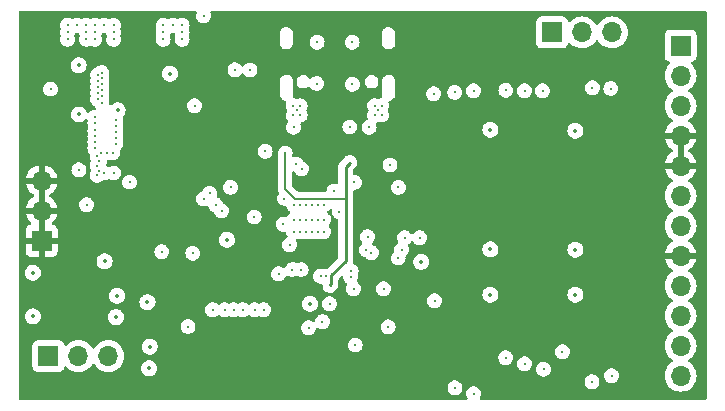
<source format=gbr>
%TF.GenerationSoftware,KiCad,Pcbnew,(7.0.0)*%
%TF.CreationDate,2023-04-19T21:09:27+03:00*%
%TF.ProjectId,Raspi Pico Board,52617370-6920-4506-9963-6f20426f6172,rev?*%
%TF.SameCoordinates,Original*%
%TF.FileFunction,Copper,L3,Inr*%
%TF.FilePolarity,Positive*%
%FSLAX46Y46*%
G04 Gerber Fmt 4.6, Leading zero omitted, Abs format (unit mm)*
G04 Created by KiCad (PCBNEW (7.0.0)) date 2023-04-19 21:09:27*
%MOMM*%
%LPD*%
G01*
G04 APERTURE LIST*
%TA.AperFunction,ComponentPad*%
%ADD10R,1.700000X1.700000*%
%TD*%
%TA.AperFunction,ComponentPad*%
%ADD11O,1.700000X1.700000*%
%TD*%
%TA.AperFunction,ViaPad*%
%ADD12C,0.250000*%
%TD*%
%TA.AperFunction,ViaPad*%
%ADD13C,0.350000*%
%TD*%
%TA.AperFunction,Conductor*%
%ADD14C,0.200000*%
%TD*%
%TA.AperFunction,Conductor*%
%ADD15C,0.250000*%
%TD*%
G04 APERTURE END LIST*
D10*
%TO.N,GND*%
%TO.C,J4*%
X100619999Y-38499999D03*
D11*
X103159999Y-38499999D03*
X105699999Y-38499999D03*
%TD*%
D10*
%TO.N,/Microcontroller/SWCLK*%
%TO.C,J2*%
X57974999Y-65899999D03*
D11*
%TO.N,GND*%
X60514999Y-65899999D03*
%TO.N,/Microcontroller/SWDIO*%
X63054999Y-65899999D03*
%TD*%
D10*
%TO.N,GND*%
%TO.C,J3*%
X111499999Y-39624999D03*
D11*
%TO.N,/Microcontroller/GPIO29*%
X111499999Y-42164999D03*
%TO.N,/Microcontroller/GPIO28*%
X111499999Y-44704999D03*
%TO.N,+3V3*%
X111499999Y-47244999D03*
X111499999Y-49784999D03*
%TO.N,/Microcontroller/GPIO27*%
X111499999Y-52324999D03*
%TO.N,/Microcontroller/GPIO26*%
X111499999Y-54864999D03*
%TO.N,+3V3*%
X111499999Y-57404999D03*
%TO.N,/Microcontroller/GPIO24*%
X111499999Y-59944999D03*
%TO.N,/Microcontroller/GPIO23*%
X111499999Y-62484999D03*
%TO.N,/Microcontroller/GPIO22*%
X111499999Y-65024999D03*
%TO.N,GND*%
X111499999Y-67564999D03*
%TD*%
D10*
%TO.N,+3V3*%
%TO.C,J5*%
X57403999Y-56133999D03*
D11*
X57403999Y-53593999D03*
X57403999Y-51053999D03*
%TD*%
D12*
%TO.N,GND*%
X61900000Y-48300000D03*
X61900000Y-47800000D03*
X61900000Y-47300000D03*
X61900000Y-46800000D03*
X61900000Y-46200000D03*
X61900000Y-45700000D03*
X62500000Y-44500000D03*
X62500000Y-43900000D03*
X62500000Y-41900000D03*
X62500000Y-42400000D03*
X62500000Y-42900000D03*
X62500000Y-43400000D03*
X90599500Y-43688000D03*
X82157090Y-51937136D03*
X85900000Y-45100000D03*
X76323434Y-48575500D03*
X63665000Y-46422000D03*
D13*
X56650000Y-62550000D03*
D12*
X80264000Y-53086000D03*
X61200000Y-37900000D03*
X79300000Y-44700000D03*
D13*
X73075000Y-56060000D03*
D12*
X67700000Y-39100000D03*
D13*
X95400000Y-46736000D03*
X89550000Y-57930000D03*
D12*
X62395000Y-48708000D03*
X80772000Y-54356000D03*
X67700000Y-37900000D03*
X78700000Y-45500000D03*
X83500000Y-46500000D03*
X86740000Y-63425000D03*
X69300000Y-39100000D03*
X81280000Y-54356000D03*
X59600000Y-38500000D03*
X83695924Y-39339377D03*
X78731938Y-46538428D03*
X62141000Y-43628000D03*
X62141000Y-43120000D03*
X63411000Y-48708000D03*
X61200000Y-39100000D03*
X85600000Y-44700000D03*
D13*
X80140000Y-61480000D03*
X66515660Y-66950000D03*
D12*
X79248000Y-55372000D03*
X79756000Y-54356000D03*
X81280000Y-55372000D03*
D13*
X68269616Y-41995252D03*
D12*
X59600000Y-37900000D03*
X81788000Y-61468000D03*
X80264000Y-55372000D03*
X80264000Y-54356000D03*
X63665000Y-45914000D03*
X86200000Y-44700000D03*
X63500000Y-37900000D03*
D13*
X95400000Y-60706000D03*
D12*
X70358000Y-44704000D03*
X61900000Y-39100000D03*
X78700000Y-44700000D03*
X63500000Y-38500000D03*
X79756000Y-53086000D03*
X73400000Y-51622795D03*
X61900000Y-38500000D03*
X63665000Y-47438000D03*
X87607844Y-51629500D03*
X63665000Y-47946000D03*
X81280000Y-53086000D03*
X79248000Y-54356000D03*
X70200000Y-57200000D03*
X79300000Y-45500000D03*
X62100000Y-49800000D03*
X61900000Y-37900000D03*
X62141000Y-42612000D03*
X85600000Y-45500000D03*
X79248000Y-53086000D03*
D13*
X66364477Y-61335523D03*
D12*
X85130000Y-46540000D03*
X63665000Y-46930000D03*
D13*
X102600000Y-60706000D03*
D12*
X62300000Y-49400000D03*
D13*
X102596914Y-46821883D03*
D12*
X86895000Y-49720000D03*
X78740000Y-55372000D03*
X62700000Y-50400000D03*
X62903000Y-48708000D03*
X62700000Y-37900000D03*
X62141000Y-44136000D03*
X77965000Y-52565000D03*
X62141000Y-42104000D03*
D13*
X56650000Y-58850000D03*
X95400000Y-56875000D03*
D12*
X78740000Y-54356000D03*
X63500000Y-39100000D03*
X61200000Y-38500000D03*
X62100000Y-49000000D03*
X88138000Y-55880000D03*
X78740000Y-53086000D03*
X79756000Y-55372000D03*
X69800000Y-63400000D03*
X90678000Y-61214000D03*
X80772000Y-53086000D03*
X67700000Y-38500000D03*
X79000000Y-45100000D03*
X61214000Y-53086000D03*
X86200000Y-45500000D03*
X59600000Y-39100000D03*
X62300000Y-50200000D03*
X68500000Y-37900000D03*
X69300000Y-37900000D03*
X69300000Y-38500000D03*
D13*
X66550000Y-65100000D03*
X102600000Y-56896000D03*
D12*
X80723175Y-39334276D03*
X62100000Y-50600000D03*
X87590083Y-57605583D03*
X60560254Y-50137001D03*
X80772000Y-55372000D03*
X60400000Y-37900000D03*
X63500000Y-50400000D03*
D13*
%TO.N,/USBC and Power/+5V_FB*%
X60554754Y-45450112D03*
X60535121Y-41290797D03*
X63832940Y-45094079D03*
D12*
%TO.N,/USBC and Power/BCK_FB*%
X58166000Y-43297514D03*
X64858660Y-51171660D03*
%TO.N,+3V3*%
X80617941Y-51867574D03*
D13*
X68745000Y-45406000D03*
D12*
X67700000Y-46800000D03*
X67700000Y-46000000D03*
D13*
X83560000Y-61525000D03*
D12*
X84582000Y-51629500D03*
X68700000Y-49400000D03*
X86444500Y-56388000D03*
D13*
X66967000Y-47184000D03*
D12*
X80197276Y-51852129D03*
X67300000Y-48600000D03*
X70358000Y-41656000D03*
D13*
X66967000Y-46676000D03*
X68237000Y-45406000D03*
D12*
X68700000Y-48600000D03*
D13*
X66967000Y-45660000D03*
D12*
X68100000Y-47400000D03*
D13*
X69050000Y-65950000D03*
D12*
X74930000Y-51562000D03*
X68700000Y-50200000D03*
X85350000Y-49680000D03*
D13*
X66967000Y-46168000D03*
D12*
X68700000Y-51000000D03*
D13*
X67475000Y-45406000D03*
D12*
X67700000Y-47300000D03*
D13*
X64372134Y-59763212D03*
X66967000Y-47692000D03*
X69250000Y-57250000D03*
X80100000Y-59900000D03*
D12*
X85852000Y-48768000D03*
D13*
X70825000Y-59450000D03*
X66967000Y-48200000D03*
X74625000Y-56050000D03*
D12*
X69100000Y-47400000D03*
X68700000Y-51800000D03*
X67900000Y-48600000D03*
X68600000Y-47400000D03*
%TO.N,+1V1*%
X83500000Y-49515500D03*
X78021696Y-48724304D03*
X81816294Y-59925948D03*
%TO.N,/Microcontroller/XIN*%
X83950000Y-64975000D03*
X79375500Y-58575500D03*
%TO.N,/Microcontroller/MCU_RUN*%
X86360000Y-60198000D03*
X83820000Y-60198000D03*
%TO.N,Net-(J1-CC1)*%
X83707143Y-42888526D03*
%TO.N,Net-(J1-CC2)*%
X80706094Y-42827849D03*
%TO.N,/Microcontroller/SWCLK*%
X81024500Y-59150500D03*
X80010000Y-63500000D03*
%TO.N,/Microcontroller/SWDIO*%
X81170428Y-62986901D03*
X81473782Y-59164592D03*
%TO.N,/Microcontroller/I2C0_SCL*%
X75400000Y-54124500D03*
X67575000Y-57058456D03*
D13*
%TO.N,/Microcontroller/LED_B*%
X62730576Y-57869388D03*
D12*
X84995063Y-55793810D03*
D13*
%TO.N,/Microcontroller/LED_R*%
X63800000Y-60800000D03*
D12*
X84900000Y-56900000D03*
D13*
%TO.N,/Microcontroller/LED_G*%
X63700000Y-62600000D03*
D12*
X85325000Y-57150000D03*
%TO.N,/Microcontroller/display_A2*%
X104000000Y-68074607D03*
X73660000Y-61976000D03*
%TO.N,/Microcontroller/display_B2*%
X105664000Y-67564000D03*
X74422000Y-61976000D03*
%TO.N,/Microcontroller/display_C2*%
X104031667Y-43180000D03*
X83612167Y-58720167D03*
%TO.N,/Microcontroller/display_D2*%
X71120000Y-37084000D03*
X71120000Y-52578000D03*
%TO.N,/Microcontroller/display_E2*%
X71630817Y-52100997D03*
X99822000Y-43434000D03*
%TO.N,/Microcontroller/display_F2*%
X101500000Y-65532000D03*
X78617732Y-58575500D03*
%TO.N,/Microcontroller/display_G2*%
X75438000Y-61976000D03*
X99902474Y-67012536D03*
%TO.N,/Microcontroller/display_DP2*%
X105590000Y-43250000D03*
X83568663Y-59175000D03*
%TO.N,/Microcontroller/display_A1*%
X96696099Y-66035899D03*
X77470000Y-58928000D03*
%TO.N,/Microcontroller/display_B1*%
X76200000Y-61976000D03*
X98300000Y-66548000D03*
%TO.N,/Microcontroller/display_C1*%
X96704299Y-43405704D03*
X72136000Y-53086000D03*
%TO.N,/Microcontroller/display_D1*%
X93980000Y-43434000D03*
X72644000Y-53594000D03*
%TO.N,/Microcontroller/display_E1*%
X77851000Y-54737000D03*
X92378099Y-43582208D03*
%TO.N,/Microcontroller/display_F1*%
X93980000Y-69088000D03*
X71882000Y-61976000D03*
%TO.N,/Microcontroller/display_G1*%
X92398801Y-68580000D03*
X72898000Y-61976000D03*
%TO.N,/Microcontroller/display_DP1*%
X78399000Y-56475000D03*
X87884000Y-56896000D03*
X98298000Y-43434000D03*
X89408000Y-55880000D03*
%TO.N,/Microcontroller/QSPI_SCLK*%
X78940540Y-49649500D03*
X75044847Y-41680966D03*
%TO.N,/Microcontroller/QSPI_SD3*%
X79424500Y-50038000D03*
X73771966Y-41660438D03*
%TO.N,/Microcontroller/LED*%
X83879117Y-51205000D03*
X82618444Y-53701481D03*
%TD*%
D14*
%TO.N,+1V1*%
X78021696Y-51772304D02*
X78827392Y-52578000D01*
D15*
X81923782Y-59350989D02*
X81923782Y-59046218D01*
D14*
X78021696Y-48724304D02*
X78021696Y-51772304D01*
D15*
X83143663Y-57826337D02*
X83143663Y-52578000D01*
X81816294Y-59925948D02*
X81898782Y-59843460D01*
X81923782Y-59046218D02*
X83143663Y-57826337D01*
X83500000Y-49515500D02*
X83143663Y-49871837D01*
X83143663Y-49871837D02*
X83143663Y-52578000D01*
X81898782Y-59843460D02*
X81898782Y-59375989D01*
D14*
X78827392Y-52578000D02*
X83143663Y-52578000D01*
D15*
X81898782Y-59375989D02*
X81923782Y-59350989D01*
%TD*%
%TA.AperFunction,Conductor*%
%TO.N,+3V3*%
G36*
X70480519Y-36698703D02*
G01*
X70524943Y-36738060D01*
X70545989Y-36793554D01*
X70538835Y-36852470D01*
X70508215Y-36933209D01*
X70507311Y-36940649D01*
X70507310Y-36940656D01*
X70491420Y-37071529D01*
X70489906Y-37084000D01*
X70490810Y-37091445D01*
X70507310Y-37227343D01*
X70507311Y-37227348D01*
X70508215Y-37234791D01*
X70510874Y-37241804D01*
X70510875Y-37241805D01*
X70556169Y-37361237D01*
X70562079Y-37376819D01*
X70566342Y-37382995D01*
X70639056Y-37488340D01*
X70648368Y-37501830D01*
X70762066Y-37602557D01*
X70896566Y-37673148D01*
X71044051Y-37709500D01*
X71188449Y-37709500D01*
X71195949Y-37709500D01*
X71343434Y-37673148D01*
X71477934Y-37602557D01*
X71591632Y-37501830D01*
X71677921Y-37376819D01*
X71731785Y-37234791D01*
X71750094Y-37084000D01*
X71731785Y-36933209D01*
X71701164Y-36852470D01*
X71694011Y-36793554D01*
X71715057Y-36738060D01*
X71759481Y-36698703D01*
X71817107Y-36684500D01*
X113575500Y-36684500D01*
X113637500Y-36701113D01*
X113682887Y-36746500D01*
X113699500Y-36808500D01*
X113699500Y-69475500D01*
X113682887Y-69537500D01*
X113637500Y-69582887D01*
X113575500Y-69599500D01*
X94623239Y-69599500D01*
X94559089Y-69581617D01*
X94513443Y-69533126D01*
X94499465Y-69468014D01*
X94521188Y-69405061D01*
X94522338Y-69403394D01*
X94537921Y-69380819D01*
X94591785Y-69238791D01*
X94610094Y-69088000D01*
X94591785Y-68937209D01*
X94537921Y-68795181D01*
X94451632Y-68670170D01*
X94337934Y-68569443D01*
X94331296Y-68565959D01*
X94210073Y-68502336D01*
X94210070Y-68502334D01*
X94203434Y-68498852D01*
X94152371Y-68486266D01*
X94063230Y-68464294D01*
X94063225Y-68464293D01*
X94055949Y-68462500D01*
X93904051Y-68462500D01*
X93896775Y-68464293D01*
X93896769Y-68464294D01*
X93763848Y-68497057D01*
X93763846Y-68497057D01*
X93756566Y-68498852D01*
X93749932Y-68502333D01*
X93749926Y-68502336D01*
X93628703Y-68565959D01*
X93628699Y-68565961D01*
X93622066Y-68569443D01*
X93616457Y-68574411D01*
X93616454Y-68574414D01*
X93513978Y-68665199D01*
X93513973Y-68665203D01*
X93508368Y-68670170D01*
X93504113Y-68676334D01*
X93504108Y-68676340D01*
X93426342Y-68789004D01*
X93426339Y-68789008D01*
X93422079Y-68795181D01*
X93419419Y-68802192D01*
X93419417Y-68802198D01*
X93370875Y-68930194D01*
X93368215Y-68937209D01*
X93367311Y-68944649D01*
X93367310Y-68944656D01*
X93360854Y-68997830D01*
X93349906Y-69088000D01*
X93350810Y-69095445D01*
X93367310Y-69231343D01*
X93367311Y-69231348D01*
X93368215Y-69238791D01*
X93422079Y-69380819D01*
X93426340Y-69386992D01*
X93426341Y-69386994D01*
X93438812Y-69405061D01*
X93460535Y-69468014D01*
X93446557Y-69533126D01*
X93400911Y-69581617D01*
X93336761Y-69599500D01*
X55590500Y-69599500D01*
X55528500Y-69582887D01*
X55483113Y-69537500D01*
X55466500Y-69475500D01*
X55466500Y-68580000D01*
X91768707Y-68580000D01*
X91769611Y-68587445D01*
X91786111Y-68723343D01*
X91786112Y-68723348D01*
X91787016Y-68730791D01*
X91789675Y-68737804D01*
X91789676Y-68737805D01*
X91790142Y-68739035D01*
X91840880Y-68872819D01*
X91845143Y-68878995D01*
X91890465Y-68944656D01*
X91927169Y-68997830D01*
X92040867Y-69098557D01*
X92175367Y-69169148D01*
X92322852Y-69205500D01*
X92467250Y-69205500D01*
X92474750Y-69205500D01*
X92622235Y-69169148D01*
X92756735Y-69098557D01*
X92870433Y-68997830D01*
X92956722Y-68872819D01*
X93010586Y-68730791D01*
X93028895Y-68580000D01*
X93010586Y-68429209D01*
X92956722Y-68287181D01*
X92870433Y-68162170D01*
X92856315Y-68149663D01*
X92771594Y-68074607D01*
X103369906Y-68074607D01*
X103370810Y-68082052D01*
X103387310Y-68217950D01*
X103387311Y-68217955D01*
X103388215Y-68225398D01*
X103390874Y-68232411D01*
X103390875Y-68232412D01*
X103409303Y-68281004D01*
X103442079Y-68367426D01*
X103446342Y-68373602D01*
X103479882Y-68422194D01*
X103528368Y-68492437D01*
X103642066Y-68593164D01*
X103776566Y-68663755D01*
X103924051Y-68700107D01*
X104068449Y-68700107D01*
X104075949Y-68700107D01*
X104223434Y-68663755D01*
X104357934Y-68593164D01*
X104471632Y-68492437D01*
X104557921Y-68367426D01*
X104611785Y-68225398D01*
X104630094Y-68074607D01*
X104611785Y-67923816D01*
X104557921Y-67781788D01*
X104471632Y-67656777D01*
X104366908Y-67564000D01*
X105033906Y-67564000D01*
X105034810Y-67571445D01*
X105051310Y-67707343D01*
X105051311Y-67707348D01*
X105052215Y-67714791D01*
X105054874Y-67721804D01*
X105054875Y-67721805D01*
X105082640Y-67795017D01*
X105106079Y-67856819D01*
X105110342Y-67862995D01*
X105174741Y-67956294D01*
X105192368Y-67981830D01*
X105306066Y-68082557D01*
X105440566Y-68153148D01*
X105588051Y-68189500D01*
X105732449Y-68189500D01*
X105739949Y-68189500D01*
X105887434Y-68153148D01*
X106021934Y-68082557D01*
X106135632Y-67981830D01*
X106221921Y-67856819D01*
X106275785Y-67714791D01*
X106293973Y-67565000D01*
X110144341Y-67565000D01*
X110144813Y-67570395D01*
X110156794Y-67707343D01*
X110164937Y-67800408D01*
X110166336Y-67805630D01*
X110166337Y-67805634D01*
X110224694Y-68023430D01*
X110224697Y-68023438D01*
X110226097Y-68028663D01*
X110228385Y-68033570D01*
X110228386Y-68033572D01*
X110323678Y-68237927D01*
X110323681Y-68237933D01*
X110325965Y-68242830D01*
X110329064Y-68247257D01*
X110329066Y-68247259D01*
X110458399Y-68431966D01*
X110458402Y-68431970D01*
X110461505Y-68436401D01*
X110628599Y-68603495D01*
X110822170Y-68739035D01*
X111036337Y-68838903D01*
X111264592Y-68900063D01*
X111500000Y-68920659D01*
X111735408Y-68900063D01*
X111963663Y-68838903D01*
X112177830Y-68739035D01*
X112371401Y-68603495D01*
X112538495Y-68436401D01*
X112674035Y-68242830D01*
X112773903Y-68028663D01*
X112835063Y-67800408D01*
X112855659Y-67565000D01*
X112835063Y-67329592D01*
X112782565Y-67133663D01*
X112775305Y-67106569D01*
X112775304Y-67106567D01*
X112773903Y-67101337D01*
X112674035Y-66887171D01*
X112538495Y-66693599D01*
X112371401Y-66526505D01*
X112366968Y-66523401D01*
X112366961Y-66523395D01*
X112185842Y-66396575D01*
X112146976Y-66352257D01*
X112132965Y-66295000D01*
X112146976Y-66237743D01*
X112185842Y-66193425D01*
X112366961Y-66066604D01*
X112366961Y-66066603D01*
X112371401Y-66063495D01*
X112538495Y-65896401D01*
X112674035Y-65702830D01*
X112773903Y-65488663D01*
X112835063Y-65260408D01*
X112855659Y-65025000D01*
X112835063Y-64789592D01*
X112773903Y-64561337D01*
X112674035Y-64347171D01*
X112538495Y-64153599D01*
X112371401Y-63986505D01*
X112366968Y-63983401D01*
X112366961Y-63983395D01*
X112185842Y-63856575D01*
X112146976Y-63812257D01*
X112132965Y-63755000D01*
X112146976Y-63697743D01*
X112185842Y-63653425D01*
X112366961Y-63526604D01*
X112366961Y-63526603D01*
X112371401Y-63523495D01*
X112538495Y-63356401D01*
X112674035Y-63162830D01*
X112773903Y-62948663D01*
X112835063Y-62720408D01*
X112855659Y-62485000D01*
X112835063Y-62249592D01*
X112773903Y-62021337D01*
X112674035Y-61807171D01*
X112538495Y-61613599D01*
X112371401Y-61446505D01*
X112366968Y-61443401D01*
X112366961Y-61443395D01*
X112185842Y-61316575D01*
X112146976Y-61272257D01*
X112132965Y-61215000D01*
X112146976Y-61157743D01*
X112185842Y-61113425D01*
X112366961Y-60986604D01*
X112366961Y-60986603D01*
X112371401Y-60983495D01*
X112538495Y-60816401D01*
X112674035Y-60622830D01*
X112773903Y-60408663D01*
X112835063Y-60180408D01*
X112855659Y-59945000D01*
X112835063Y-59709592D01*
X112782565Y-59513663D01*
X112775305Y-59486569D01*
X112775304Y-59486567D01*
X112773903Y-59481337D01*
X112674035Y-59267171D01*
X112538495Y-59073599D01*
X112371401Y-58906505D01*
X112366970Y-58903402D01*
X112366966Y-58903399D01*
X112185405Y-58776269D01*
X112146540Y-58731951D01*
X112132529Y-58674694D01*
X112146540Y-58617437D01*
X112185406Y-58573119D01*
X112366638Y-58446219D01*
X112374909Y-58439278D01*
X112534278Y-58279909D01*
X112541215Y-58271643D01*
X112670498Y-58087008D01*
X112675886Y-58077676D01*
X112771143Y-57873397D01*
X112774831Y-57863263D01*
X112826943Y-57668780D01*
X112827311Y-57657551D01*
X112816369Y-57655000D01*
X110183631Y-57655000D01*
X110172688Y-57657551D01*
X110173056Y-57668780D01*
X110225168Y-57863263D01*
X110228856Y-57873397D01*
X110324113Y-58077676D01*
X110329501Y-58087008D01*
X110458784Y-58271643D01*
X110465721Y-58279909D01*
X110625090Y-58439278D01*
X110633356Y-58446215D01*
X110814595Y-58573120D01*
X110853460Y-58617438D01*
X110867471Y-58674695D01*
X110853460Y-58731952D01*
X110814594Y-58776270D01*
X110633034Y-58903399D01*
X110633029Y-58903402D01*
X110628599Y-58906505D01*
X110624775Y-58910328D01*
X110624769Y-58910334D01*
X110465334Y-59069769D01*
X110465328Y-59069775D01*
X110461505Y-59073599D01*
X110458402Y-59078029D01*
X110458399Y-59078034D01*
X110329073Y-59262731D01*
X110329068Y-59262738D01*
X110325965Y-59267171D01*
X110323677Y-59272077D01*
X110323675Y-59272081D01*
X110228386Y-59476427D01*
X110228383Y-59476432D01*
X110226097Y-59481337D01*
X110224698Y-59486557D01*
X110224694Y-59486569D01*
X110166337Y-59704365D01*
X110166335Y-59704371D01*
X110164937Y-59709592D01*
X110164465Y-59714977D01*
X110164465Y-59714982D01*
X110147211Y-59912198D01*
X110144341Y-59945000D01*
X110144813Y-59950395D01*
X110161734Y-60143806D01*
X110164937Y-60180408D01*
X110166336Y-60185630D01*
X110166337Y-60185634D01*
X110224694Y-60403430D01*
X110224697Y-60403438D01*
X110226097Y-60408663D01*
X110228385Y-60413570D01*
X110228386Y-60413572D01*
X110323678Y-60617927D01*
X110323681Y-60617933D01*
X110325965Y-60622830D01*
X110329064Y-60627257D01*
X110329066Y-60627259D01*
X110458399Y-60811966D01*
X110458402Y-60811970D01*
X110461505Y-60816401D01*
X110628599Y-60983495D01*
X110633032Y-60986599D01*
X110633038Y-60986604D01*
X110814158Y-61113425D01*
X110853024Y-61157743D01*
X110867035Y-61215000D01*
X110853024Y-61272257D01*
X110814159Y-61316575D01*
X110633041Y-61443395D01*
X110628599Y-61446505D01*
X110624775Y-61450328D01*
X110624769Y-61450334D01*
X110465334Y-61609769D01*
X110465328Y-61609775D01*
X110461505Y-61613599D01*
X110458402Y-61618029D01*
X110458399Y-61618034D01*
X110329073Y-61802731D01*
X110329068Y-61802738D01*
X110325965Y-61807171D01*
X110323677Y-61812077D01*
X110323675Y-61812081D01*
X110228386Y-62016427D01*
X110228383Y-62016432D01*
X110226097Y-62021337D01*
X110224698Y-62026557D01*
X110224694Y-62026569D01*
X110166337Y-62244365D01*
X110166335Y-62244371D01*
X110164937Y-62249592D01*
X110164465Y-62254977D01*
X110164465Y-62254982D01*
X110152250Y-62394603D01*
X110144341Y-62485000D01*
X110144813Y-62490395D01*
X110163623Y-62705396D01*
X110164937Y-62720408D01*
X110166336Y-62725630D01*
X110166337Y-62725634D01*
X110224694Y-62943430D01*
X110224697Y-62943438D01*
X110226097Y-62948663D01*
X110228385Y-62953570D01*
X110228386Y-62953572D01*
X110323678Y-63157927D01*
X110323681Y-63157933D01*
X110325965Y-63162830D01*
X110329064Y-63167257D01*
X110329066Y-63167259D01*
X110458399Y-63351966D01*
X110458402Y-63351970D01*
X110461505Y-63356401D01*
X110628599Y-63523495D01*
X110633032Y-63526599D01*
X110633038Y-63526604D01*
X110814158Y-63653425D01*
X110853024Y-63697743D01*
X110867035Y-63755000D01*
X110853024Y-63812257D01*
X110814159Y-63856575D01*
X110633041Y-63983395D01*
X110628599Y-63986505D01*
X110624775Y-63990328D01*
X110624769Y-63990334D01*
X110465334Y-64149769D01*
X110465328Y-64149775D01*
X110461505Y-64153599D01*
X110458402Y-64158029D01*
X110458399Y-64158034D01*
X110329073Y-64342731D01*
X110329068Y-64342738D01*
X110325965Y-64347171D01*
X110323677Y-64352077D01*
X110323675Y-64352081D01*
X110228386Y-64556427D01*
X110228383Y-64556432D01*
X110226097Y-64561337D01*
X110224698Y-64566557D01*
X110224694Y-64566569D01*
X110166337Y-64784365D01*
X110166335Y-64784371D01*
X110164937Y-64789592D01*
X110164465Y-64794977D01*
X110164465Y-64794982D01*
X110145657Y-65009959D01*
X110144341Y-65025000D01*
X110144813Y-65030395D01*
X110163693Y-65246198D01*
X110164937Y-65260408D01*
X110166336Y-65265630D01*
X110166337Y-65265634D01*
X110224694Y-65483430D01*
X110224697Y-65483438D01*
X110226097Y-65488663D01*
X110228385Y-65493570D01*
X110228386Y-65493572D01*
X110323678Y-65697927D01*
X110323681Y-65697933D01*
X110325965Y-65702830D01*
X110329064Y-65707257D01*
X110329066Y-65707259D01*
X110458399Y-65891966D01*
X110458402Y-65891970D01*
X110461505Y-65896401D01*
X110628599Y-66063495D01*
X110633032Y-66066599D01*
X110633038Y-66066604D01*
X110814158Y-66193425D01*
X110853024Y-66237743D01*
X110867035Y-66295000D01*
X110853024Y-66352257D01*
X110814159Y-66396575D01*
X110633041Y-66523395D01*
X110628599Y-66526505D01*
X110624775Y-66530328D01*
X110624769Y-66530334D01*
X110465334Y-66689769D01*
X110465328Y-66689775D01*
X110461505Y-66693599D01*
X110458402Y-66698029D01*
X110458399Y-66698034D01*
X110329073Y-66882731D01*
X110329068Y-66882738D01*
X110325965Y-66887171D01*
X110323677Y-66892077D01*
X110323675Y-66892081D01*
X110228386Y-67096427D01*
X110228383Y-67096432D01*
X110226097Y-67101337D01*
X110224698Y-67106557D01*
X110224694Y-67106569D01*
X110166337Y-67324365D01*
X110166335Y-67324371D01*
X110164937Y-67329592D01*
X110164465Y-67334977D01*
X110164465Y-67334982D01*
X110147003Y-67534576D01*
X110144341Y-67565000D01*
X106293973Y-67565000D01*
X106294094Y-67564000D01*
X106275785Y-67413209D01*
X106221921Y-67271181D01*
X106164787Y-67188409D01*
X106139891Y-67152340D01*
X106139890Y-67152339D01*
X106135632Y-67146170D01*
X106121514Y-67133663D01*
X106027545Y-67050414D01*
X106021934Y-67045443D01*
X106015296Y-67041959D01*
X105894073Y-66978336D01*
X105894070Y-66978334D01*
X105887434Y-66974852D01*
X105850831Y-66965830D01*
X105747230Y-66940294D01*
X105747225Y-66940293D01*
X105739949Y-66938500D01*
X105588051Y-66938500D01*
X105580775Y-66940293D01*
X105580769Y-66940294D01*
X105447848Y-66973057D01*
X105447846Y-66973057D01*
X105440566Y-66974852D01*
X105433932Y-66978333D01*
X105433926Y-66978336D01*
X105312703Y-67041959D01*
X105312699Y-67041961D01*
X105306066Y-67045443D01*
X105300457Y-67050411D01*
X105300454Y-67050414D01*
X105197978Y-67141199D01*
X105197973Y-67141203D01*
X105192368Y-67146170D01*
X105188113Y-67152334D01*
X105188108Y-67152340D01*
X105110342Y-67265004D01*
X105110339Y-67265008D01*
X105106079Y-67271181D01*
X105103419Y-67278192D01*
X105103417Y-67278198D01*
X105056758Y-67401229D01*
X105052215Y-67413209D01*
X105051311Y-67420649D01*
X105051310Y-67420656D01*
X105037479Y-67534576D01*
X105033906Y-67564000D01*
X104366908Y-67564000D01*
X104357934Y-67556050D01*
X104317019Y-67534576D01*
X104230073Y-67488943D01*
X104230070Y-67488941D01*
X104223434Y-67485459D01*
X104196198Y-67478746D01*
X104083230Y-67450901D01*
X104083225Y-67450900D01*
X104075949Y-67449107D01*
X103924051Y-67449107D01*
X103916775Y-67450900D01*
X103916769Y-67450901D01*
X103783848Y-67483664D01*
X103783846Y-67483664D01*
X103776566Y-67485459D01*
X103769932Y-67488940D01*
X103769926Y-67488943D01*
X103648703Y-67552566D01*
X103648699Y-67552568D01*
X103642066Y-67556050D01*
X103636457Y-67561018D01*
X103636454Y-67561021D01*
X103533978Y-67651806D01*
X103533973Y-67651810D01*
X103528368Y-67656777D01*
X103524113Y-67662941D01*
X103524108Y-67662947D01*
X103446342Y-67775611D01*
X103446339Y-67775615D01*
X103442079Y-67781788D01*
X103439419Y-67788799D01*
X103439417Y-67788805D01*
X103411281Y-67862995D01*
X103388215Y-67923816D01*
X103387311Y-67931256D01*
X103387310Y-67931263D01*
X103374888Y-68033572D01*
X103369906Y-68074607D01*
X92771594Y-68074607D01*
X92762346Y-68066414D01*
X92756735Y-68061443D01*
X92750097Y-68057959D01*
X92628874Y-67994336D01*
X92628871Y-67994334D01*
X92622235Y-67990852D01*
X92585632Y-67981830D01*
X92482031Y-67956294D01*
X92482026Y-67956293D01*
X92474750Y-67954500D01*
X92322852Y-67954500D01*
X92315576Y-67956293D01*
X92315570Y-67956294D01*
X92182649Y-67989057D01*
X92182647Y-67989057D01*
X92175367Y-67990852D01*
X92168733Y-67994333D01*
X92168727Y-67994336D01*
X92047504Y-68057959D01*
X92047500Y-68057961D01*
X92040867Y-68061443D01*
X92035258Y-68066411D01*
X92035255Y-68066414D01*
X91932779Y-68157199D01*
X91932774Y-68157203D01*
X91927169Y-68162170D01*
X91922914Y-68168334D01*
X91922909Y-68168340D01*
X91845143Y-68281004D01*
X91845140Y-68281008D01*
X91840880Y-68287181D01*
X91838220Y-68294192D01*
X91838218Y-68294198D01*
X91789676Y-68422194D01*
X91787016Y-68429209D01*
X91786112Y-68436649D01*
X91786111Y-68436656D01*
X91778735Y-68497407D01*
X91768707Y-68580000D01*
X55466500Y-68580000D01*
X55466500Y-66794578D01*
X56624500Y-66794578D01*
X56624501Y-66797872D01*
X56624853Y-66801150D01*
X56624854Y-66801161D01*
X56630079Y-66849768D01*
X56630080Y-66849773D01*
X56630909Y-66857483D01*
X56633619Y-66864749D01*
X56633620Y-66864753D01*
X56643813Y-66892081D01*
X56681204Y-66992331D01*
X56686518Y-66999430D01*
X56686519Y-66999431D01*
X56742367Y-67074035D01*
X56767454Y-67107546D01*
X56882669Y-67193796D01*
X57017517Y-67244091D01*
X57077127Y-67250500D01*
X58872872Y-67250499D01*
X58932483Y-67244091D01*
X59067331Y-67193796D01*
X59182546Y-67107546D01*
X59268796Y-66992331D01*
X59317810Y-66860916D01*
X59352789Y-66810537D01*
X59407634Y-66783084D01*
X59468927Y-66785273D01*
X59521672Y-66816568D01*
X59643599Y-66938495D01*
X59648031Y-66941598D01*
X59648033Y-66941600D01*
X59738708Y-67005091D01*
X59837170Y-67074035D01*
X60051337Y-67173903D01*
X60279592Y-67235063D01*
X60515000Y-67255659D01*
X60750408Y-67235063D01*
X60978663Y-67173903D01*
X61192830Y-67074035D01*
X61386401Y-66938495D01*
X61553495Y-66771401D01*
X61658414Y-66621562D01*
X61683425Y-66585842D01*
X61727743Y-66546976D01*
X61785000Y-66532965D01*
X61842257Y-66546976D01*
X61886575Y-66585842D01*
X62013395Y-66766961D01*
X62013401Y-66766968D01*
X62016505Y-66771401D01*
X62183599Y-66938495D01*
X62188031Y-66941598D01*
X62188033Y-66941600D01*
X62278708Y-67005091D01*
X62377170Y-67074035D01*
X62591337Y-67173903D01*
X62819592Y-67235063D01*
X63055000Y-67255659D01*
X63290408Y-67235063D01*
X63518663Y-67173903D01*
X63732830Y-67074035D01*
X63909970Y-66950000D01*
X65835199Y-66950000D01*
X65836103Y-66957445D01*
X65854067Y-67105396D01*
X65854068Y-67105400D01*
X65854972Y-67112845D01*
X65857630Y-67119854D01*
X65857632Y-67119861D01*
X65908955Y-67255187D01*
X65913142Y-67266226D01*
X65917405Y-67272402D01*
X65953272Y-67324365D01*
X66006328Y-67401229D01*
X66039217Y-67430366D01*
X66105336Y-67488943D01*
X66129114Y-67510008D01*
X66274365Y-67586242D01*
X66433639Y-67625500D01*
X66590181Y-67625500D01*
X66597681Y-67625500D01*
X66756955Y-67586242D01*
X66902206Y-67510008D01*
X67024992Y-67401229D01*
X67118178Y-67266226D01*
X67176348Y-67112845D01*
X67196121Y-66950000D01*
X67176348Y-66787155D01*
X67168689Y-66766961D01*
X67120839Y-66640791D01*
X67118178Y-66633774D01*
X67024992Y-66498771D01*
X66937876Y-66421593D01*
X66907822Y-66394967D01*
X66907820Y-66394965D01*
X66902206Y-66389992D01*
X66842070Y-66358430D01*
X66763596Y-66317243D01*
X66763592Y-66317241D01*
X66756955Y-66313758D01*
X66749676Y-66311964D01*
X66749674Y-66311963D01*
X66604962Y-66276294D01*
X66604956Y-66276293D01*
X66597681Y-66274500D01*
X66433639Y-66274500D01*
X66426363Y-66276293D01*
X66426357Y-66276294D01*
X66281645Y-66311963D01*
X66281640Y-66311964D01*
X66274365Y-66313758D01*
X66267729Y-66317240D01*
X66267723Y-66317243D01*
X66135757Y-66386505D01*
X66135754Y-66386506D01*
X66129114Y-66389992D01*
X66123503Y-66394962D01*
X66123497Y-66394967D01*
X66011941Y-66493798D01*
X66006328Y-66498771D01*
X66002073Y-66504935D01*
X66002068Y-66504941D01*
X65917405Y-66627597D01*
X65917402Y-66627601D01*
X65913142Y-66633774D01*
X65910482Y-66640785D01*
X65910480Y-66640791D01*
X65857632Y-66780138D01*
X65857629Y-66780147D01*
X65854972Y-66787155D01*
X65854068Y-66794597D01*
X65854067Y-66794603D01*
X65837061Y-66934663D01*
X65835199Y-66950000D01*
X63909970Y-66950000D01*
X63926401Y-66938495D01*
X64093495Y-66771401D01*
X64229035Y-66577830D01*
X64328903Y-66363663D01*
X64390063Y-66135408D01*
X64398769Y-66035899D01*
X96066005Y-66035899D01*
X96066909Y-66043344D01*
X96083409Y-66179242D01*
X96083410Y-66179247D01*
X96084314Y-66186690D01*
X96086973Y-66193703D01*
X96086974Y-66193704D01*
X96131823Y-66311963D01*
X96138178Y-66328718D01*
X96142441Y-66334894D01*
X96178065Y-66386505D01*
X96224467Y-66453729D01*
X96338165Y-66554456D01*
X96472665Y-66625047D01*
X96620150Y-66661399D01*
X96764548Y-66661399D01*
X96772048Y-66661399D01*
X96919533Y-66625047D01*
X97054033Y-66554456D01*
X97061320Y-66548000D01*
X97669906Y-66548000D01*
X97670810Y-66555445D01*
X97687310Y-66691343D01*
X97687311Y-66691348D01*
X97688215Y-66698791D01*
X97690874Y-66705804D01*
X97690875Y-66705805D01*
X97730594Y-66810537D01*
X97742079Y-66840819D01*
X97746342Y-66846995D01*
X97810741Y-66940294D01*
X97828368Y-66965830D01*
X97942066Y-67066557D01*
X98076566Y-67137148D01*
X98224051Y-67173500D01*
X98368449Y-67173500D01*
X98375949Y-67173500D01*
X98523434Y-67137148D01*
X98657934Y-67066557D01*
X98718911Y-67012536D01*
X99272380Y-67012536D01*
X99273284Y-67019981D01*
X99289784Y-67155879D01*
X99289785Y-67155884D01*
X99290689Y-67163327D01*
X99293348Y-67170340D01*
X99293349Y-67170341D01*
X99334253Y-67278198D01*
X99344553Y-67305355D01*
X99348816Y-67311531D01*
X99424139Y-67420656D01*
X99430842Y-67430366D01*
X99544540Y-67531093D01*
X99679040Y-67601684D01*
X99826525Y-67638036D01*
X99970923Y-67638036D01*
X99978423Y-67638036D01*
X100125908Y-67601684D01*
X100260408Y-67531093D01*
X100374106Y-67430366D01*
X100460395Y-67305355D01*
X100514259Y-67163327D01*
X100532568Y-67012536D01*
X100514259Y-66861745D01*
X100460395Y-66719717D01*
X100374106Y-66594706D01*
X100349522Y-66572927D01*
X100266019Y-66498950D01*
X100260408Y-66493979D01*
X100193188Y-66458699D01*
X100132547Y-66426872D01*
X100132544Y-66426870D01*
X100125908Y-66423388D01*
X100098672Y-66416675D01*
X99985704Y-66388830D01*
X99985699Y-66388829D01*
X99978423Y-66387036D01*
X99826525Y-66387036D01*
X99819249Y-66388829D01*
X99819243Y-66388830D01*
X99686322Y-66421593D01*
X99686320Y-66421593D01*
X99679040Y-66423388D01*
X99672406Y-66426869D01*
X99672400Y-66426872D01*
X99551177Y-66490495D01*
X99551173Y-66490497D01*
X99544540Y-66493979D01*
X99538931Y-66498947D01*
X99538928Y-66498950D01*
X99436452Y-66589735D01*
X99436447Y-66589739D01*
X99430842Y-66594706D01*
X99426587Y-66600870D01*
X99426582Y-66600876D01*
X99348816Y-66713540D01*
X99348813Y-66713544D01*
X99344553Y-66719717D01*
X99341893Y-66726728D01*
X99341891Y-66726734D01*
X99295231Y-66849768D01*
X99290689Y-66861745D01*
X99289785Y-66869185D01*
X99289784Y-66869192D01*
X99274833Y-66992331D01*
X99272380Y-67012536D01*
X98718911Y-67012536D01*
X98771632Y-66965830D01*
X98857921Y-66840819D01*
X98911785Y-66698791D01*
X98930094Y-66548000D01*
X98911785Y-66397209D01*
X98857921Y-66255181D01*
X98771632Y-66130170D01*
X98757514Y-66117663D01*
X98696371Y-66063495D01*
X98657934Y-66029443D01*
X98651296Y-66025959D01*
X98530073Y-65962336D01*
X98530070Y-65962334D01*
X98523434Y-65958852D01*
X98486831Y-65949830D01*
X98383230Y-65924294D01*
X98383225Y-65924293D01*
X98375949Y-65922500D01*
X98224051Y-65922500D01*
X98216775Y-65924293D01*
X98216769Y-65924294D01*
X98083848Y-65957057D01*
X98083846Y-65957057D01*
X98076566Y-65958852D01*
X98069932Y-65962333D01*
X98069926Y-65962336D01*
X97948703Y-66025959D01*
X97948699Y-66025961D01*
X97942066Y-66029443D01*
X97936457Y-66034411D01*
X97936454Y-66034414D01*
X97833978Y-66125199D01*
X97833973Y-66125203D01*
X97828368Y-66130170D01*
X97824113Y-66136334D01*
X97824108Y-66136340D01*
X97746342Y-66249004D01*
X97746339Y-66249008D01*
X97742079Y-66255181D01*
X97739419Y-66262192D01*
X97739417Y-66262198D01*
X97690952Y-66389992D01*
X97688215Y-66397209D01*
X97687311Y-66404649D01*
X97687310Y-66404656D01*
X97672516Y-66526505D01*
X97669906Y-66548000D01*
X97061320Y-66548000D01*
X97167731Y-66453729D01*
X97254020Y-66328718D01*
X97307884Y-66186690D01*
X97326193Y-66035899D01*
X97307884Y-65885108D01*
X97254020Y-65743080D01*
X97167731Y-65618069D01*
X97145873Y-65598705D01*
X97078982Y-65539445D01*
X97070578Y-65532000D01*
X100869906Y-65532000D01*
X100871526Y-65545346D01*
X100887310Y-65675343D01*
X100887311Y-65675348D01*
X100888215Y-65682791D01*
X100890874Y-65689804D01*
X100890875Y-65689805D01*
X100911079Y-65743080D01*
X100942079Y-65824819D01*
X100946342Y-65830995D01*
X101010741Y-65924294D01*
X101028368Y-65949830D01*
X101142066Y-66050557D01*
X101276566Y-66121148D01*
X101424051Y-66157500D01*
X101568449Y-66157500D01*
X101575949Y-66157500D01*
X101723434Y-66121148D01*
X101857934Y-66050557D01*
X101971632Y-65949830D01*
X102057921Y-65824819D01*
X102111785Y-65682791D01*
X102130094Y-65532000D01*
X102111785Y-65381209D01*
X102057921Y-65239181D01*
X101984495Y-65132805D01*
X101975891Y-65120340D01*
X101975890Y-65120339D01*
X101971632Y-65114170D01*
X101857934Y-65013443D01*
X101836373Y-65002127D01*
X101730073Y-64946336D01*
X101730070Y-64946334D01*
X101723434Y-64942852D01*
X101696198Y-64936139D01*
X101583230Y-64908294D01*
X101583225Y-64908293D01*
X101575949Y-64906500D01*
X101424051Y-64906500D01*
X101416775Y-64908293D01*
X101416769Y-64908294D01*
X101283848Y-64941057D01*
X101283846Y-64941057D01*
X101276566Y-64942852D01*
X101269932Y-64946333D01*
X101269926Y-64946336D01*
X101148703Y-65009959D01*
X101148699Y-65009961D01*
X101142066Y-65013443D01*
X101136457Y-65018411D01*
X101136454Y-65018414D01*
X101033978Y-65109199D01*
X101033973Y-65109203D01*
X101028368Y-65114170D01*
X101024113Y-65120334D01*
X101024108Y-65120340D01*
X100946342Y-65233004D01*
X100946339Y-65233008D01*
X100942079Y-65239181D01*
X100939419Y-65246192D01*
X100939417Y-65246198D01*
X100890875Y-65374194D01*
X100888215Y-65381209D01*
X100887311Y-65388649D01*
X100887310Y-65388656D01*
X100875803Y-65483430D01*
X100869906Y-65532000D01*
X97070578Y-65532000D01*
X97054033Y-65517342D01*
X97008743Y-65493572D01*
X96926172Y-65450235D01*
X96926169Y-65450233D01*
X96919533Y-65446751D01*
X96877282Y-65436337D01*
X96779329Y-65412193D01*
X96779324Y-65412192D01*
X96772048Y-65410399D01*
X96620150Y-65410399D01*
X96612874Y-65412192D01*
X96612868Y-65412193D01*
X96479947Y-65444956D01*
X96479945Y-65444956D01*
X96472665Y-65446751D01*
X96466031Y-65450232D01*
X96466025Y-65450235D01*
X96344802Y-65513858D01*
X96344798Y-65513860D01*
X96338165Y-65517342D01*
X96332556Y-65522310D01*
X96332553Y-65522313D01*
X96230077Y-65613098D01*
X96230072Y-65613102D01*
X96224467Y-65618069D01*
X96220212Y-65624233D01*
X96220207Y-65624239D01*
X96142441Y-65736903D01*
X96142438Y-65736907D01*
X96138178Y-65743080D01*
X96135518Y-65750091D01*
X96135516Y-65750097D01*
X96104836Y-65830995D01*
X96084314Y-65885108D01*
X96083410Y-65892548D01*
X96083409Y-65892555D01*
X96076455Y-65949830D01*
X96066005Y-66035899D01*
X64398769Y-66035899D01*
X64410659Y-65900000D01*
X64390063Y-65664592D01*
X64331693Y-65446751D01*
X64330305Y-65441569D01*
X64330304Y-65441567D01*
X64328903Y-65436337D01*
X64229035Y-65222171D01*
X64143490Y-65100000D01*
X65869539Y-65100000D01*
X65870443Y-65107445D01*
X65888407Y-65255396D01*
X65888408Y-65255400D01*
X65889312Y-65262845D01*
X65891970Y-65269854D01*
X65891972Y-65269861D01*
X65944820Y-65409208D01*
X65947482Y-65416226D01*
X65951745Y-65422402D01*
X66020708Y-65522313D01*
X66040668Y-65551229D01*
X66163454Y-65660008D01*
X66308705Y-65736242D01*
X66467979Y-65775500D01*
X66624521Y-65775500D01*
X66632021Y-65775500D01*
X66791295Y-65736242D01*
X66936546Y-65660008D01*
X67059332Y-65551229D01*
X67152518Y-65416226D01*
X67210688Y-65262845D01*
X67230461Y-65100000D01*
X67215283Y-64975000D01*
X83319906Y-64975000D01*
X83320810Y-64982445D01*
X83337310Y-65118343D01*
X83337311Y-65118348D01*
X83338215Y-65125791D01*
X83340874Y-65132804D01*
X83340875Y-65132805D01*
X83387367Y-65255396D01*
X83392079Y-65267819D01*
X83396342Y-65273995D01*
X83470346Y-65381209D01*
X83478368Y-65392830D01*
X83592066Y-65493557D01*
X83726566Y-65564148D01*
X83874051Y-65600500D01*
X84018449Y-65600500D01*
X84025949Y-65600500D01*
X84173434Y-65564148D01*
X84307934Y-65493557D01*
X84421632Y-65392830D01*
X84507921Y-65267819D01*
X84561785Y-65125791D01*
X84580094Y-64975000D01*
X84561785Y-64824209D01*
X84507921Y-64682181D01*
X84426993Y-64564937D01*
X84425891Y-64563340D01*
X84425890Y-64563339D01*
X84421632Y-64557170D01*
X84412975Y-64549501D01*
X84313545Y-64461414D01*
X84307934Y-64456443D01*
X84247072Y-64424500D01*
X84180073Y-64389336D01*
X84180070Y-64389334D01*
X84173434Y-64385852D01*
X84146198Y-64379139D01*
X84033230Y-64351294D01*
X84033225Y-64351293D01*
X84025949Y-64349500D01*
X83874051Y-64349500D01*
X83866775Y-64351293D01*
X83866769Y-64351294D01*
X83733848Y-64384057D01*
X83733846Y-64384057D01*
X83726566Y-64385852D01*
X83719932Y-64389333D01*
X83719926Y-64389336D01*
X83598703Y-64452959D01*
X83598699Y-64452961D01*
X83592066Y-64456443D01*
X83586457Y-64461411D01*
X83586454Y-64461414D01*
X83483978Y-64552199D01*
X83483973Y-64552203D01*
X83478368Y-64557170D01*
X83474113Y-64563334D01*
X83474108Y-64563340D01*
X83396342Y-64676004D01*
X83396339Y-64676008D01*
X83392079Y-64682181D01*
X83389419Y-64689192D01*
X83389417Y-64689198D01*
X83340875Y-64817194D01*
X83338215Y-64824209D01*
X83337311Y-64831649D01*
X83337310Y-64831656D01*
X83333221Y-64865336D01*
X83319906Y-64975000D01*
X67215283Y-64975000D01*
X67210688Y-64937155D01*
X67199742Y-64908294D01*
X67167853Y-64824209D01*
X67152518Y-64783774D01*
X67059332Y-64648771D01*
X66964170Y-64564465D01*
X66942162Y-64544967D01*
X66942160Y-64544965D01*
X66936546Y-64539992D01*
X66915720Y-64529062D01*
X66797936Y-64467243D01*
X66797932Y-64467241D01*
X66791295Y-64463758D01*
X66784016Y-64461964D01*
X66784014Y-64461963D01*
X66639302Y-64426294D01*
X66639296Y-64426293D01*
X66632021Y-64424500D01*
X66467979Y-64424500D01*
X66460703Y-64426293D01*
X66460697Y-64426294D01*
X66315985Y-64461963D01*
X66315980Y-64461964D01*
X66308705Y-64463758D01*
X66302069Y-64467240D01*
X66302063Y-64467243D01*
X66170097Y-64536505D01*
X66170094Y-64536506D01*
X66163454Y-64539992D01*
X66157843Y-64544962D01*
X66157837Y-64544967D01*
X66046281Y-64643798D01*
X66040668Y-64648771D01*
X66036413Y-64654935D01*
X66036408Y-64654941D01*
X65951745Y-64777597D01*
X65951742Y-64777601D01*
X65947482Y-64783774D01*
X65944822Y-64790785D01*
X65944820Y-64790791D01*
X65891972Y-64930138D01*
X65891969Y-64930147D01*
X65889312Y-64937155D01*
X65888408Y-64944597D01*
X65888407Y-64944603D01*
X65877670Y-65033034D01*
X65869539Y-65100000D01*
X64143490Y-65100000D01*
X64093495Y-65028599D01*
X63926401Y-64861505D01*
X63921970Y-64858402D01*
X63921966Y-64858399D01*
X63737259Y-64729066D01*
X63737257Y-64729064D01*
X63732830Y-64725965D01*
X63727933Y-64723681D01*
X63727927Y-64723678D01*
X63523572Y-64628386D01*
X63523570Y-64628385D01*
X63518663Y-64626097D01*
X63513438Y-64624697D01*
X63513430Y-64624694D01*
X63295634Y-64566337D01*
X63295630Y-64566336D01*
X63290408Y-64564937D01*
X63285020Y-64564465D01*
X63285017Y-64564465D01*
X63060395Y-64544813D01*
X63055000Y-64544341D01*
X63049605Y-64544813D01*
X62824982Y-64564465D01*
X62824977Y-64564465D01*
X62819592Y-64564937D01*
X62814371Y-64566335D01*
X62814365Y-64566337D01*
X62596569Y-64624694D01*
X62596557Y-64624698D01*
X62591337Y-64626097D01*
X62586432Y-64628383D01*
X62586427Y-64628386D01*
X62382081Y-64723675D01*
X62382077Y-64723677D01*
X62377171Y-64725965D01*
X62372738Y-64729068D01*
X62372731Y-64729073D01*
X62188034Y-64858399D01*
X62188029Y-64858402D01*
X62183599Y-64861505D01*
X62179775Y-64865328D01*
X62179769Y-64865334D01*
X62020334Y-65024769D01*
X62020328Y-65024775D01*
X62016505Y-65028599D01*
X62013402Y-65033029D01*
X62013399Y-65033034D01*
X61886575Y-65214159D01*
X61842257Y-65253025D01*
X61785000Y-65267036D01*
X61727743Y-65253025D01*
X61683425Y-65214159D01*
X61672327Y-65198310D01*
X61553495Y-65028599D01*
X61386401Y-64861505D01*
X61381970Y-64858402D01*
X61381966Y-64858399D01*
X61197259Y-64729066D01*
X61197257Y-64729064D01*
X61192830Y-64725965D01*
X61187933Y-64723681D01*
X61187927Y-64723678D01*
X60983572Y-64628386D01*
X60983570Y-64628385D01*
X60978663Y-64626097D01*
X60973438Y-64624697D01*
X60973430Y-64624694D01*
X60755634Y-64566337D01*
X60755630Y-64566336D01*
X60750408Y-64564937D01*
X60745020Y-64564465D01*
X60745017Y-64564465D01*
X60520395Y-64544813D01*
X60515000Y-64544341D01*
X60509605Y-64544813D01*
X60284982Y-64564465D01*
X60284977Y-64564465D01*
X60279592Y-64564937D01*
X60274371Y-64566335D01*
X60274365Y-64566337D01*
X60056569Y-64624694D01*
X60056557Y-64624698D01*
X60051337Y-64626097D01*
X60046432Y-64628383D01*
X60046427Y-64628386D01*
X59842081Y-64723675D01*
X59842077Y-64723677D01*
X59837171Y-64725965D01*
X59832738Y-64729068D01*
X59832731Y-64729073D01*
X59648034Y-64858399D01*
X59648029Y-64858402D01*
X59643599Y-64861505D01*
X59639775Y-64865328D01*
X59639775Y-64865329D01*
X59521673Y-64983431D01*
X59468926Y-65014726D01*
X59407633Y-65016915D01*
X59352789Y-64989462D01*
X59317810Y-64939082D01*
X59306327Y-64908294D01*
X59268796Y-64807669D01*
X59182546Y-64692454D01*
X59092030Y-64624694D01*
X59074431Y-64611519D01*
X59074430Y-64611518D01*
X59067331Y-64606204D01*
X58960442Y-64566337D01*
X58939752Y-64558620D01*
X58939750Y-64558619D01*
X58932483Y-64555909D01*
X58924770Y-64555079D01*
X58924767Y-64555079D01*
X58876180Y-64549855D01*
X58876169Y-64549854D01*
X58872873Y-64549500D01*
X58869550Y-64549500D01*
X57080439Y-64549500D01*
X57080420Y-64549500D01*
X57077128Y-64549501D01*
X57073850Y-64549853D01*
X57073838Y-64549854D01*
X57025231Y-64555079D01*
X57025225Y-64555080D01*
X57017517Y-64555909D01*
X57010252Y-64558618D01*
X57010246Y-64558620D01*
X56890980Y-64603104D01*
X56890978Y-64603104D01*
X56882669Y-64606204D01*
X56875572Y-64611516D01*
X56875568Y-64611519D01*
X56774550Y-64687141D01*
X56774546Y-64687144D01*
X56767454Y-64692454D01*
X56762144Y-64699546D01*
X56762141Y-64699550D01*
X56686519Y-64800568D01*
X56686516Y-64800572D01*
X56681204Y-64807669D01*
X56678104Y-64815978D01*
X56678104Y-64815980D01*
X56633620Y-64935247D01*
X56633619Y-64935250D01*
X56630909Y-64942517D01*
X56630079Y-64950227D01*
X56630079Y-64950232D01*
X56624855Y-64998819D01*
X56624854Y-64998831D01*
X56624500Y-65002127D01*
X56624500Y-65005448D01*
X56624500Y-65005449D01*
X56624500Y-66794560D01*
X56624500Y-66794578D01*
X55466500Y-66794578D01*
X55466500Y-63400000D01*
X69169906Y-63400000D01*
X69170810Y-63407445D01*
X69187310Y-63543343D01*
X69187311Y-63543348D01*
X69188215Y-63550791D01*
X69190874Y-63557804D01*
X69190875Y-63557805D01*
X69211580Y-63612401D01*
X69242079Y-63692819D01*
X69246342Y-63698995D01*
X69284999Y-63755000D01*
X69328368Y-63817830D01*
X69442066Y-63918557D01*
X69576566Y-63989148D01*
X69724051Y-64025500D01*
X69868449Y-64025500D01*
X69875949Y-64025500D01*
X70023434Y-63989148D01*
X70157934Y-63918557D01*
X70271632Y-63817830D01*
X70357921Y-63692819D01*
X70411785Y-63550791D01*
X70417952Y-63500000D01*
X79379906Y-63500000D01*
X79380810Y-63507445D01*
X79397310Y-63643343D01*
X79397311Y-63643348D01*
X79398215Y-63650791D01*
X79400874Y-63657804D01*
X79400875Y-63657805D01*
X79425977Y-63723995D01*
X79452079Y-63792819D01*
X79456342Y-63798995D01*
X79496086Y-63856575D01*
X79538368Y-63917830D01*
X79652066Y-64018557D01*
X79786566Y-64089148D01*
X79934051Y-64125500D01*
X80078449Y-64125500D01*
X80085949Y-64125500D01*
X80233434Y-64089148D01*
X80367934Y-64018557D01*
X80481632Y-63917830D01*
X80567921Y-63792819D01*
X80621785Y-63650791D01*
X80628212Y-63597851D01*
X80651430Y-63539311D01*
X80700413Y-63499724D01*
X80762524Y-63489306D01*
X80811639Y-63507086D01*
X80812494Y-63505458D01*
X80946994Y-63576049D01*
X81094479Y-63612401D01*
X81238877Y-63612401D01*
X81246377Y-63612401D01*
X81393862Y-63576049D01*
X81528362Y-63505458D01*
X81619181Y-63425000D01*
X86109906Y-63425000D01*
X86110810Y-63432445D01*
X86127310Y-63568343D01*
X86127311Y-63568348D01*
X86128215Y-63575791D01*
X86130874Y-63582804D01*
X86130875Y-63582805D01*
X86172597Y-63692819D01*
X86182079Y-63717819D01*
X86186342Y-63723995D01*
X86251111Y-63817830D01*
X86268368Y-63842830D01*
X86382066Y-63943557D01*
X86516566Y-64014148D01*
X86664051Y-64050500D01*
X86808449Y-64050500D01*
X86815949Y-64050500D01*
X86963434Y-64014148D01*
X87097934Y-63943557D01*
X87211632Y-63842830D01*
X87297921Y-63717819D01*
X87351785Y-63575791D01*
X87370094Y-63425000D01*
X87351785Y-63274209D01*
X87297921Y-63132181D01*
X87211632Y-63007170D01*
X87097934Y-62906443D01*
X87091296Y-62902959D01*
X86970073Y-62839336D01*
X86970070Y-62839334D01*
X86963434Y-62835852D01*
X86936020Y-62829095D01*
X86823230Y-62801294D01*
X86823225Y-62801293D01*
X86815949Y-62799500D01*
X86664051Y-62799500D01*
X86656775Y-62801293D01*
X86656769Y-62801294D01*
X86523848Y-62834057D01*
X86523846Y-62834057D01*
X86516566Y-62835852D01*
X86509932Y-62839333D01*
X86509926Y-62839336D01*
X86388703Y-62902959D01*
X86388699Y-62902961D01*
X86382066Y-62906443D01*
X86376457Y-62911411D01*
X86376454Y-62911414D01*
X86273978Y-63002199D01*
X86273973Y-63002203D01*
X86268368Y-63007170D01*
X86264113Y-63013334D01*
X86264108Y-63013340D01*
X86186342Y-63126004D01*
X86186339Y-63126008D01*
X86182079Y-63132181D01*
X86179419Y-63139192D01*
X86179417Y-63139198D01*
X86130875Y-63267194D01*
X86128215Y-63274209D01*
X86127311Y-63281649D01*
X86127310Y-63281656D01*
X86111764Y-63409701D01*
X86109906Y-63425000D01*
X81619181Y-63425000D01*
X81642060Y-63404731D01*
X81728349Y-63279720D01*
X81782213Y-63137692D01*
X81800522Y-62986901D01*
X81782213Y-62836110D01*
X81728349Y-62694082D01*
X81642060Y-62569071D01*
X81612129Y-62542555D01*
X81561882Y-62498040D01*
X81528362Y-62468344D01*
X81521724Y-62464860D01*
X81400501Y-62401237D01*
X81400498Y-62401235D01*
X81393862Y-62397753D01*
X81366626Y-62391040D01*
X81253658Y-62363195D01*
X81253653Y-62363194D01*
X81246377Y-62361401D01*
X81094479Y-62361401D01*
X81087203Y-62363194D01*
X81087197Y-62363195D01*
X80954276Y-62395958D01*
X80954274Y-62395958D01*
X80946994Y-62397753D01*
X80940360Y-62401234D01*
X80940354Y-62401237D01*
X80819131Y-62464860D01*
X80819127Y-62464862D01*
X80812494Y-62468344D01*
X80806885Y-62473312D01*
X80806882Y-62473315D01*
X80704406Y-62564100D01*
X80704401Y-62564104D01*
X80698796Y-62569071D01*
X80694541Y-62575235D01*
X80694536Y-62575241D01*
X80616770Y-62687905D01*
X80616767Y-62687909D01*
X80612507Y-62694082D01*
X80609847Y-62701093D01*
X80609845Y-62701099D01*
X80561303Y-62829095D01*
X80558643Y-62836110D01*
X80557739Y-62843548D01*
X80557738Y-62843556D01*
X80552215Y-62889049D01*
X80528997Y-62947589D01*
X80480016Y-62987175D01*
X80417908Y-62997594D01*
X80368788Y-62979814D01*
X80367934Y-62981443D01*
X80240073Y-62914336D01*
X80240070Y-62914334D01*
X80233434Y-62910852D01*
X80201411Y-62902959D01*
X80093230Y-62876294D01*
X80093225Y-62876293D01*
X80085949Y-62874500D01*
X79934051Y-62874500D01*
X79926775Y-62876293D01*
X79926769Y-62876294D01*
X79793848Y-62909057D01*
X79793846Y-62909057D01*
X79786566Y-62910852D01*
X79779932Y-62914333D01*
X79779926Y-62914336D01*
X79658703Y-62977959D01*
X79658699Y-62977961D01*
X79652066Y-62981443D01*
X79646457Y-62986411D01*
X79646454Y-62986414D01*
X79543978Y-63077199D01*
X79543973Y-63077203D01*
X79538368Y-63082170D01*
X79534113Y-63088334D01*
X79534108Y-63088340D01*
X79456342Y-63201004D01*
X79456339Y-63201008D01*
X79452079Y-63207181D01*
X79449419Y-63214192D01*
X79449417Y-63214198D01*
X79423834Y-63281656D01*
X79398215Y-63349209D01*
X79397311Y-63356649D01*
X79397310Y-63356656D01*
X79381420Y-63487529D01*
X79379906Y-63500000D01*
X70417952Y-63500000D01*
X70430094Y-63400000D01*
X70411785Y-63249209D01*
X70357921Y-63107181D01*
X70288888Y-63007170D01*
X70275891Y-62988340D01*
X70275890Y-62988339D01*
X70271632Y-62982170D01*
X70157934Y-62881443D01*
X70151296Y-62877959D01*
X70030073Y-62814336D01*
X70030070Y-62814334D01*
X70023434Y-62810852D01*
X69984656Y-62801294D01*
X69883230Y-62776294D01*
X69883225Y-62776293D01*
X69875949Y-62774500D01*
X69724051Y-62774500D01*
X69716775Y-62776293D01*
X69716769Y-62776294D01*
X69583848Y-62809057D01*
X69583846Y-62809057D01*
X69576566Y-62810852D01*
X69569932Y-62814333D01*
X69569926Y-62814336D01*
X69448703Y-62877959D01*
X69448699Y-62877961D01*
X69442066Y-62881443D01*
X69436457Y-62886411D01*
X69436454Y-62886414D01*
X69333978Y-62977199D01*
X69333973Y-62977203D01*
X69328368Y-62982170D01*
X69324113Y-62988334D01*
X69324108Y-62988340D01*
X69246342Y-63101004D01*
X69246339Y-63101008D01*
X69242079Y-63107181D01*
X69239419Y-63114192D01*
X69239417Y-63114198D01*
X69192452Y-63238036D01*
X69188215Y-63249209D01*
X69187311Y-63256649D01*
X69187310Y-63256656D01*
X69171420Y-63387529D01*
X69169906Y-63400000D01*
X55466500Y-63400000D01*
X55466500Y-62550000D01*
X55969539Y-62550000D01*
X55970443Y-62557445D01*
X55988407Y-62705396D01*
X55988408Y-62705400D01*
X55989312Y-62712845D01*
X55991970Y-62719854D01*
X55991972Y-62719861D01*
X56044820Y-62859208D01*
X56047482Y-62866226D01*
X56051745Y-62872402D01*
X56127010Y-62981443D01*
X56140668Y-63001229D01*
X56202719Y-63056201D01*
X56253290Y-63101004D01*
X56263454Y-63110008D01*
X56408705Y-63186242D01*
X56567979Y-63225500D01*
X56724521Y-63225500D01*
X56732021Y-63225500D01*
X56891295Y-63186242D01*
X57036546Y-63110008D01*
X57159332Y-63001229D01*
X57252518Y-62866226D01*
X57310688Y-62712845D01*
X57324390Y-62600000D01*
X63019539Y-62600000D01*
X63020443Y-62607445D01*
X63038407Y-62755396D01*
X63038408Y-62755400D01*
X63039312Y-62762845D01*
X63041970Y-62769854D01*
X63041972Y-62769861D01*
X63094763Y-62909057D01*
X63097482Y-62916226D01*
X63101745Y-62922402D01*
X63146454Y-62987175D01*
X63190668Y-63051229D01*
X63251399Y-63105032D01*
X63296181Y-63144706D01*
X63313454Y-63160008D01*
X63458705Y-63236242D01*
X63617979Y-63275500D01*
X63774521Y-63275500D01*
X63782021Y-63275500D01*
X63941295Y-63236242D01*
X64086546Y-63160008D01*
X64209332Y-63051229D01*
X64302518Y-62916226D01*
X64360688Y-62762845D01*
X64380461Y-62600000D01*
X64360688Y-62437155D01*
X64302518Y-62283774D01*
X64209332Y-62148771D01*
X64105911Y-62057148D01*
X64092162Y-62044967D01*
X64092160Y-62044965D01*
X64086546Y-62039992D01*
X64041647Y-62016427D01*
X63947936Y-61967243D01*
X63947932Y-61967241D01*
X63941295Y-61963758D01*
X63934016Y-61961964D01*
X63934014Y-61961963D01*
X63789302Y-61926294D01*
X63789296Y-61926293D01*
X63782021Y-61924500D01*
X63617979Y-61924500D01*
X63610703Y-61926293D01*
X63610697Y-61926294D01*
X63465985Y-61961963D01*
X63465980Y-61961964D01*
X63458705Y-61963758D01*
X63452069Y-61967240D01*
X63452063Y-61967243D01*
X63320097Y-62036505D01*
X63320094Y-62036506D01*
X63313454Y-62039992D01*
X63307843Y-62044962D01*
X63307837Y-62044967D01*
X63223885Y-62119343D01*
X63190668Y-62148771D01*
X63186413Y-62154935D01*
X63186408Y-62154941D01*
X63101745Y-62277597D01*
X63101742Y-62277601D01*
X63097482Y-62283774D01*
X63094822Y-62290785D01*
X63094820Y-62290791D01*
X63041972Y-62430138D01*
X63041969Y-62430147D01*
X63039312Y-62437155D01*
X63038408Y-62444597D01*
X63038407Y-62444603D01*
X63026514Y-62542555D01*
X63019539Y-62600000D01*
X57324390Y-62600000D01*
X57330461Y-62550000D01*
X57310688Y-62387155D01*
X57252518Y-62233774D01*
X57159332Y-62098771D01*
X57036546Y-61989992D01*
X57001818Y-61971765D01*
X56897936Y-61917243D01*
X56897932Y-61917241D01*
X56891295Y-61913758D01*
X56884016Y-61911964D01*
X56884014Y-61911963D01*
X56739302Y-61876294D01*
X56739296Y-61876293D01*
X56732021Y-61874500D01*
X56567979Y-61874500D01*
X56560703Y-61876293D01*
X56560697Y-61876294D01*
X56415985Y-61911963D01*
X56415980Y-61911964D01*
X56408705Y-61913758D01*
X56402069Y-61917240D01*
X56402063Y-61917243D01*
X56270097Y-61986505D01*
X56270094Y-61986506D01*
X56263454Y-61989992D01*
X56257843Y-61994962D01*
X56257837Y-61994967D01*
X56146281Y-62093798D01*
X56140668Y-62098771D01*
X56136413Y-62104935D01*
X56136408Y-62104941D01*
X56051745Y-62227597D01*
X56051742Y-62227601D01*
X56047482Y-62233774D01*
X56044822Y-62240785D01*
X56044820Y-62240791D01*
X55991972Y-62380138D01*
X55991969Y-62380147D01*
X55989312Y-62387155D01*
X55988408Y-62394597D01*
X55988407Y-62394603D01*
X55970760Y-62539942D01*
X55969539Y-62550000D01*
X55466500Y-62550000D01*
X55466500Y-60800000D01*
X63119539Y-60800000D01*
X63120443Y-60807445D01*
X63138407Y-60955396D01*
X63138408Y-60955400D01*
X63139312Y-60962845D01*
X63141970Y-60969854D01*
X63141972Y-60969861D01*
X63194820Y-61109208D01*
X63197482Y-61116226D01*
X63201745Y-61122402D01*
X63270109Y-61221445D01*
X63290668Y-61251229D01*
X63357226Y-61310194D01*
X63404746Y-61352294D01*
X63413454Y-61360008D01*
X63558705Y-61436242D01*
X63717979Y-61475500D01*
X63874521Y-61475500D01*
X63882021Y-61475500D01*
X64041295Y-61436242D01*
X64186546Y-61360008D01*
X64214184Y-61335523D01*
X65684016Y-61335523D01*
X65684920Y-61342968D01*
X65702884Y-61490919D01*
X65702885Y-61490923D01*
X65703789Y-61498368D01*
X65706447Y-61505377D01*
X65706449Y-61505384D01*
X65758582Y-61642845D01*
X65761959Y-61651749D01*
X65766222Y-61657925D01*
X65841507Y-61766995D01*
X65855145Y-61786752D01*
X65977931Y-61895531D01*
X66123182Y-61971765D01*
X66282456Y-62011023D01*
X66438998Y-62011023D01*
X66446498Y-62011023D01*
X66588590Y-61976000D01*
X71251906Y-61976000D01*
X71252810Y-61983445D01*
X71269310Y-62119343D01*
X71269311Y-62119348D01*
X71270215Y-62126791D01*
X71272874Y-62133804D01*
X71272875Y-62133805D01*
X71314804Y-62244365D01*
X71324079Y-62268819D01*
X71328342Y-62274995D01*
X71405760Y-62387155D01*
X71410368Y-62393830D01*
X71524066Y-62494557D01*
X71658566Y-62565148D01*
X71806051Y-62601500D01*
X71950449Y-62601500D01*
X71957949Y-62601500D01*
X72105434Y-62565148D01*
X72239934Y-62494557D01*
X72307773Y-62434456D01*
X72360323Y-62406876D01*
X72419673Y-62406876D01*
X72472225Y-62434457D01*
X72534449Y-62489582D01*
X72534455Y-62489586D01*
X72540066Y-62494557D01*
X72674566Y-62565148D01*
X72822051Y-62601500D01*
X72966449Y-62601500D01*
X72973949Y-62601500D01*
X73121434Y-62565148D01*
X73221373Y-62512695D01*
X73278998Y-62498492D01*
X73336625Y-62512695D01*
X73436566Y-62565148D01*
X73584051Y-62601500D01*
X73728449Y-62601500D01*
X73735949Y-62601500D01*
X73883434Y-62565148D01*
X73983373Y-62512695D01*
X74040998Y-62498492D01*
X74098625Y-62512695D01*
X74198566Y-62565148D01*
X74346051Y-62601500D01*
X74490449Y-62601500D01*
X74497949Y-62601500D01*
X74645434Y-62565148D01*
X74779934Y-62494557D01*
X74847773Y-62434456D01*
X74900323Y-62406876D01*
X74959673Y-62406876D01*
X75012225Y-62434457D01*
X75074449Y-62489582D01*
X75074455Y-62489586D01*
X75080066Y-62494557D01*
X75214566Y-62565148D01*
X75362051Y-62601500D01*
X75506449Y-62601500D01*
X75513949Y-62601500D01*
X75661434Y-62565148D01*
X75761373Y-62512695D01*
X75818998Y-62498492D01*
X75876625Y-62512695D01*
X75976566Y-62565148D01*
X76124051Y-62601500D01*
X76268449Y-62601500D01*
X76275949Y-62601500D01*
X76423434Y-62565148D01*
X76557934Y-62494557D01*
X76671632Y-62393830D01*
X76757921Y-62268819D01*
X76811785Y-62126791D01*
X76830094Y-61976000D01*
X76811785Y-61825209D01*
X76757921Y-61683181D01*
X76671632Y-61558170D01*
X76583396Y-61480000D01*
X79459539Y-61480000D01*
X79460443Y-61487445D01*
X79478407Y-61635396D01*
X79478408Y-61635400D01*
X79479312Y-61642845D01*
X79481970Y-61649854D01*
X79481972Y-61649861D01*
X79533889Y-61786752D01*
X79537482Y-61796226D01*
X79541745Y-61802402D01*
X79618608Y-61913758D01*
X79630668Y-61931229D01*
X79696998Y-61989992D01*
X79738284Y-62026569D01*
X79753454Y-62040008D01*
X79898705Y-62116242D01*
X80057979Y-62155500D01*
X80214521Y-62155500D01*
X80222021Y-62155500D01*
X80381295Y-62116242D01*
X80526546Y-62040008D01*
X80649332Y-61931229D01*
X80742518Y-61796226D01*
X80800688Y-61642845D01*
X80820461Y-61480000D01*
X80819004Y-61468000D01*
X81157906Y-61468000D01*
X81158810Y-61475445D01*
X81175310Y-61611343D01*
X81175311Y-61611348D01*
X81176215Y-61618791D01*
X81178874Y-61625804D01*
X81178875Y-61625805D01*
X81220681Y-61736040D01*
X81230079Y-61760819D01*
X81234342Y-61766995D01*
X81309785Y-61876294D01*
X81316368Y-61885830D01*
X81430066Y-61986557D01*
X81564566Y-62057148D01*
X81712051Y-62093500D01*
X81856449Y-62093500D01*
X81863949Y-62093500D01*
X82011434Y-62057148D01*
X82145934Y-61986557D01*
X82259632Y-61885830D01*
X82345921Y-61760819D01*
X82399785Y-61618791D01*
X82418094Y-61468000D01*
X82399785Y-61317209D01*
X82360643Y-61214000D01*
X90047906Y-61214000D01*
X90048810Y-61221445D01*
X90065310Y-61357343D01*
X90065311Y-61357348D01*
X90066215Y-61364791D01*
X90068874Y-61371804D01*
X90068875Y-61371805D01*
X90109102Y-61477877D01*
X90120079Y-61506819D01*
X90124342Y-61512995D01*
X90197367Y-61618791D01*
X90206368Y-61631830D01*
X90320066Y-61732557D01*
X90454566Y-61803148D01*
X90602051Y-61839500D01*
X90746449Y-61839500D01*
X90753949Y-61839500D01*
X90901434Y-61803148D01*
X91035934Y-61732557D01*
X91149632Y-61631830D01*
X91235921Y-61506819D01*
X91289785Y-61364791D01*
X91308094Y-61214000D01*
X91289785Y-61063209D01*
X91235921Y-60921181D01*
X91166241Y-60820232D01*
X91153891Y-60802340D01*
X91153890Y-60802339D01*
X91149632Y-60796170D01*
X91135514Y-60783663D01*
X91047850Y-60706000D01*
X94719539Y-60706000D01*
X94720443Y-60713445D01*
X94738407Y-60861396D01*
X94738408Y-60861400D01*
X94739312Y-60868845D01*
X94741970Y-60875854D01*
X94741972Y-60875861D01*
X94794820Y-61015208D01*
X94797482Y-61022226D01*
X94801745Y-61028402D01*
X94866628Y-61122402D01*
X94890668Y-61157229D01*
X95013454Y-61266008D01*
X95158705Y-61342242D01*
X95317979Y-61381500D01*
X95474521Y-61381500D01*
X95482021Y-61381500D01*
X95641295Y-61342242D01*
X95786546Y-61266008D01*
X95909332Y-61157229D01*
X96002518Y-61022226D01*
X96060688Y-60868845D01*
X96080461Y-60706000D01*
X101919539Y-60706000D01*
X101920443Y-60713445D01*
X101938407Y-60861396D01*
X101938408Y-60861400D01*
X101939312Y-60868845D01*
X101941970Y-60875854D01*
X101941972Y-60875861D01*
X101994820Y-61015208D01*
X101997482Y-61022226D01*
X102001745Y-61028402D01*
X102066628Y-61122402D01*
X102090668Y-61157229D01*
X102213454Y-61266008D01*
X102358705Y-61342242D01*
X102517979Y-61381500D01*
X102674521Y-61381500D01*
X102682021Y-61381500D01*
X102841295Y-61342242D01*
X102986546Y-61266008D01*
X103109332Y-61157229D01*
X103202518Y-61022226D01*
X103260688Y-60868845D01*
X103280461Y-60706000D01*
X103260688Y-60543155D01*
X103256044Y-60530911D01*
X103205179Y-60396791D01*
X103202518Y-60389774D01*
X103125924Y-60278808D01*
X103113591Y-60260941D01*
X103113590Y-60260940D01*
X103109332Y-60254771D01*
X103025180Y-60180219D01*
X102992162Y-60150967D01*
X102992160Y-60150965D01*
X102986546Y-60145992D01*
X102925240Y-60113816D01*
X102847936Y-60073243D01*
X102847932Y-60073241D01*
X102841295Y-60069758D01*
X102834016Y-60067964D01*
X102834014Y-60067963D01*
X102689302Y-60032294D01*
X102689296Y-60032293D01*
X102682021Y-60030500D01*
X102517979Y-60030500D01*
X102510703Y-60032293D01*
X102510697Y-60032294D01*
X102365985Y-60067963D01*
X102365980Y-60067964D01*
X102358705Y-60069758D01*
X102352069Y-60073240D01*
X102352063Y-60073243D01*
X102220097Y-60142505D01*
X102220094Y-60142506D01*
X102213454Y-60145992D01*
X102207843Y-60150962D01*
X102207837Y-60150967D01*
X102111286Y-60236505D01*
X102090668Y-60254771D01*
X102086413Y-60260935D01*
X102086408Y-60260941D01*
X102001745Y-60383597D01*
X102001742Y-60383601D01*
X101997482Y-60389774D01*
X101994822Y-60396785D01*
X101994820Y-60396791D01*
X101941972Y-60536138D01*
X101941969Y-60536147D01*
X101939312Y-60543155D01*
X101938408Y-60550597D01*
X101938407Y-60550603D01*
X101924904Y-60661817D01*
X101919539Y-60706000D01*
X96080461Y-60706000D01*
X96060688Y-60543155D01*
X96056044Y-60530911D01*
X96005179Y-60396791D01*
X96002518Y-60389774D01*
X95925924Y-60278808D01*
X95913591Y-60260941D01*
X95913590Y-60260940D01*
X95909332Y-60254771D01*
X95825180Y-60180219D01*
X95792162Y-60150967D01*
X95792160Y-60150965D01*
X95786546Y-60145992D01*
X95725240Y-60113816D01*
X95647936Y-60073243D01*
X95647932Y-60073241D01*
X95641295Y-60069758D01*
X95634016Y-60067964D01*
X95634014Y-60067963D01*
X95489302Y-60032294D01*
X95489296Y-60032293D01*
X95482021Y-60030500D01*
X95317979Y-60030500D01*
X95310703Y-60032293D01*
X95310697Y-60032294D01*
X95165985Y-60067963D01*
X95165980Y-60067964D01*
X95158705Y-60069758D01*
X95152069Y-60073240D01*
X95152063Y-60073243D01*
X95020097Y-60142505D01*
X95020094Y-60142506D01*
X95013454Y-60145992D01*
X95007843Y-60150962D01*
X95007837Y-60150967D01*
X94911286Y-60236505D01*
X94890668Y-60254771D01*
X94886413Y-60260935D01*
X94886408Y-60260941D01*
X94801745Y-60383597D01*
X94801742Y-60383601D01*
X94797482Y-60389774D01*
X94794822Y-60396785D01*
X94794820Y-60396791D01*
X94741972Y-60536138D01*
X94741969Y-60536147D01*
X94739312Y-60543155D01*
X94738408Y-60550597D01*
X94738407Y-60550603D01*
X94724904Y-60661817D01*
X94719539Y-60706000D01*
X91047850Y-60706000D01*
X91041545Y-60700414D01*
X91035934Y-60695443D01*
X90968447Y-60660023D01*
X90908073Y-60628336D01*
X90908070Y-60628334D01*
X90901434Y-60624852D01*
X90864831Y-60615830D01*
X90761230Y-60590294D01*
X90761225Y-60590293D01*
X90753949Y-60588500D01*
X90602051Y-60588500D01*
X90594775Y-60590293D01*
X90594769Y-60590294D01*
X90461848Y-60623057D01*
X90461846Y-60623057D01*
X90454566Y-60624852D01*
X90447932Y-60628333D01*
X90447926Y-60628336D01*
X90326703Y-60691959D01*
X90326699Y-60691961D01*
X90320066Y-60695443D01*
X90314457Y-60700411D01*
X90314454Y-60700414D01*
X90211978Y-60791199D01*
X90211973Y-60791203D01*
X90206368Y-60796170D01*
X90202113Y-60802334D01*
X90202108Y-60802340D01*
X90124342Y-60915004D01*
X90124339Y-60915008D01*
X90120079Y-60921181D01*
X90117419Y-60928192D01*
X90117417Y-60928198D01*
X90073045Y-61045199D01*
X90066215Y-61063209D01*
X90065311Y-61070649D01*
X90065310Y-61070656D01*
X90054195Y-61162201D01*
X90047906Y-61214000D01*
X82360643Y-61214000D01*
X82345921Y-61175181D01*
X82288787Y-61092409D01*
X82263891Y-61056340D01*
X82263890Y-61056339D01*
X82259632Y-61050170D01*
X82145934Y-60949443D01*
X82099299Y-60924967D01*
X82018073Y-60882336D01*
X82018070Y-60882334D01*
X82011434Y-60878852D01*
X81984198Y-60872139D01*
X81871230Y-60844294D01*
X81871225Y-60844293D01*
X81863949Y-60842500D01*
X81712051Y-60842500D01*
X81704775Y-60844293D01*
X81704769Y-60844294D01*
X81571848Y-60877057D01*
X81571846Y-60877057D01*
X81564566Y-60878852D01*
X81557932Y-60882333D01*
X81557926Y-60882336D01*
X81436703Y-60945959D01*
X81436699Y-60945961D01*
X81430066Y-60949443D01*
X81424457Y-60954411D01*
X81424454Y-60954414D01*
X81321978Y-61045199D01*
X81321973Y-61045203D01*
X81316368Y-61050170D01*
X81312113Y-61056334D01*
X81312108Y-61056340D01*
X81234342Y-61169004D01*
X81234339Y-61169008D01*
X81230079Y-61175181D01*
X81227419Y-61182192D01*
X81227417Y-61182198D01*
X81178875Y-61310194D01*
X81176215Y-61317209D01*
X81175311Y-61324649D01*
X81175310Y-61324656D01*
X81160516Y-61446505D01*
X81157906Y-61468000D01*
X80819004Y-61468000D01*
X80800688Y-61317155D01*
X80782612Y-61269494D01*
X80764390Y-61221445D01*
X80742518Y-61163774D01*
X80664103Y-61050170D01*
X80653591Y-61034941D01*
X80653590Y-61034940D01*
X80649332Y-61028771D01*
X80526546Y-60919992D01*
X80505720Y-60909062D01*
X80387936Y-60847243D01*
X80387932Y-60847241D01*
X80381295Y-60843758D01*
X80374016Y-60841964D01*
X80374014Y-60841963D01*
X80229302Y-60806294D01*
X80229296Y-60806293D01*
X80222021Y-60804500D01*
X80057979Y-60804500D01*
X80050703Y-60806293D01*
X80050697Y-60806294D01*
X79905985Y-60841963D01*
X79905980Y-60841964D01*
X79898705Y-60843758D01*
X79892069Y-60847240D01*
X79892063Y-60847243D01*
X79760097Y-60916505D01*
X79760094Y-60916506D01*
X79753454Y-60919992D01*
X79747843Y-60924962D01*
X79747837Y-60924967D01*
X79636281Y-61023798D01*
X79630668Y-61028771D01*
X79626413Y-61034935D01*
X79626408Y-61034941D01*
X79541745Y-61157597D01*
X79541742Y-61157601D01*
X79537482Y-61163774D01*
X79534822Y-61170785D01*
X79534820Y-61170791D01*
X79481972Y-61310138D01*
X79481969Y-61310147D01*
X79479312Y-61317155D01*
X79478408Y-61324597D01*
X79478407Y-61324603D01*
X79472676Y-61371805D01*
X79459539Y-61480000D01*
X76583396Y-61480000D01*
X76557934Y-61457443D01*
X76544389Y-61450334D01*
X76430073Y-61390336D01*
X76430070Y-61390334D01*
X76423434Y-61386852D01*
X76394438Y-61379705D01*
X76283230Y-61352294D01*
X76283225Y-61352293D01*
X76275949Y-61350500D01*
X76124051Y-61350500D01*
X76116775Y-61352293D01*
X76116769Y-61352294D01*
X75983848Y-61385057D01*
X75983846Y-61385057D01*
X75976566Y-61386852D01*
X75969929Y-61390335D01*
X75969922Y-61390338D01*
X75876625Y-61439304D01*
X75819000Y-61453507D01*
X75761375Y-61439304D01*
X75668077Y-61390338D01*
X75668073Y-61390336D01*
X75661434Y-61386852D01*
X75632438Y-61379705D01*
X75521230Y-61352294D01*
X75521225Y-61352293D01*
X75513949Y-61350500D01*
X75362051Y-61350500D01*
X75354775Y-61352293D01*
X75354769Y-61352294D01*
X75221848Y-61385057D01*
X75221846Y-61385057D01*
X75214566Y-61386852D01*
X75207932Y-61390333D01*
X75207926Y-61390336D01*
X75086703Y-61453959D01*
X75086699Y-61453961D01*
X75080066Y-61457443D01*
X75074460Y-61462409D01*
X75074449Y-61462417D01*
X75012226Y-61517542D01*
X74959675Y-61545123D01*
X74900325Y-61545123D01*
X74847774Y-61517542D01*
X74785550Y-61462417D01*
X74785543Y-61462412D01*
X74779934Y-61457443D01*
X74766389Y-61450334D01*
X74652073Y-61390336D01*
X74652070Y-61390334D01*
X74645434Y-61386852D01*
X74616438Y-61379705D01*
X74505230Y-61352294D01*
X74505225Y-61352293D01*
X74497949Y-61350500D01*
X74346051Y-61350500D01*
X74338775Y-61352293D01*
X74338769Y-61352294D01*
X74205848Y-61385057D01*
X74205846Y-61385057D01*
X74198566Y-61386852D01*
X74191929Y-61390335D01*
X74191922Y-61390338D01*
X74098625Y-61439304D01*
X74041000Y-61453507D01*
X73983375Y-61439304D01*
X73890077Y-61390338D01*
X73890073Y-61390336D01*
X73883434Y-61386852D01*
X73854438Y-61379705D01*
X73743230Y-61352294D01*
X73743225Y-61352293D01*
X73735949Y-61350500D01*
X73584051Y-61350500D01*
X73576775Y-61352293D01*
X73576769Y-61352294D01*
X73443848Y-61385057D01*
X73443846Y-61385057D01*
X73436566Y-61386852D01*
X73429929Y-61390335D01*
X73429922Y-61390338D01*
X73336625Y-61439304D01*
X73279000Y-61453507D01*
X73221375Y-61439304D01*
X73128077Y-61390338D01*
X73128073Y-61390336D01*
X73121434Y-61386852D01*
X73092438Y-61379705D01*
X72981230Y-61352294D01*
X72981225Y-61352293D01*
X72973949Y-61350500D01*
X72822051Y-61350500D01*
X72814775Y-61352293D01*
X72814769Y-61352294D01*
X72681848Y-61385057D01*
X72681846Y-61385057D01*
X72674566Y-61386852D01*
X72667932Y-61390333D01*
X72667926Y-61390336D01*
X72546703Y-61453959D01*
X72546699Y-61453961D01*
X72540066Y-61457443D01*
X72534460Y-61462409D01*
X72534449Y-61462417D01*
X72472226Y-61517542D01*
X72419675Y-61545123D01*
X72360325Y-61545123D01*
X72307774Y-61517542D01*
X72245550Y-61462417D01*
X72245543Y-61462412D01*
X72239934Y-61457443D01*
X72226389Y-61450334D01*
X72112073Y-61390336D01*
X72112070Y-61390334D01*
X72105434Y-61386852D01*
X72076438Y-61379705D01*
X71965230Y-61352294D01*
X71965225Y-61352293D01*
X71957949Y-61350500D01*
X71806051Y-61350500D01*
X71798775Y-61352293D01*
X71798769Y-61352294D01*
X71665848Y-61385057D01*
X71665846Y-61385057D01*
X71658566Y-61386852D01*
X71651932Y-61390333D01*
X71651926Y-61390336D01*
X71530703Y-61453959D01*
X71530699Y-61453961D01*
X71524066Y-61457443D01*
X71518457Y-61462411D01*
X71518454Y-61462414D01*
X71415978Y-61553199D01*
X71415973Y-61553203D01*
X71410368Y-61558170D01*
X71406113Y-61564334D01*
X71406108Y-61564340D01*
X71328342Y-61677004D01*
X71328339Y-61677008D01*
X71324079Y-61683181D01*
X71321419Y-61690192D01*
X71321417Y-61690198D01*
X71272875Y-61818194D01*
X71270215Y-61825209D01*
X71269311Y-61832649D01*
X71269310Y-61832656D01*
X71261253Y-61899017D01*
X71251906Y-61976000D01*
X66588590Y-61976000D01*
X66605772Y-61971765D01*
X66751023Y-61895531D01*
X66873809Y-61786752D01*
X66966995Y-61651749D01*
X67025165Y-61498368D01*
X67044938Y-61335523D01*
X67025165Y-61172678D01*
X67003755Y-61116226D01*
X66980988Y-61056194D01*
X66966995Y-61019297D01*
X66873809Y-60884294D01*
X66792168Y-60811966D01*
X66756639Y-60780490D01*
X66756637Y-60780488D01*
X66751023Y-60775515D01*
X66645325Y-60720040D01*
X66612413Y-60702766D01*
X66612409Y-60702764D01*
X66605772Y-60699281D01*
X66598493Y-60697487D01*
X66598491Y-60697486D01*
X66453779Y-60661817D01*
X66453773Y-60661816D01*
X66446498Y-60660023D01*
X66282456Y-60660023D01*
X66275180Y-60661816D01*
X66275174Y-60661817D01*
X66130462Y-60697486D01*
X66130457Y-60697487D01*
X66123182Y-60699281D01*
X66116546Y-60702763D01*
X66116540Y-60702766D01*
X65984574Y-60772028D01*
X65984571Y-60772029D01*
X65977931Y-60775515D01*
X65972320Y-60780485D01*
X65972314Y-60780490D01*
X65860758Y-60879321D01*
X65855145Y-60884294D01*
X65850890Y-60890458D01*
X65850885Y-60890464D01*
X65766222Y-61013120D01*
X65766219Y-61013124D01*
X65761959Y-61019297D01*
X65759299Y-61026308D01*
X65759297Y-61026314D01*
X65706449Y-61165661D01*
X65706446Y-61165670D01*
X65703789Y-61172678D01*
X65702885Y-61180120D01*
X65702884Y-61180126D01*
X65686998Y-61310965D01*
X65684016Y-61335523D01*
X64214184Y-61335523D01*
X64309332Y-61251229D01*
X64402518Y-61116226D01*
X64460688Y-60962845D01*
X64480461Y-60800000D01*
X64460688Y-60637155D01*
X64457343Y-60628336D01*
X64414397Y-60515096D01*
X64402518Y-60483774D01*
X64309332Y-60348771D01*
X64203228Y-60254771D01*
X64192162Y-60244967D01*
X64192160Y-60244965D01*
X64186546Y-60239992D01*
X64147940Y-60219730D01*
X64047936Y-60167243D01*
X64047932Y-60167241D01*
X64041295Y-60163758D01*
X64034016Y-60161964D01*
X64034014Y-60161963D01*
X63889302Y-60126294D01*
X63889296Y-60126293D01*
X63882021Y-60124500D01*
X63717979Y-60124500D01*
X63710703Y-60126293D01*
X63710697Y-60126294D01*
X63565985Y-60161963D01*
X63565980Y-60161964D01*
X63558705Y-60163758D01*
X63552069Y-60167240D01*
X63552063Y-60167243D01*
X63420097Y-60236505D01*
X63420094Y-60236506D01*
X63413454Y-60239992D01*
X63407843Y-60244962D01*
X63407837Y-60244967D01*
X63296304Y-60343778D01*
X63290668Y-60348771D01*
X63286413Y-60354935D01*
X63286408Y-60354941D01*
X63201745Y-60477597D01*
X63201742Y-60477601D01*
X63197482Y-60483774D01*
X63194822Y-60490785D01*
X63194820Y-60490791D01*
X63141972Y-60630138D01*
X63141969Y-60630147D01*
X63139312Y-60637155D01*
X63138408Y-60644597D01*
X63138407Y-60644603D01*
X63129671Y-60716557D01*
X63119539Y-60800000D01*
X55466500Y-60800000D01*
X55466500Y-58850000D01*
X55969539Y-58850000D01*
X55970443Y-58857445D01*
X55988407Y-59005396D01*
X55988408Y-59005400D01*
X55989312Y-59012845D01*
X55991970Y-59019854D01*
X55991972Y-59019861D01*
X56044341Y-59157945D01*
X56047482Y-59166226D01*
X56051745Y-59172402D01*
X56135569Y-59293843D01*
X56140668Y-59301229D01*
X56227891Y-59378502D01*
X56241517Y-59390574D01*
X56263454Y-59410008D01*
X56408705Y-59486242D01*
X56567979Y-59525500D01*
X56724521Y-59525500D01*
X56732021Y-59525500D01*
X56891295Y-59486242D01*
X57036546Y-59410008D01*
X57159332Y-59301229D01*
X57252518Y-59166226D01*
X57310688Y-59012845D01*
X57320990Y-58928000D01*
X76839906Y-58928000D01*
X76840810Y-58935445D01*
X76857310Y-59071343D01*
X76857311Y-59071348D01*
X76858215Y-59078791D01*
X76860874Y-59085804D01*
X76860875Y-59085805D01*
X76909416Y-59213799D01*
X76912079Y-59220819D01*
X76916342Y-59226995D01*
X76970397Y-59305308D01*
X76998368Y-59345830D01*
X77112066Y-59446557D01*
X77246566Y-59517148D01*
X77394051Y-59553500D01*
X77538449Y-59553500D01*
X77545949Y-59553500D01*
X77693434Y-59517148D01*
X77827934Y-59446557D01*
X77941632Y-59345830D01*
X78027921Y-59220819D01*
X78058517Y-59140143D01*
X78092231Y-59091300D01*
X78144784Y-59063718D01*
X78204135Y-59063719D01*
X78247035Y-59086235D01*
X78248011Y-59084823D01*
X78254186Y-59089085D01*
X78259798Y-59094057D01*
X78394298Y-59164648D01*
X78541783Y-59201000D01*
X78686181Y-59201000D01*
X78693681Y-59201000D01*
X78841166Y-59164648D01*
X78938990Y-59113305D01*
X78996616Y-59099103D01*
X79054241Y-59113305D01*
X79152066Y-59164648D01*
X79299551Y-59201000D01*
X79443949Y-59201000D01*
X79451449Y-59201000D01*
X79598934Y-59164648D01*
X79733434Y-59094057D01*
X79847132Y-58993330D01*
X79933421Y-58868319D01*
X79987285Y-58726291D01*
X80005594Y-58575500D01*
X79987285Y-58424709D01*
X79933421Y-58282681D01*
X79847132Y-58157670D01*
X79820979Y-58134501D01*
X79739045Y-58061914D01*
X79733434Y-58056943D01*
X79699721Y-58039249D01*
X79605573Y-57989836D01*
X79605570Y-57989834D01*
X79598934Y-57986352D01*
X79571698Y-57979639D01*
X79458730Y-57951794D01*
X79458725Y-57951793D01*
X79451449Y-57950000D01*
X79299551Y-57950000D01*
X79292275Y-57951793D01*
X79292269Y-57951794D01*
X79159348Y-57984557D01*
X79159346Y-57984557D01*
X79152066Y-57986352D01*
X79145429Y-57989835D01*
X79145422Y-57989838D01*
X79054241Y-58037693D01*
X78996616Y-58051896D01*
X78938991Y-58037693D01*
X78847809Y-57989838D01*
X78847805Y-57989836D01*
X78841166Y-57986352D01*
X78813930Y-57979639D01*
X78700962Y-57951794D01*
X78700957Y-57951793D01*
X78693681Y-57950000D01*
X78541783Y-57950000D01*
X78534507Y-57951793D01*
X78534501Y-57951794D01*
X78401580Y-57984557D01*
X78401578Y-57984557D01*
X78394298Y-57986352D01*
X78387664Y-57989833D01*
X78387658Y-57989836D01*
X78266435Y-58053459D01*
X78266431Y-58053461D01*
X78259798Y-58056943D01*
X78254189Y-58061911D01*
X78254186Y-58061914D01*
X78151710Y-58152699D01*
X78151705Y-58152703D01*
X78146100Y-58157670D01*
X78141845Y-58163834D01*
X78141840Y-58163840D01*
X78064074Y-58276504D01*
X78064071Y-58276508D01*
X78059811Y-58282681D01*
X78057151Y-58289692D01*
X78057149Y-58289698D01*
X78029215Y-58363355D01*
X77995500Y-58412200D01*
X77942948Y-58439781D01*
X77883598Y-58439781D01*
X77840696Y-58417263D01*
X77839721Y-58418677D01*
X77833545Y-58414414D01*
X77827934Y-58409443D01*
X77740121Y-58363355D01*
X77700073Y-58342336D01*
X77700070Y-58342334D01*
X77693434Y-58338852D01*
X77666198Y-58332139D01*
X77553230Y-58304294D01*
X77553225Y-58304293D01*
X77545949Y-58302500D01*
X77394051Y-58302500D01*
X77386775Y-58304293D01*
X77386769Y-58304294D01*
X77253848Y-58337057D01*
X77253846Y-58337057D01*
X77246566Y-58338852D01*
X77239932Y-58342333D01*
X77239926Y-58342336D01*
X77118703Y-58405959D01*
X77118699Y-58405961D01*
X77112066Y-58409443D01*
X77106457Y-58414411D01*
X77106454Y-58414414D01*
X77003978Y-58505199D01*
X77003973Y-58505203D01*
X76998368Y-58510170D01*
X76994113Y-58516334D01*
X76994108Y-58516340D01*
X76916342Y-58629004D01*
X76916339Y-58629008D01*
X76912079Y-58635181D01*
X76909419Y-58642192D01*
X76909417Y-58642198D01*
X76872766Y-58738840D01*
X76858215Y-58777209D01*
X76857311Y-58784649D01*
X76857310Y-58784656D01*
X76845981Y-58877968D01*
X76839906Y-58928000D01*
X57320990Y-58928000D01*
X57330461Y-58850000D01*
X57310688Y-58687155D01*
X57252518Y-58533774D01*
X57170130Y-58414414D01*
X57163591Y-58404941D01*
X57163590Y-58404940D01*
X57159332Y-58398771D01*
X57076727Y-58325589D01*
X57042162Y-58294967D01*
X57042160Y-58294965D01*
X57036546Y-58289992D01*
X56964925Y-58252402D01*
X56897936Y-58217243D01*
X56897932Y-58217241D01*
X56891295Y-58213758D01*
X56884016Y-58211964D01*
X56884014Y-58211963D01*
X56739302Y-58176294D01*
X56739296Y-58176293D01*
X56732021Y-58174500D01*
X56567979Y-58174500D01*
X56560703Y-58176293D01*
X56560697Y-58176294D01*
X56415985Y-58211963D01*
X56415980Y-58211964D01*
X56408705Y-58213758D01*
X56402069Y-58217240D01*
X56402063Y-58217243D01*
X56270097Y-58286505D01*
X56270094Y-58286506D01*
X56263454Y-58289992D01*
X56257843Y-58294962D01*
X56257837Y-58294967D01*
X56146281Y-58393798D01*
X56140668Y-58398771D01*
X56136413Y-58404935D01*
X56136408Y-58404941D01*
X56051745Y-58527597D01*
X56051742Y-58527601D01*
X56047482Y-58533774D01*
X56044822Y-58540785D01*
X56044820Y-58540791D01*
X55991972Y-58680138D01*
X55991969Y-58680147D01*
X55989312Y-58687155D01*
X55988408Y-58694597D01*
X55988407Y-58694603D01*
X55978491Y-58776270D01*
X55969539Y-58850000D01*
X55466500Y-58850000D01*
X55466500Y-57869388D01*
X62050115Y-57869388D01*
X62051019Y-57876833D01*
X62068983Y-58024784D01*
X62068984Y-58024788D01*
X62069888Y-58032233D01*
X62072546Y-58039242D01*
X62072548Y-58039249D01*
X62117460Y-58157670D01*
X62128058Y-58185614D01*
X62132321Y-58191790D01*
X62208738Y-58302500D01*
X62221244Y-58320617D01*
X62282695Y-58375058D01*
X62330334Y-58417263D01*
X62344030Y-58429396D01*
X62489281Y-58505630D01*
X62648555Y-58544888D01*
X62805097Y-58544888D01*
X62812597Y-58544888D01*
X62971871Y-58505630D01*
X63117122Y-58429396D01*
X63239908Y-58320617D01*
X63333094Y-58185614D01*
X63391264Y-58032233D01*
X63411037Y-57869388D01*
X63391264Y-57706543D01*
X63333094Y-57553162D01*
X63253944Y-57438494D01*
X63244167Y-57424329D01*
X63244166Y-57424328D01*
X63239908Y-57418159D01*
X63129175Y-57320058D01*
X63122738Y-57314355D01*
X63122736Y-57314353D01*
X63117122Y-57309380D01*
X63015976Y-57256294D01*
X62978512Y-57236631D01*
X62978508Y-57236629D01*
X62971871Y-57233146D01*
X62964592Y-57231352D01*
X62964590Y-57231351D01*
X62819878Y-57195682D01*
X62819872Y-57195681D01*
X62812597Y-57193888D01*
X62648555Y-57193888D01*
X62641279Y-57195681D01*
X62641273Y-57195682D01*
X62496561Y-57231351D01*
X62496556Y-57231352D01*
X62489281Y-57233146D01*
X62482645Y-57236628D01*
X62482639Y-57236631D01*
X62350673Y-57305893D01*
X62350670Y-57305894D01*
X62344030Y-57309380D01*
X62338419Y-57314350D01*
X62338413Y-57314355D01*
X62233438Y-57407356D01*
X62221244Y-57418159D01*
X62216989Y-57424323D01*
X62216984Y-57424329D01*
X62132321Y-57546985D01*
X62132318Y-57546989D01*
X62128058Y-57553162D01*
X62125398Y-57560173D01*
X62125396Y-57560179D01*
X62072548Y-57699526D01*
X62072545Y-57699535D01*
X62069888Y-57706543D01*
X62068984Y-57713985D01*
X62068983Y-57713991D01*
X62062528Y-57767155D01*
X62050115Y-57869388D01*
X55466500Y-57869388D01*
X55466500Y-57028518D01*
X56054000Y-57028518D01*
X56054353Y-57035114D01*
X56059573Y-57083667D01*
X56063111Y-57098641D01*
X56107547Y-57217777D01*
X56115962Y-57233189D01*
X56191498Y-57334092D01*
X56203907Y-57346501D01*
X56304810Y-57422037D01*
X56320222Y-57430452D01*
X56439358Y-57474888D01*
X56454332Y-57478426D01*
X56502885Y-57483646D01*
X56509482Y-57484000D01*
X57137674Y-57484000D01*
X57150549Y-57480549D01*
X57154000Y-57467674D01*
X57654000Y-57467674D01*
X57657450Y-57480549D01*
X57670326Y-57484000D01*
X58298518Y-57484000D01*
X58305114Y-57483646D01*
X58353667Y-57478426D01*
X58368641Y-57474888D01*
X58487777Y-57430452D01*
X58503189Y-57422037D01*
X58604092Y-57346501D01*
X58616501Y-57334092D01*
X58692037Y-57233189D01*
X58700452Y-57217777D01*
X58744888Y-57098641D01*
X58748426Y-57083667D01*
X58751136Y-57058456D01*
X66944906Y-57058456D01*
X66945810Y-57065901D01*
X66962310Y-57201799D01*
X66962311Y-57201804D01*
X66963215Y-57209247D01*
X66965874Y-57216260D01*
X66965875Y-57216261D01*
X67014070Y-57343343D01*
X67017079Y-57351275D01*
X67021342Y-57357451D01*
X67097423Y-57467674D01*
X67103368Y-57476286D01*
X67217066Y-57577013D01*
X67351566Y-57647604D01*
X67499051Y-57683956D01*
X67643449Y-57683956D01*
X67650949Y-57683956D01*
X67798434Y-57647604D01*
X67932934Y-57577013D01*
X68046632Y-57476286D01*
X68132921Y-57351275D01*
X68186785Y-57209247D01*
X68187908Y-57200000D01*
X69569906Y-57200000D01*
X69570810Y-57207445D01*
X69587310Y-57343343D01*
X69587311Y-57343348D01*
X69588215Y-57350791D01*
X69590874Y-57357804D01*
X69590875Y-57357805D01*
X69637693Y-57481256D01*
X69642079Y-57492819D01*
X69646342Y-57498995D01*
X69721304Y-57607597D01*
X69728368Y-57617830D01*
X69842066Y-57718557D01*
X69976566Y-57789148D01*
X70124051Y-57825500D01*
X70268449Y-57825500D01*
X70275949Y-57825500D01*
X70423434Y-57789148D01*
X70557934Y-57718557D01*
X70671632Y-57617830D01*
X70757921Y-57492819D01*
X70811785Y-57350791D01*
X70830094Y-57200000D01*
X70811785Y-57049209D01*
X70757921Y-56907181D01*
X70671632Y-56782170D01*
X70642832Y-56756656D01*
X70563545Y-56686414D01*
X70557934Y-56681443D01*
X70480164Y-56640626D01*
X70430073Y-56614336D01*
X70430070Y-56614334D01*
X70423434Y-56610852D01*
X70392312Y-56603181D01*
X70283230Y-56576294D01*
X70283225Y-56576293D01*
X70275949Y-56574500D01*
X70124051Y-56574500D01*
X70116775Y-56576293D01*
X70116769Y-56576294D01*
X69983848Y-56609057D01*
X69983846Y-56609057D01*
X69976566Y-56610852D01*
X69969932Y-56614333D01*
X69969926Y-56614336D01*
X69848703Y-56677959D01*
X69848699Y-56677961D01*
X69842066Y-56681443D01*
X69836457Y-56686411D01*
X69836454Y-56686414D01*
X69733978Y-56777199D01*
X69733973Y-56777203D01*
X69728368Y-56782170D01*
X69724113Y-56788334D01*
X69724108Y-56788340D01*
X69646342Y-56901004D01*
X69646339Y-56901008D01*
X69642079Y-56907181D01*
X69639419Y-56914192D01*
X69639417Y-56914198D01*
X69590875Y-57042194D01*
X69588215Y-57049209D01*
X69587311Y-57056649D01*
X69587310Y-57056656D01*
X69582205Y-57098705D01*
X69569906Y-57200000D01*
X68187908Y-57200000D01*
X68205094Y-57058456D01*
X68186785Y-56907665D01*
X68132921Y-56765637D01*
X68046632Y-56640626D01*
X68036266Y-56631443D01*
X67938545Y-56544870D01*
X67932934Y-56539899D01*
X67924981Y-56535725D01*
X67805073Y-56472792D01*
X67805070Y-56472790D01*
X67798434Y-56469308D01*
X67771198Y-56462595D01*
X67658230Y-56434750D01*
X67658225Y-56434749D01*
X67650949Y-56432956D01*
X67499051Y-56432956D01*
X67491775Y-56434749D01*
X67491769Y-56434750D01*
X67358848Y-56467513D01*
X67358846Y-56467513D01*
X67351566Y-56469308D01*
X67344932Y-56472789D01*
X67344926Y-56472792D01*
X67223703Y-56536415D01*
X67223699Y-56536417D01*
X67217066Y-56539899D01*
X67211457Y-56544867D01*
X67211454Y-56544870D01*
X67108978Y-56635655D01*
X67108973Y-56635659D01*
X67103368Y-56640626D01*
X67099113Y-56646790D01*
X67099108Y-56646796D01*
X67021342Y-56759460D01*
X67021339Y-56759464D01*
X67017079Y-56765637D01*
X67014419Y-56772648D01*
X67014417Y-56772654D01*
X66966956Y-56897800D01*
X66963215Y-56907665D01*
X66962311Y-56915105D01*
X66962310Y-56915112D01*
X66948541Y-57028518D01*
X66944906Y-57058456D01*
X58751136Y-57058456D01*
X58753646Y-57035114D01*
X58754000Y-57028518D01*
X58754000Y-56400326D01*
X58750549Y-56387450D01*
X58737674Y-56384000D01*
X57670326Y-56384000D01*
X57657450Y-56387450D01*
X57654000Y-56400326D01*
X57654000Y-57467674D01*
X57154000Y-57467674D01*
X57154000Y-56400326D01*
X57150549Y-56387450D01*
X57137674Y-56384000D01*
X56070326Y-56384000D01*
X56057450Y-56387450D01*
X56054000Y-56400326D01*
X56054000Y-57028518D01*
X55466500Y-57028518D01*
X55466500Y-56060000D01*
X72394539Y-56060000D01*
X72395443Y-56067445D01*
X72413407Y-56215396D01*
X72413408Y-56215400D01*
X72414312Y-56222845D01*
X72416970Y-56229854D01*
X72416972Y-56229861D01*
X72469082Y-56367261D01*
X72472482Y-56376226D01*
X72476745Y-56382402D01*
X72560474Y-56503705D01*
X72565668Y-56511229D01*
X72627256Y-56565791D01*
X72682051Y-56614336D01*
X72688454Y-56620008D01*
X72833705Y-56696242D01*
X72992979Y-56735500D01*
X73149521Y-56735500D01*
X73157021Y-56735500D01*
X73316295Y-56696242D01*
X73461546Y-56620008D01*
X73584332Y-56511229D01*
X73677518Y-56376226D01*
X73735688Y-56222845D01*
X73755461Y-56060000D01*
X73735688Y-55897155D01*
X73732825Y-55889607D01*
X73680179Y-55750791D01*
X73677518Y-55743774D01*
X73584332Y-55608771D01*
X73478874Y-55515343D01*
X73467162Y-55504967D01*
X73467160Y-55504965D01*
X73461546Y-55499992D01*
X73440720Y-55489062D01*
X73322936Y-55427243D01*
X73322932Y-55427241D01*
X73316295Y-55423758D01*
X73309016Y-55421964D01*
X73309014Y-55421963D01*
X73164302Y-55386294D01*
X73164296Y-55386293D01*
X73157021Y-55384500D01*
X72992979Y-55384500D01*
X72985703Y-55386293D01*
X72985697Y-55386294D01*
X72840985Y-55421963D01*
X72840980Y-55421964D01*
X72833705Y-55423758D01*
X72827069Y-55427240D01*
X72827063Y-55427243D01*
X72695097Y-55496505D01*
X72695094Y-55496506D01*
X72688454Y-55499992D01*
X72682843Y-55504962D01*
X72682837Y-55504967D01*
X72571281Y-55603798D01*
X72565668Y-55608771D01*
X72561413Y-55614935D01*
X72561408Y-55614941D01*
X72476745Y-55737597D01*
X72476742Y-55737601D01*
X72472482Y-55743774D01*
X72469822Y-55750785D01*
X72469820Y-55750791D01*
X72416972Y-55890138D01*
X72416969Y-55890147D01*
X72414312Y-55897155D01*
X72413408Y-55904597D01*
X72413407Y-55904603D01*
X72398990Y-56023343D01*
X72394539Y-56060000D01*
X55466500Y-56060000D01*
X55466500Y-55867674D01*
X56054000Y-55867674D01*
X56057450Y-55880549D01*
X56070326Y-55884000D01*
X57137674Y-55884000D01*
X57150549Y-55880549D01*
X57154000Y-55867674D01*
X57654000Y-55867674D01*
X57657450Y-55880549D01*
X57670326Y-55884000D01*
X58737674Y-55884000D01*
X58750549Y-55880549D01*
X58754000Y-55867674D01*
X58754000Y-55239482D01*
X58753646Y-55232885D01*
X58748426Y-55184332D01*
X58744888Y-55169358D01*
X58700452Y-55050222D01*
X58692037Y-55034810D01*
X58616501Y-54933907D01*
X58604092Y-54921498D01*
X58503189Y-54845962D01*
X58487779Y-54837548D01*
X58364012Y-54791385D01*
X58313633Y-54756406D01*
X58286180Y-54701561D01*
X58288369Y-54640268D01*
X58319665Y-54587521D01*
X58438284Y-54468902D01*
X58445215Y-54460643D01*
X58574498Y-54276008D01*
X58579886Y-54266676D01*
X58675143Y-54062397D01*
X58678831Y-54052263D01*
X58730943Y-53857780D01*
X58731311Y-53846551D01*
X58720369Y-53844000D01*
X57670326Y-53844000D01*
X57657450Y-53847450D01*
X57654000Y-53860326D01*
X57654000Y-55867674D01*
X57154000Y-55867674D01*
X57154000Y-53860326D01*
X57150549Y-53847450D01*
X57137674Y-53844000D01*
X56087631Y-53844000D01*
X56076688Y-53846551D01*
X56077056Y-53857780D01*
X56129168Y-54052263D01*
X56132856Y-54062397D01*
X56228113Y-54266676D01*
X56233501Y-54276008D01*
X56362784Y-54460643D01*
X56369721Y-54468909D01*
X56488334Y-54587522D01*
X56519630Y-54640268D01*
X56521819Y-54701561D01*
X56494366Y-54756405D01*
X56443987Y-54791385D01*
X56320220Y-54837548D01*
X56304810Y-54845962D01*
X56203907Y-54921498D01*
X56191498Y-54933907D01*
X56115962Y-55034810D01*
X56107547Y-55050222D01*
X56063111Y-55169358D01*
X56059573Y-55184332D01*
X56054353Y-55232885D01*
X56054000Y-55239482D01*
X56054000Y-55867674D01*
X55466500Y-55867674D01*
X55466500Y-53341448D01*
X56076688Y-53341448D01*
X56087631Y-53344000D01*
X57137674Y-53344000D01*
X57150549Y-53340549D01*
X57154000Y-53327674D01*
X57654000Y-53327674D01*
X57657450Y-53340549D01*
X57670326Y-53344000D01*
X58720369Y-53344000D01*
X58731311Y-53341448D01*
X58730943Y-53330219D01*
X58678831Y-53135736D01*
X58675143Y-53125602D01*
X58656676Y-53086000D01*
X60583906Y-53086000D01*
X60584810Y-53093445D01*
X60601310Y-53229343D01*
X60601311Y-53229348D01*
X60602215Y-53236791D01*
X60604874Y-53243804D01*
X60604875Y-53243805D01*
X60619986Y-53283651D01*
X60656079Y-53378819D01*
X60660342Y-53384995D01*
X60738107Y-53497658D01*
X60742368Y-53503830D01*
X60856066Y-53604557D01*
X60990566Y-53675148D01*
X61138051Y-53711500D01*
X61282449Y-53711500D01*
X61289949Y-53711500D01*
X61437434Y-53675148D01*
X61571934Y-53604557D01*
X61685632Y-53503830D01*
X61771921Y-53378819D01*
X61825785Y-53236791D01*
X61844094Y-53086000D01*
X61825785Y-52935209D01*
X61771921Y-52793181D01*
X61685632Y-52668170D01*
X61583850Y-52578000D01*
X70489906Y-52578000D01*
X70490810Y-52585445D01*
X70507310Y-52721343D01*
X70507311Y-52721348D01*
X70508215Y-52728791D01*
X70510874Y-52735804D01*
X70510875Y-52735805D01*
X70557148Y-52857819D01*
X70562079Y-52870819D01*
X70566342Y-52876995D01*
X70639394Y-52982830D01*
X70648368Y-52995830D01*
X70762066Y-53096557D01*
X70896566Y-53167148D01*
X71044051Y-53203500D01*
X71188449Y-53203500D01*
X71195949Y-53203500D01*
X71343434Y-53167148D01*
X71350076Y-53163661D01*
X71357091Y-53161002D01*
X71357472Y-53162007D01*
X71402857Y-53150087D01*
X71457494Y-53160950D01*
X71501862Y-53194635D01*
X71523352Y-53237118D01*
X71524215Y-53236791D01*
X71541986Y-53283651D01*
X71578079Y-53378819D01*
X71582342Y-53384995D01*
X71660107Y-53497658D01*
X71664368Y-53503830D01*
X71778066Y-53604557D01*
X71912566Y-53675148D01*
X71952227Y-53684923D01*
X72004778Y-53712504D01*
X72038494Y-53761349D01*
X72083417Y-53879801D01*
X72086079Y-53886819D01*
X72090342Y-53892995D01*
X72161193Y-53995641D01*
X72172368Y-54011830D01*
X72286066Y-54112557D01*
X72420566Y-54183148D01*
X72568051Y-54219500D01*
X72712449Y-54219500D01*
X72719949Y-54219500D01*
X72867434Y-54183148D01*
X72979179Y-54124500D01*
X74769906Y-54124500D01*
X74770810Y-54131945D01*
X74787310Y-54267843D01*
X74787311Y-54267848D01*
X74788215Y-54275291D01*
X74790874Y-54282304D01*
X74790875Y-54282305D01*
X74836017Y-54401337D01*
X74842079Y-54417319D01*
X74846342Y-54423495D01*
X74908678Y-54513805D01*
X74928368Y-54542330D01*
X75042066Y-54643057D01*
X75176566Y-54713648D01*
X75324051Y-54750000D01*
X75468449Y-54750000D01*
X75475949Y-54750000D01*
X75528692Y-54737000D01*
X77220906Y-54737000D01*
X77221810Y-54744445D01*
X77238310Y-54880343D01*
X77238311Y-54880348D01*
X77239215Y-54887791D01*
X77293079Y-55029819D01*
X77297342Y-55035995D01*
X77331994Y-55086198D01*
X77379368Y-55154830D01*
X77493066Y-55255557D01*
X77627566Y-55326148D01*
X77775051Y-55362500D01*
X77919449Y-55362500D01*
X77926949Y-55362500D01*
X77967568Y-55352488D01*
X78036509Y-55355265D01*
X78093294Y-55394460D01*
X78120340Y-55457937D01*
X78127310Y-55515343D01*
X78127311Y-55515348D01*
X78128215Y-55522791D01*
X78130874Y-55529804D01*
X78130875Y-55529805D01*
X78176635Y-55650466D01*
X78182079Y-55664819D01*
X78186342Y-55670995D01*
X78212831Y-55709371D01*
X78234680Y-55774818D01*
X78218168Y-55841810D01*
X78168408Y-55889607D01*
X78047706Y-55952957D01*
X78047699Y-55952961D01*
X78041066Y-55956443D01*
X78035457Y-55961411D01*
X78035454Y-55961414D01*
X77932978Y-56052199D01*
X77932973Y-56052203D01*
X77927368Y-56057170D01*
X77923113Y-56063334D01*
X77923108Y-56063340D01*
X77845342Y-56176004D01*
X77845339Y-56176008D01*
X77841079Y-56182181D01*
X77838419Y-56189192D01*
X77838417Y-56189198D01*
X77789875Y-56317194D01*
X77787215Y-56324209D01*
X77786311Y-56331649D01*
X77786310Y-56331656D01*
X77770420Y-56462529D01*
X77768906Y-56475000D01*
X77769810Y-56482445D01*
X77786310Y-56618343D01*
X77786311Y-56618348D01*
X77787215Y-56625791D01*
X77789874Y-56632804D01*
X77789875Y-56632805D01*
X77837908Y-56759460D01*
X77841079Y-56767819D01*
X77845342Y-56773995D01*
X77920199Y-56882445D01*
X77927368Y-56892830D01*
X78041066Y-56993557D01*
X78175566Y-57064148D01*
X78323051Y-57100500D01*
X78467449Y-57100500D01*
X78474949Y-57100500D01*
X78622434Y-57064148D01*
X78756934Y-56993557D01*
X78870632Y-56892830D01*
X78956921Y-56767819D01*
X79010785Y-56625791D01*
X79029094Y-56475000D01*
X79010785Y-56324209D01*
X78956921Y-56182181D01*
X78944941Y-56164825D01*
X78923896Y-56109331D01*
X78931050Y-56050414D01*
X78964766Y-56001570D01*
X79017318Y-55973989D01*
X79076664Y-55973989D01*
X79172051Y-55997500D01*
X79316449Y-55997500D01*
X79323949Y-55997500D01*
X79471434Y-55961148D01*
X79471825Y-55962738D01*
X79502000Y-55957207D01*
X79532174Y-55962738D01*
X79532566Y-55961148D01*
X79680051Y-55997500D01*
X79824449Y-55997500D01*
X79831949Y-55997500D01*
X79979434Y-55961148D01*
X79979825Y-55962738D01*
X80010000Y-55957207D01*
X80040174Y-55962738D01*
X80040566Y-55961148D01*
X80188051Y-55997500D01*
X80332449Y-55997500D01*
X80339949Y-55997500D01*
X80487434Y-55961148D01*
X80487825Y-55962738D01*
X80518000Y-55957207D01*
X80548174Y-55962738D01*
X80548566Y-55961148D01*
X80696051Y-55997500D01*
X80840449Y-55997500D01*
X80847949Y-55997500D01*
X80995434Y-55961148D01*
X80995825Y-55962738D01*
X81026000Y-55957207D01*
X81056174Y-55962738D01*
X81056566Y-55961148D01*
X81204051Y-55997500D01*
X81348449Y-55997500D01*
X81355949Y-55997500D01*
X81503434Y-55961148D01*
X81637934Y-55890557D01*
X81751632Y-55789830D01*
X81837921Y-55664819D01*
X81891785Y-55522791D01*
X81910094Y-55372000D01*
X81891785Y-55221209D01*
X81837921Y-55079181D01*
X81751632Y-54954170D01*
X81746015Y-54949194D01*
X81743386Y-54946226D01*
X81715805Y-54893672D01*
X81715806Y-54834320D01*
X81743390Y-54781767D01*
X81746005Y-54778814D01*
X81751632Y-54773830D01*
X81837921Y-54648819D01*
X81891785Y-54506791D01*
X81910094Y-54356000D01*
X81891785Y-54205209D01*
X81870622Y-54149408D01*
X81863468Y-54090493D01*
X81872618Y-54066365D01*
X81854254Y-54061839D01*
X81809829Y-54022483D01*
X81791301Y-53995641D01*
X81751632Y-53938170D01*
X81637934Y-53837443D01*
X81631296Y-53833959D01*
X81631293Y-53833957D01*
X81625272Y-53830797D01*
X81576780Y-53785150D01*
X81558897Y-53721000D01*
X81576780Y-53656850D01*
X81625272Y-53611203D01*
X81628316Y-53609604D01*
X81637934Y-53604557D01*
X81751632Y-53503830D01*
X81783339Y-53457893D01*
X81835865Y-53414652D01*
X81903300Y-53405633D01*
X81965344Y-53433553D01*
X82003317Y-53490007D01*
X82005517Y-53550551D01*
X82006659Y-53550690D01*
X82005756Y-53558121D01*
X82005755Y-53558128D01*
X81991329Y-53676943D01*
X81988350Y-53701481D01*
X81989254Y-53708926D01*
X82005754Y-53844824D01*
X82005755Y-53844829D01*
X82006659Y-53852272D01*
X82009318Y-53859285D01*
X82009319Y-53859286D01*
X82027821Y-53908071D01*
X82034975Y-53966988D01*
X82025824Y-53991114D01*
X82044189Y-53995641D01*
X82088613Y-54034997D01*
X82116814Y-54075852D01*
X82146812Y-54119311D01*
X82260510Y-54220038D01*
X82395010Y-54290629D01*
X82402287Y-54292422D01*
X82402288Y-54292423D01*
X82423839Y-54297735D01*
X82472587Y-54322081D01*
X82506191Y-54364974D01*
X82518163Y-54418132D01*
X82518163Y-57515884D01*
X82508724Y-57563337D01*
X82481844Y-57603565D01*
X81582636Y-58502773D01*
X81542408Y-58529653D01*
X81494955Y-58539092D01*
X81397833Y-58539092D01*
X81390552Y-58540886D01*
X81390548Y-58540887D01*
X81307375Y-58561387D01*
X81270150Y-58564760D01*
X81248256Y-58560042D01*
X81247934Y-58561352D01*
X81107730Y-58526794D01*
X81107725Y-58526793D01*
X81100449Y-58525000D01*
X80948551Y-58525000D01*
X80941275Y-58526793D01*
X80941269Y-58526794D01*
X80808348Y-58559557D01*
X80808346Y-58559557D01*
X80801066Y-58561352D01*
X80794432Y-58564833D01*
X80794426Y-58564836D01*
X80673203Y-58628459D01*
X80673199Y-58628461D01*
X80666566Y-58631943D01*
X80660957Y-58636911D01*
X80660954Y-58636914D01*
X80558478Y-58727699D01*
X80558473Y-58727703D01*
X80552868Y-58732670D01*
X80548613Y-58738834D01*
X80548608Y-58738840D01*
X80470842Y-58851504D01*
X80470839Y-58851508D01*
X80466579Y-58857681D01*
X80463919Y-58864692D01*
X80463917Y-58864698D01*
X80415375Y-58992694D01*
X80412715Y-58999709D01*
X80411811Y-59007149D01*
X80411810Y-59007156D01*
X80396424Y-59133883D01*
X80394406Y-59150500D01*
X80395310Y-59157945D01*
X80411810Y-59293843D01*
X80411811Y-59293848D01*
X80412715Y-59301291D01*
X80415374Y-59308304D01*
X80415375Y-59308305D01*
X80461530Y-59430008D01*
X80466579Y-59443319D01*
X80470842Y-59449495D01*
X80545751Y-59558020D01*
X80552868Y-59568330D01*
X80666566Y-59669057D01*
X80801066Y-59739648D01*
X80948551Y-59776000D01*
X80956051Y-59776000D01*
X81063244Y-59776000D01*
X81126366Y-59793268D01*
X81171907Y-59840264D01*
X81186765Y-59902157D01*
X81186134Y-59906144D01*
X81186868Y-59913912D01*
X81186805Y-59915917D01*
X81186976Y-59919551D01*
X81186200Y-59925948D01*
X81187103Y-59933385D01*
X81187103Y-59933391D01*
X81194154Y-59991464D01*
X81194508Y-59994738D01*
X81199469Y-60047209D01*
X81201007Y-60063481D01*
X81203648Y-60070818D01*
X81203958Y-60072202D01*
X81204509Y-60076739D01*
X81207166Y-60083745D01*
X81207167Y-60083749D01*
X81229198Y-60141840D01*
X81229925Y-60143806D01*
X81251895Y-60204831D01*
X81251897Y-60204835D01*
X81254540Y-60212176D01*
X81257557Y-60216615D01*
X81258373Y-60218767D01*
X81261219Y-60222891D01*
X81261222Y-60222895D01*
X81299949Y-60279001D01*
X81300455Y-60279741D01*
X81338980Y-60336428D01*
X81338984Y-60336433D01*
X81343370Y-60342886D01*
X81349224Y-60348047D01*
X81349225Y-60348048D01*
X81401989Y-60394566D01*
X81402214Y-60394765D01*
X81454938Y-60441474D01*
X81454940Y-60441476D01*
X81458360Y-60444505D01*
X81459038Y-60444861D01*
X81461916Y-60447398D01*
X81528438Y-60481292D01*
X81529541Y-60481863D01*
X81592860Y-60515096D01*
X81596579Y-60516012D01*
X81602729Y-60519146D01*
X81610342Y-60520847D01*
X81610343Y-60520848D01*
X81671880Y-60534603D01*
X81674493Y-60535216D01*
X81740345Y-60551448D01*
X81745662Y-60551448D01*
X81747243Y-60551720D01*
X81749346Y-60551918D01*
X81756961Y-60553621D01*
X81824166Y-60551509D01*
X81828062Y-60551448D01*
X81884738Y-60551448D01*
X81892243Y-60551448D01*
X81899530Y-60549650D01*
X81899695Y-60549631D01*
X81905124Y-60549217D01*
X81907114Y-60548901D01*
X81914921Y-60548657D01*
X81976055Y-60530895D01*
X81980913Y-60529592D01*
X82039728Y-60515096D01*
X82046372Y-60511608D01*
X82053387Y-60508948D01*
X82053486Y-60509211D01*
X82059188Y-60506743D01*
X82066684Y-60504566D01*
X82118350Y-60474009D01*
X82123782Y-60470980D01*
X82174228Y-60444505D01*
X82179842Y-60439531D01*
X82186019Y-60435268D01*
X82186090Y-60435371D01*
X82194638Y-60429144D01*
X82195994Y-60428091D01*
X82202714Y-60424118D01*
X82242577Y-60384253D01*
X82248018Y-60379132D01*
X82282307Y-60348756D01*
X82282307Y-60348755D01*
X82287926Y-60343778D01*
X82292191Y-60337597D01*
X82294497Y-60334995D01*
X82300032Y-60329643D01*
X82300659Y-60329246D01*
X82346715Y-60280200D01*
X82349332Y-60277498D01*
X82368902Y-60257930D01*
X82371347Y-60254776D01*
X82378937Y-60245888D01*
X82408844Y-60214042D01*
X82418491Y-60196492D01*
X82429175Y-60180226D01*
X82441456Y-60164396D01*
X82458800Y-60124311D01*
X82463942Y-60113816D01*
X82480472Y-60083749D01*
X82484979Y-60075552D01*
X82486920Y-60067993D01*
X82489961Y-60056149D01*
X82496262Y-60037743D01*
X82504220Y-60019355D01*
X82511051Y-59976216D01*
X82513421Y-59964775D01*
X82522342Y-59930034D01*
X82522341Y-59930034D01*
X82524282Y-59922479D01*
X82524282Y-59902443D01*
X82525807Y-59883057D01*
X82528942Y-59863264D01*
X82524832Y-59819784D01*
X82524282Y-59808115D01*
X82524282Y-59558020D01*
X82528464Y-59528627D01*
X82529219Y-59526885D01*
X82536053Y-59483733D01*
X82538415Y-59472327D01*
X82549282Y-59430008D01*
X82549282Y-59409972D01*
X82550809Y-59390574D01*
X82552721Y-59378502D01*
X82552720Y-59378502D01*
X82553942Y-59370793D01*
X82553207Y-59363025D01*
X82553453Y-59355225D01*
X82554580Y-59355260D01*
X82560155Y-59311124D01*
X82589142Y-59265447D01*
X82730450Y-59124139D01*
X82790276Y-59090991D01*
X82858578Y-59094605D01*
X82914574Y-59133883D01*
X82941225Y-59196876D01*
X82955973Y-59318343D01*
X82955974Y-59318348D01*
X82956878Y-59325791D01*
X82959537Y-59332804D01*
X82959538Y-59332805D01*
X83003792Y-59449495D01*
X83010742Y-59467819D01*
X83015004Y-59473993D01*
X83015005Y-59473995D01*
X83084236Y-59574294D01*
X83097031Y-59592830D01*
X83210729Y-59693557D01*
X83217363Y-59697038D01*
X83217372Y-59697045D01*
X83231716Y-59704573D01*
X83281477Y-59752369D01*
X83297990Y-59819360D01*
X83276142Y-59884806D01*
X83266343Y-59899002D01*
X83266339Y-59899008D01*
X83262079Y-59905181D01*
X83259419Y-59912192D01*
X83259417Y-59912198D01*
X83210875Y-60040194D01*
X83208215Y-60047209D01*
X83207311Y-60054649D01*
X83207310Y-60054656D01*
X83193238Y-60170555D01*
X83189906Y-60198000D01*
X83190810Y-60205445D01*
X83207310Y-60341343D01*
X83207311Y-60341348D01*
X83208215Y-60348791D01*
X83210874Y-60355804D01*
X83210875Y-60355805D01*
X83258566Y-60481558D01*
X83262079Y-60490819D01*
X83266342Y-60496995D01*
X83330741Y-60590294D01*
X83348368Y-60615830D01*
X83462066Y-60716557D01*
X83596566Y-60787148D01*
X83744051Y-60823500D01*
X83888449Y-60823500D01*
X83895949Y-60823500D01*
X84043434Y-60787148D01*
X84177934Y-60716557D01*
X84291632Y-60615830D01*
X84377921Y-60490819D01*
X84431785Y-60348791D01*
X84450094Y-60198000D01*
X85729906Y-60198000D01*
X85730810Y-60205445D01*
X85747310Y-60341343D01*
X85747311Y-60341348D01*
X85748215Y-60348791D01*
X85750874Y-60355804D01*
X85750875Y-60355805D01*
X85798566Y-60481558D01*
X85802079Y-60490819D01*
X85806342Y-60496995D01*
X85870741Y-60590294D01*
X85888368Y-60615830D01*
X86002066Y-60716557D01*
X86136566Y-60787148D01*
X86284051Y-60823500D01*
X86428449Y-60823500D01*
X86435949Y-60823500D01*
X86583434Y-60787148D01*
X86717934Y-60716557D01*
X86831632Y-60615830D01*
X86917921Y-60490819D01*
X86971785Y-60348791D01*
X86990094Y-60198000D01*
X86971785Y-60047209D01*
X86917921Y-59905181D01*
X86831632Y-59780170D01*
X86825973Y-59775157D01*
X86737803Y-59697045D01*
X86717934Y-59679443D01*
X86711286Y-59675954D01*
X86590073Y-59612336D01*
X86590070Y-59612334D01*
X86583434Y-59608852D01*
X86518431Y-59592830D01*
X86443230Y-59574294D01*
X86443225Y-59574293D01*
X86435949Y-59572500D01*
X86284051Y-59572500D01*
X86276775Y-59574293D01*
X86276769Y-59574294D01*
X86143848Y-59607057D01*
X86143846Y-59607057D01*
X86136566Y-59608852D01*
X86129932Y-59612333D01*
X86129926Y-59612336D01*
X86008703Y-59675959D01*
X86008699Y-59675961D01*
X86002066Y-59679443D01*
X85996457Y-59684411D01*
X85996454Y-59684414D01*
X85893978Y-59775199D01*
X85893973Y-59775203D01*
X85888368Y-59780170D01*
X85884113Y-59786334D01*
X85884108Y-59786340D01*
X85806342Y-59899004D01*
X85806339Y-59899008D01*
X85802079Y-59905181D01*
X85799419Y-59912192D01*
X85799417Y-59912198D01*
X85750875Y-60040194D01*
X85748215Y-60047209D01*
X85747311Y-60054649D01*
X85747310Y-60054656D01*
X85733238Y-60170555D01*
X85729906Y-60198000D01*
X84450094Y-60198000D01*
X84431785Y-60047209D01*
X84377921Y-59905181D01*
X84291632Y-59780170D01*
X84285973Y-59775157D01*
X84197803Y-59697045D01*
X84177934Y-59679443D01*
X84171297Y-59675959D01*
X84171289Y-59675954D01*
X84156944Y-59668425D01*
X84107183Y-59620627D01*
X84090673Y-59553634D01*
X84112523Y-59488189D01*
X84126584Y-59467819D01*
X84180448Y-59325791D01*
X84198757Y-59175000D01*
X84180587Y-59025353D01*
X84187741Y-58966436D01*
X84202318Y-58928000D01*
X84223952Y-58870958D01*
X84242261Y-58720167D01*
X84223952Y-58569376D01*
X84170088Y-58427348D01*
X84083799Y-58302337D01*
X84069532Y-58289698D01*
X83975712Y-58206581D01*
X83970101Y-58201610D01*
X83963463Y-58198126D01*
X83842236Y-58134501D01*
X83842233Y-58134500D01*
X83835601Y-58131019D01*
X83828712Y-58129321D01*
X83782400Y-58098309D01*
X83754327Y-58049910D01*
X83750387Y-57994104D01*
X83755933Y-57959089D01*
X83758296Y-57947675D01*
X83769163Y-57905356D01*
X83769163Y-57885320D01*
X83770690Y-57865922D01*
X83772602Y-57853850D01*
X83772601Y-57853850D01*
X83773823Y-57846141D01*
X83769713Y-57802661D01*
X83769163Y-57790992D01*
X83769163Y-56900000D01*
X84269906Y-56900000D01*
X84270810Y-56907445D01*
X84287310Y-57043343D01*
X84287311Y-57043348D01*
X84288215Y-57050791D01*
X84290874Y-57057804D01*
X84290875Y-57057805D01*
X84338270Y-57182777D01*
X84342079Y-57192819D01*
X84346342Y-57198995D01*
X84420607Y-57306587D01*
X84428368Y-57317830D01*
X84542066Y-57418557D01*
X84676566Y-57489148D01*
X84778510Y-57514275D01*
X84819276Y-57532622D01*
X84843371Y-57556719D01*
X84844134Y-57556044D01*
X84849109Y-57561660D01*
X84853368Y-57567830D01*
X84967066Y-57668557D01*
X85101566Y-57739148D01*
X85249051Y-57775500D01*
X85393449Y-57775500D01*
X85400949Y-57775500D01*
X85548434Y-57739148D01*
X85682934Y-57668557D01*
X85754017Y-57605583D01*
X86959989Y-57605583D01*
X86960893Y-57613028D01*
X86977393Y-57748926D01*
X86977394Y-57748931D01*
X86978298Y-57756374D01*
X86980957Y-57763387D01*
X86980958Y-57763388D01*
X87027200Y-57885320D01*
X87032162Y-57898402D01*
X87036425Y-57904578D01*
X87095275Y-57989838D01*
X87118451Y-58023413D01*
X87232149Y-58124140D01*
X87366649Y-58194731D01*
X87514134Y-58231083D01*
X87658532Y-58231083D01*
X87666032Y-58231083D01*
X87813517Y-58194731D01*
X87948017Y-58124140D01*
X88061715Y-58023413D01*
X88126193Y-57930000D01*
X88869539Y-57930000D01*
X88870443Y-57937445D01*
X88888407Y-58085396D01*
X88888408Y-58085400D01*
X88889312Y-58092845D01*
X88891970Y-58099854D01*
X88891972Y-58099861D01*
X88935168Y-58213758D01*
X88947482Y-58246226D01*
X88951745Y-58252402D01*
X88990471Y-58308507D01*
X89040668Y-58381229D01*
X89163454Y-58490008D01*
X89308705Y-58566242D01*
X89467979Y-58605500D01*
X89624521Y-58605500D01*
X89632021Y-58605500D01*
X89791295Y-58566242D01*
X89936546Y-58490008D01*
X90059332Y-58381229D01*
X90152518Y-58246226D01*
X90210688Y-58092845D01*
X90230461Y-57930000D01*
X90210688Y-57767155D01*
X90190525Y-57713991D01*
X90173379Y-57668780D01*
X90152518Y-57613774D01*
X90083838Y-57514274D01*
X90063591Y-57484941D01*
X90063590Y-57484940D01*
X90059332Y-57478771D01*
X89936546Y-57369992D01*
X89891788Y-57346501D01*
X89797936Y-57297243D01*
X89797932Y-57297241D01*
X89791295Y-57293758D01*
X89784016Y-57291964D01*
X89784014Y-57291963D01*
X89639302Y-57256294D01*
X89639296Y-57256293D01*
X89632021Y-57254500D01*
X89467979Y-57254500D01*
X89460703Y-57256293D01*
X89460697Y-57256294D01*
X89315985Y-57291963D01*
X89315980Y-57291964D01*
X89308705Y-57293758D01*
X89302069Y-57297240D01*
X89302063Y-57297243D01*
X89170097Y-57366505D01*
X89170094Y-57366506D01*
X89163454Y-57369992D01*
X89157843Y-57374962D01*
X89157837Y-57374967D01*
X89046281Y-57473798D01*
X89040668Y-57478771D01*
X89036413Y-57484935D01*
X89036408Y-57484941D01*
X88951745Y-57607597D01*
X88951742Y-57607601D01*
X88947482Y-57613774D01*
X88944822Y-57620785D01*
X88944820Y-57620791D01*
X88891972Y-57760138D01*
X88891969Y-57760147D01*
X88889312Y-57767155D01*
X88888408Y-57774597D01*
X88888407Y-57774603D01*
X88873376Y-57898402D01*
X88869539Y-57930000D01*
X88126193Y-57930000D01*
X88148004Y-57898402D01*
X88201868Y-57756374D01*
X88220177Y-57605583D01*
X88209192Y-57515115D01*
X88216346Y-57456201D01*
X88250062Y-57407356D01*
X88286622Y-57374967D01*
X88355632Y-57313830D01*
X88441921Y-57188819D01*
X88495785Y-57046791D01*
X88514094Y-56896000D01*
X88511544Y-56875000D01*
X94719539Y-56875000D01*
X94720443Y-56882445D01*
X94738407Y-57030396D01*
X94738408Y-57030400D01*
X94739312Y-57037845D01*
X94741970Y-57044854D01*
X94741972Y-57044861D01*
X94794820Y-57184208D01*
X94797482Y-57191226D01*
X94801745Y-57197402D01*
X94885542Y-57318804D01*
X94890668Y-57326229D01*
X95013454Y-57435008D01*
X95158705Y-57511242D01*
X95317979Y-57550500D01*
X95474521Y-57550500D01*
X95482021Y-57550500D01*
X95641295Y-57511242D01*
X95786546Y-57435008D01*
X95909332Y-57326229D01*
X96002518Y-57191226D01*
X96060688Y-57037845D01*
X96077911Y-56896000D01*
X101919539Y-56896000D01*
X101920443Y-56903445D01*
X101938407Y-57051396D01*
X101938408Y-57051400D01*
X101939312Y-57058845D01*
X101941970Y-57065854D01*
X101941972Y-57065861D01*
X101994820Y-57205208D01*
X101997482Y-57212226D01*
X102001745Y-57218402D01*
X102079604Y-57331201D01*
X102090668Y-57347229D01*
X102213454Y-57456008D01*
X102358705Y-57532242D01*
X102517979Y-57571500D01*
X102674521Y-57571500D01*
X102682021Y-57571500D01*
X102841295Y-57532242D01*
X102986546Y-57456008D01*
X103109332Y-57347229D01*
X103202518Y-57212226D01*
X103260688Y-57058845D01*
X103280461Y-56896000D01*
X103260688Y-56733155D01*
X103255548Y-56719603D01*
X103222630Y-56632805D01*
X103202518Y-56579774D01*
X103192866Y-56565791D01*
X103113591Y-56450941D01*
X103113590Y-56450940D01*
X103109332Y-56444771D01*
X103031961Y-56376226D01*
X102992162Y-56340967D01*
X102992160Y-56340965D01*
X102986546Y-56335992D01*
X102925151Y-56303769D01*
X102847936Y-56263243D01*
X102847932Y-56263241D01*
X102841295Y-56259758D01*
X102834016Y-56257964D01*
X102834014Y-56257963D01*
X102689302Y-56222294D01*
X102689296Y-56222293D01*
X102682021Y-56220500D01*
X102517979Y-56220500D01*
X102510703Y-56222293D01*
X102510697Y-56222294D01*
X102365985Y-56257963D01*
X102365980Y-56257964D01*
X102358705Y-56259758D01*
X102352069Y-56263240D01*
X102352063Y-56263243D01*
X102220097Y-56332505D01*
X102220094Y-56332506D01*
X102213454Y-56335992D01*
X102207843Y-56340962D01*
X102207837Y-56340967D01*
X102104004Y-56432956D01*
X102090668Y-56444771D01*
X102086413Y-56450935D01*
X102086408Y-56450941D01*
X102001746Y-56573596D01*
X101997482Y-56579774D01*
X101994822Y-56586785D01*
X101994820Y-56586791D01*
X101941972Y-56726138D01*
X101941969Y-56726147D01*
X101939312Y-56733155D01*
X101938408Y-56740597D01*
X101938407Y-56740603D01*
X101924252Y-56857181D01*
X101919539Y-56896000D01*
X96077911Y-56896000D01*
X96080461Y-56875000D01*
X96060688Y-56712155D01*
X96055333Y-56698036D01*
X96005179Y-56565791D01*
X96002518Y-56558774D01*
X95909332Y-56423771D01*
X95786546Y-56314992D01*
X95701540Y-56270377D01*
X95647936Y-56242243D01*
X95647932Y-56242241D01*
X95641295Y-56238758D01*
X95634016Y-56236964D01*
X95634014Y-56236963D01*
X95489302Y-56201294D01*
X95489296Y-56201293D01*
X95482021Y-56199500D01*
X95317979Y-56199500D01*
X95310703Y-56201293D01*
X95310697Y-56201294D01*
X95165985Y-56236963D01*
X95165980Y-56236964D01*
X95158705Y-56238758D01*
X95152069Y-56242240D01*
X95152063Y-56242243D01*
X95020097Y-56311505D01*
X95020094Y-56311506D01*
X95013454Y-56314992D01*
X95007843Y-56319962D01*
X95007837Y-56319967D01*
X94907640Y-56408735D01*
X94890668Y-56423771D01*
X94886413Y-56429935D01*
X94886408Y-56429941D01*
X94801745Y-56552597D01*
X94801742Y-56552601D01*
X94797482Y-56558774D01*
X94794822Y-56565785D01*
X94794820Y-56565791D01*
X94741972Y-56705138D01*
X94741969Y-56705147D01*
X94739312Y-56712155D01*
X94738408Y-56719597D01*
X94738407Y-56719603D01*
X94730061Y-56788340D01*
X94719539Y-56875000D01*
X88511544Y-56875000D01*
X88495785Y-56745209D01*
X88441921Y-56603181D01*
X88432114Y-56588973D01*
X88410264Y-56523524D01*
X88426778Y-56456531D01*
X88476542Y-56408735D01*
X88489291Y-56402044D01*
X88489293Y-56402041D01*
X88495934Y-56398557D01*
X88609632Y-56297830D01*
X88670951Y-56208993D01*
X88715374Y-56169639D01*
X88773000Y-56155435D01*
X88830626Y-56169639D01*
X88875048Y-56208993D01*
X88897999Y-56242243D01*
X88917418Y-56270377D01*
X88936368Y-56297830D01*
X89050066Y-56398557D01*
X89184566Y-56469148D01*
X89332051Y-56505500D01*
X89476449Y-56505500D01*
X89483949Y-56505500D01*
X89631434Y-56469148D01*
X89765934Y-56398557D01*
X89879632Y-56297830D01*
X89965921Y-56172819D01*
X90019785Y-56030791D01*
X90038094Y-55880000D01*
X90019785Y-55729209D01*
X89965921Y-55587181D01*
X89879632Y-55462170D01*
X89765934Y-55361443D01*
X89748872Y-55352488D01*
X89638073Y-55294336D01*
X89638070Y-55294334D01*
X89631434Y-55290852D01*
X89588315Y-55280224D01*
X89491230Y-55256294D01*
X89491225Y-55256293D01*
X89483949Y-55254500D01*
X89332051Y-55254500D01*
X89324775Y-55256293D01*
X89324769Y-55256294D01*
X89191848Y-55289057D01*
X89191846Y-55289057D01*
X89184566Y-55290852D01*
X89177932Y-55294333D01*
X89177926Y-55294336D01*
X89056703Y-55357959D01*
X89056699Y-55357961D01*
X89050066Y-55361443D01*
X89044457Y-55366411D01*
X89044454Y-55366414D01*
X88941978Y-55457199D01*
X88941973Y-55457203D01*
X88936368Y-55462170D01*
X88932113Y-55468334D01*
X88932108Y-55468340D01*
X88875050Y-55551004D01*
X88830626Y-55590361D01*
X88773000Y-55604564D01*
X88715374Y-55590361D01*
X88670950Y-55551004D01*
X88613891Y-55468340D01*
X88613890Y-55468339D01*
X88609632Y-55462170D01*
X88495934Y-55361443D01*
X88478872Y-55352488D01*
X88368073Y-55294336D01*
X88368070Y-55294334D01*
X88361434Y-55290852D01*
X88318315Y-55280224D01*
X88221230Y-55256294D01*
X88221225Y-55256293D01*
X88213949Y-55254500D01*
X88062051Y-55254500D01*
X88054775Y-55256293D01*
X88054769Y-55256294D01*
X87921848Y-55289057D01*
X87921846Y-55289057D01*
X87914566Y-55290852D01*
X87907932Y-55294333D01*
X87907926Y-55294336D01*
X87786703Y-55357959D01*
X87786699Y-55357961D01*
X87780066Y-55361443D01*
X87774457Y-55366411D01*
X87774454Y-55366414D01*
X87671978Y-55457199D01*
X87671973Y-55457203D01*
X87666368Y-55462170D01*
X87662113Y-55468334D01*
X87662108Y-55468340D01*
X87584342Y-55581004D01*
X87584339Y-55581008D01*
X87580079Y-55587181D01*
X87577419Y-55594192D01*
X87577417Y-55594198D01*
X87528875Y-55722194D01*
X87526215Y-55729209D01*
X87525311Y-55736649D01*
X87525310Y-55736656D01*
X87519275Y-55786365D01*
X87507906Y-55880000D01*
X87508810Y-55887445D01*
X87525310Y-56023343D01*
X87525311Y-56023348D01*
X87526215Y-56030791D01*
X87528874Y-56037804D01*
X87528875Y-56037805D01*
X87547391Y-56086629D01*
X87580079Y-56172819D01*
X87584341Y-56178994D01*
X87584344Y-56178999D01*
X87589886Y-56187028D01*
X87611734Y-56252473D01*
X87595223Y-56319465D01*
X87545464Y-56367261D01*
X87532707Y-56373956D01*
X87532697Y-56373962D01*
X87526066Y-56377443D01*
X87520457Y-56382411D01*
X87520454Y-56382414D01*
X87417978Y-56473199D01*
X87417973Y-56473203D01*
X87412368Y-56478170D01*
X87408113Y-56484334D01*
X87408108Y-56484340D01*
X87330342Y-56597004D01*
X87330339Y-56597008D01*
X87326079Y-56603181D01*
X87323419Y-56610192D01*
X87323417Y-56610198D01*
X87275897Y-56735500D01*
X87272215Y-56745209D01*
X87271311Y-56752649D01*
X87271310Y-56752656D01*
X87259369Y-56851004D01*
X87253906Y-56896000D01*
X87254810Y-56903445D01*
X87264890Y-56986464D01*
X87257736Y-57045381D01*
X87224021Y-57094225D01*
X87124066Y-57182777D01*
X87124059Y-57182784D01*
X87118451Y-57187753D01*
X87114196Y-57193917D01*
X87114191Y-57193923D01*
X87036425Y-57306587D01*
X87036422Y-57306591D01*
X87032162Y-57312764D01*
X87029502Y-57319775D01*
X87029500Y-57319781D01*
X86980958Y-57447777D01*
X86978298Y-57454792D01*
X86977394Y-57462232D01*
X86977393Y-57462239D01*
X86963458Y-57577013D01*
X86959989Y-57605583D01*
X85754017Y-57605583D01*
X85796632Y-57567830D01*
X85882921Y-57442819D01*
X85936785Y-57300791D01*
X85955094Y-57150000D01*
X85936785Y-56999209D01*
X85882921Y-56857181D01*
X85815469Y-56759460D01*
X85800891Y-56738340D01*
X85800890Y-56738339D01*
X85796632Y-56732170D01*
X85682934Y-56631443D01*
X85672165Y-56625791D01*
X85555073Y-56564336D01*
X85555070Y-56564334D01*
X85548434Y-56560852D01*
X85446489Y-56535724D01*
X85405720Y-56517375D01*
X85381628Y-56493280D01*
X85380866Y-56493956D01*
X85375890Y-56488340D01*
X85371632Y-56482170D01*
X85366021Y-56477199D01*
X85361043Y-56471580D01*
X85363410Y-56469482D01*
X85334344Y-56423418D01*
X85334384Y-56354467D01*
X85371249Y-56296197D01*
X85466695Y-56211640D01*
X85552984Y-56086629D01*
X85606848Y-55944601D01*
X85625157Y-55793810D01*
X85606848Y-55643019D01*
X85552984Y-55500991D01*
X85466695Y-55375980D01*
X85443312Y-55355265D01*
X85370605Y-55290852D01*
X85352997Y-55275253D01*
X85316874Y-55256294D01*
X85225136Y-55208146D01*
X85225133Y-55208144D01*
X85218497Y-55204662D01*
X85191261Y-55197949D01*
X85078293Y-55170104D01*
X85078288Y-55170103D01*
X85071012Y-55168310D01*
X84919114Y-55168310D01*
X84911838Y-55170103D01*
X84911832Y-55170104D01*
X84778911Y-55202867D01*
X84778909Y-55202867D01*
X84771629Y-55204662D01*
X84764995Y-55208143D01*
X84764989Y-55208146D01*
X84643766Y-55271769D01*
X84643762Y-55271771D01*
X84637129Y-55275253D01*
X84631520Y-55280221D01*
X84631517Y-55280224D01*
X84529041Y-55371009D01*
X84529036Y-55371013D01*
X84523431Y-55375980D01*
X84519176Y-55382144D01*
X84519171Y-55382150D01*
X84441405Y-55494814D01*
X84441402Y-55494818D01*
X84437142Y-55500991D01*
X84434482Y-55508002D01*
X84434480Y-55508008D01*
X84385938Y-55636004D01*
X84383278Y-55643019D01*
X84382374Y-55650459D01*
X84382373Y-55650466D01*
X84371794Y-55737597D01*
X84364969Y-55793810D01*
X84365873Y-55801255D01*
X84382373Y-55937153D01*
X84382374Y-55937158D01*
X84383278Y-55944601D01*
X84385937Y-55951614D01*
X84385938Y-55951615D01*
X84433887Y-56078048D01*
X84437142Y-56086629D01*
X84441405Y-56092805D01*
X84516289Y-56201294D01*
X84523431Y-56211640D01*
X84529041Y-56216610D01*
X84534020Y-56222230D01*
X84531649Y-56224329D01*
X84560714Y-56270377D01*
X84560680Y-56339335D01*
X84523814Y-56397611D01*
X84433983Y-56477194D01*
X84433976Y-56477201D01*
X84428368Y-56482170D01*
X84424113Y-56488334D01*
X84424108Y-56488340D01*
X84346342Y-56601004D01*
X84346339Y-56601008D01*
X84342079Y-56607181D01*
X84339419Y-56614192D01*
X84339417Y-56614198D01*
X84290875Y-56742194D01*
X84288215Y-56749209D01*
X84287311Y-56756649D01*
X84287310Y-56756656D01*
X84271526Y-56886659D01*
X84269906Y-56900000D01*
X83769163Y-56900000D01*
X83769163Y-54865000D01*
X110144341Y-54865000D01*
X110144813Y-54870395D01*
X110163693Y-55086198D01*
X110164937Y-55100408D01*
X110166336Y-55105630D01*
X110166337Y-55105634D01*
X110224694Y-55323430D01*
X110224697Y-55323438D01*
X110226097Y-55328663D01*
X110228385Y-55333570D01*
X110228386Y-55333572D01*
X110323678Y-55537927D01*
X110323681Y-55537933D01*
X110325965Y-55542830D01*
X110329064Y-55547257D01*
X110329066Y-55547259D01*
X110458399Y-55731966D01*
X110458402Y-55731970D01*
X110461505Y-55736401D01*
X110628599Y-55903495D01*
X110633031Y-55906598D01*
X110633033Y-55906600D01*
X110814595Y-56033731D01*
X110853460Y-56078049D01*
X110867471Y-56135306D01*
X110853460Y-56192563D01*
X110814595Y-56236881D01*
X110633352Y-56363788D01*
X110625092Y-56370719D01*
X110465719Y-56530092D01*
X110458784Y-56538357D01*
X110329508Y-56722982D01*
X110324110Y-56732332D01*
X110228856Y-56936602D01*
X110225168Y-56946736D01*
X110173056Y-57141219D01*
X110172688Y-57152448D01*
X110183631Y-57155000D01*
X112816369Y-57155000D01*
X112827311Y-57152448D01*
X112826943Y-57141219D01*
X112774831Y-56946736D01*
X112771143Y-56936602D01*
X112675889Y-56732332D01*
X112670491Y-56722982D01*
X112541215Y-56538357D01*
X112534280Y-56530092D01*
X112374909Y-56370721D01*
X112366643Y-56363784D01*
X112185405Y-56236880D01*
X112146540Y-56192562D01*
X112132529Y-56135305D01*
X112146540Y-56078048D01*
X112185406Y-56033730D01*
X112189604Y-56030791D01*
X112371401Y-55903495D01*
X112538495Y-55736401D01*
X112674035Y-55542830D01*
X112773903Y-55328663D01*
X112835063Y-55100408D01*
X112855659Y-54865000D01*
X112835063Y-54629592D01*
X112773903Y-54401337D01*
X112674035Y-54187171D01*
X112538495Y-53993599D01*
X112371401Y-53826505D01*
X112366968Y-53823401D01*
X112366961Y-53823395D01*
X112185842Y-53696575D01*
X112146976Y-53652257D01*
X112132965Y-53595000D01*
X112146976Y-53537743D01*
X112185842Y-53493425D01*
X112366961Y-53366604D01*
X112366961Y-53366603D01*
X112371401Y-53363495D01*
X112538495Y-53196401D01*
X112674035Y-53002830D01*
X112773903Y-52788663D01*
X112835063Y-52560408D01*
X112855659Y-52325000D01*
X112835063Y-52089592D01*
X112773903Y-51861337D01*
X112674035Y-51647171D01*
X112538495Y-51453599D01*
X112371401Y-51286505D01*
X112366970Y-51283402D01*
X112366966Y-51283399D01*
X112185405Y-51156269D01*
X112146540Y-51111951D01*
X112132529Y-51054694D01*
X112146540Y-50997437D01*
X112185406Y-50953119D01*
X112366638Y-50826219D01*
X112374909Y-50819278D01*
X112534278Y-50659909D01*
X112541215Y-50651643D01*
X112670498Y-50467008D01*
X112675886Y-50457676D01*
X112771143Y-50253397D01*
X112774831Y-50243263D01*
X112826943Y-50048780D01*
X112827311Y-50037551D01*
X112816369Y-50035000D01*
X110183631Y-50035000D01*
X110172688Y-50037551D01*
X110173056Y-50048780D01*
X110225168Y-50243263D01*
X110228856Y-50253397D01*
X110324113Y-50457676D01*
X110329501Y-50467008D01*
X110458784Y-50651643D01*
X110465721Y-50659909D01*
X110625090Y-50819278D01*
X110633356Y-50826215D01*
X110814595Y-50953120D01*
X110853460Y-50997438D01*
X110867471Y-51054695D01*
X110853460Y-51111952D01*
X110814594Y-51156270D01*
X110633034Y-51283399D01*
X110633029Y-51283402D01*
X110628599Y-51286505D01*
X110624775Y-51290328D01*
X110624769Y-51290334D01*
X110465334Y-51449769D01*
X110465328Y-51449775D01*
X110461505Y-51453599D01*
X110458402Y-51458029D01*
X110458399Y-51458034D01*
X110329073Y-51642731D01*
X110329068Y-51642738D01*
X110325965Y-51647171D01*
X110323677Y-51652077D01*
X110323675Y-51652081D01*
X110228386Y-51856427D01*
X110228383Y-51856432D01*
X110226097Y-51861337D01*
X110224698Y-51866557D01*
X110224694Y-51866569D01*
X110166337Y-52084365D01*
X110166335Y-52084371D01*
X110164937Y-52089592D01*
X110164465Y-52094977D01*
X110164465Y-52094982D01*
X110149438Y-52266742D01*
X110144341Y-52325000D01*
X110144813Y-52330395D01*
X110155151Y-52448563D01*
X110164937Y-52560408D01*
X110166336Y-52565630D01*
X110166337Y-52565634D01*
X110224694Y-52783430D01*
X110224697Y-52783438D01*
X110226097Y-52788663D01*
X110228385Y-52793570D01*
X110228386Y-52793572D01*
X110323678Y-52997927D01*
X110323681Y-52997933D01*
X110325965Y-53002830D01*
X110329064Y-53007257D01*
X110329066Y-53007259D01*
X110458399Y-53191966D01*
X110458402Y-53191970D01*
X110461505Y-53196401D01*
X110628599Y-53363495D01*
X110633032Y-53366599D01*
X110633038Y-53366604D01*
X110814158Y-53493425D01*
X110853024Y-53537743D01*
X110867035Y-53595000D01*
X110853024Y-53652257D01*
X110814159Y-53696575D01*
X110633041Y-53823395D01*
X110628599Y-53826505D01*
X110624775Y-53830328D01*
X110624769Y-53830334D01*
X110465334Y-53989769D01*
X110465328Y-53989775D01*
X110461505Y-53993599D01*
X110458402Y-53998029D01*
X110458399Y-53998034D01*
X110329073Y-54182731D01*
X110329068Y-54182738D01*
X110325965Y-54187171D01*
X110323677Y-54192077D01*
X110323675Y-54192081D01*
X110228386Y-54396427D01*
X110228383Y-54396432D01*
X110226097Y-54401337D01*
X110224698Y-54406557D01*
X110224694Y-54406569D01*
X110166337Y-54624365D01*
X110166335Y-54624371D01*
X110164937Y-54629592D01*
X110164465Y-54634977D01*
X110164465Y-54634982D01*
X110147025Y-54834320D01*
X110144341Y-54865000D01*
X83769163Y-54865000D01*
X83769163Y-51954500D01*
X83785776Y-51892500D01*
X83831163Y-51847113D01*
X83893163Y-51830500D01*
X83947566Y-51830500D01*
X83955066Y-51830500D01*
X84102551Y-51794148D01*
X84237051Y-51723557D01*
X84343220Y-51629500D01*
X86977750Y-51629500D01*
X86978654Y-51636945D01*
X86995154Y-51772843D01*
X86995155Y-51772848D01*
X86996059Y-51780291D01*
X86998718Y-51787304D01*
X86998719Y-51787305D01*
X87044718Y-51908596D01*
X87049923Y-51922319D01*
X87054186Y-51928495D01*
X87131583Y-52040625D01*
X87136212Y-52047330D01*
X87249910Y-52148057D01*
X87384410Y-52218648D01*
X87531895Y-52255000D01*
X87676293Y-52255000D01*
X87683793Y-52255000D01*
X87831278Y-52218648D01*
X87965778Y-52148057D01*
X88079476Y-52047330D01*
X88165765Y-51922319D01*
X88219629Y-51780291D01*
X88237938Y-51629500D01*
X88219629Y-51478709D01*
X88165765Y-51336681D01*
X88079476Y-51211670D01*
X88066296Y-51199994D01*
X87971389Y-51115914D01*
X87965778Y-51110943D01*
X87953003Y-51104238D01*
X87837917Y-51043836D01*
X87837914Y-51043834D01*
X87831278Y-51040352D01*
X87804042Y-51033639D01*
X87691074Y-51005794D01*
X87691069Y-51005793D01*
X87683793Y-51004000D01*
X87531895Y-51004000D01*
X87524619Y-51005793D01*
X87524613Y-51005794D01*
X87391692Y-51038557D01*
X87391690Y-51038557D01*
X87384410Y-51040352D01*
X87377776Y-51043833D01*
X87377770Y-51043836D01*
X87256547Y-51107459D01*
X87256543Y-51107461D01*
X87249910Y-51110943D01*
X87244301Y-51115911D01*
X87244298Y-51115914D01*
X87141822Y-51206699D01*
X87141817Y-51206703D01*
X87136212Y-51211670D01*
X87131957Y-51217834D01*
X87131952Y-51217840D01*
X87054186Y-51330504D01*
X87054183Y-51330508D01*
X87049923Y-51336681D01*
X87047263Y-51343692D01*
X87047261Y-51343698D01*
X87001262Y-51464989D01*
X86996059Y-51478709D01*
X86995155Y-51486149D01*
X86995154Y-51486156D01*
X86979468Y-51615350D01*
X86977750Y-51629500D01*
X84343220Y-51629500D01*
X84350749Y-51622830D01*
X84437038Y-51497819D01*
X84490902Y-51355791D01*
X84509211Y-51205000D01*
X84490902Y-51054209D01*
X84437038Y-50912181D01*
X84362366Y-50804000D01*
X84355008Y-50793340D01*
X84355007Y-50793339D01*
X84350749Y-50787170D01*
X84237051Y-50686443D01*
X84184841Y-50659041D01*
X84109190Y-50619336D01*
X84109187Y-50619334D01*
X84102551Y-50615852D01*
X84068443Y-50607445D01*
X83962347Y-50581294D01*
X83962342Y-50581293D01*
X83955066Y-50579500D01*
X83893163Y-50579500D01*
X83831163Y-50562887D01*
X83785776Y-50517500D01*
X83769163Y-50455500D01*
X83769163Y-50182290D01*
X83778602Y-50134838D01*
X83805481Y-50094609D01*
X83894288Y-50005801D01*
X83926291Y-49973797D01*
X83931732Y-49968677D01*
X83944005Y-49957805D01*
X83971632Y-49933330D01*
X84002948Y-49887960D01*
X84007005Y-49882418D01*
X84042674Y-49836436D01*
X84045772Y-49829274D01*
X84049746Y-49822556D01*
X84049760Y-49822564D01*
X84050465Y-49821293D01*
X84050171Y-49821139D01*
X84053659Y-49814491D01*
X84057921Y-49808319D01*
X84078750Y-49753395D01*
X84080889Y-49748125D01*
X84090006Y-49727056D01*
X84093059Y-49720000D01*
X86264906Y-49720000D01*
X86265810Y-49727445D01*
X86282310Y-49863343D01*
X86282311Y-49863348D01*
X86283215Y-49870791D01*
X86285874Y-49877804D01*
X86285875Y-49877805D01*
X86329811Y-49993657D01*
X86337079Y-50012819D01*
X86341342Y-50018995D01*
X86417658Y-50129559D01*
X86423368Y-50137830D01*
X86537066Y-50238557D01*
X86671566Y-50309148D01*
X86819051Y-50345500D01*
X86963449Y-50345500D01*
X86970949Y-50345500D01*
X87118434Y-50309148D01*
X87252934Y-50238557D01*
X87366632Y-50137830D01*
X87452921Y-50012819D01*
X87506785Y-49870791D01*
X87525094Y-49720000D01*
X87506785Y-49569209D01*
X87492843Y-49532448D01*
X110172688Y-49532448D01*
X110183631Y-49535000D01*
X111233674Y-49535000D01*
X111246549Y-49531549D01*
X111250000Y-49518674D01*
X111750000Y-49518674D01*
X111753450Y-49531549D01*
X111766326Y-49535000D01*
X112816369Y-49535000D01*
X112827311Y-49532448D01*
X112826943Y-49521219D01*
X112774831Y-49326736D01*
X112771143Y-49316602D01*
X112675889Y-49112332D01*
X112670491Y-49102982D01*
X112541215Y-48918357D01*
X112534280Y-48910092D01*
X112374909Y-48750721D01*
X112366643Y-48743784D01*
X112184969Y-48616575D01*
X112146104Y-48572257D01*
X112132093Y-48515000D01*
X112146104Y-48457743D01*
X112184969Y-48413425D01*
X112366643Y-48286215D01*
X112374909Y-48279278D01*
X112534278Y-48119909D01*
X112541215Y-48111643D01*
X112670498Y-47927008D01*
X112675886Y-47917676D01*
X112771143Y-47713397D01*
X112774831Y-47703263D01*
X112826943Y-47508780D01*
X112827311Y-47497551D01*
X112816369Y-47495000D01*
X111766326Y-47495000D01*
X111753450Y-47498450D01*
X111750000Y-47511326D01*
X111750000Y-49518674D01*
X111250000Y-49518674D01*
X111250000Y-47511326D01*
X111246549Y-47498450D01*
X111233674Y-47495000D01*
X110183631Y-47495000D01*
X110172688Y-47497551D01*
X110173056Y-47508780D01*
X110225168Y-47703263D01*
X110228856Y-47713397D01*
X110324113Y-47917676D01*
X110329501Y-47927008D01*
X110458784Y-48111643D01*
X110465721Y-48119909D01*
X110625090Y-48279278D01*
X110633356Y-48286215D01*
X110815031Y-48413425D01*
X110853896Y-48457743D01*
X110867907Y-48515000D01*
X110853896Y-48572257D01*
X110815031Y-48616575D01*
X110633352Y-48743788D01*
X110625092Y-48750719D01*
X110465719Y-48910092D01*
X110458784Y-48918357D01*
X110329508Y-49102982D01*
X110324110Y-49112332D01*
X110228856Y-49316602D01*
X110225168Y-49326736D01*
X110173056Y-49521219D01*
X110172688Y-49532448D01*
X87492843Y-49532448D01*
X87452921Y-49427181D01*
X87366632Y-49302170D01*
X87252934Y-49201443D01*
X87246296Y-49197959D01*
X87125073Y-49134336D01*
X87125070Y-49134334D01*
X87118434Y-49130852D01*
X87079944Y-49121365D01*
X86978230Y-49096294D01*
X86978225Y-49096293D01*
X86970949Y-49094500D01*
X86819051Y-49094500D01*
X86811775Y-49096293D01*
X86811769Y-49096294D01*
X86678848Y-49129057D01*
X86678846Y-49129057D01*
X86671566Y-49130852D01*
X86664932Y-49134333D01*
X86664926Y-49134336D01*
X86543703Y-49197959D01*
X86543699Y-49197961D01*
X86537066Y-49201443D01*
X86531457Y-49206411D01*
X86531454Y-49206414D01*
X86428978Y-49297199D01*
X86428973Y-49297203D01*
X86423368Y-49302170D01*
X86419113Y-49308334D01*
X86419108Y-49308340D01*
X86341342Y-49421004D01*
X86341339Y-49421008D01*
X86337079Y-49427181D01*
X86334419Y-49434192D01*
X86334417Y-49434198D01*
X86285875Y-49562194D01*
X86283215Y-49569209D01*
X86282311Y-49576649D01*
X86282310Y-49576656D01*
X86269561Y-49681658D01*
X86264906Y-49720000D01*
X84093059Y-49720000D01*
X84105438Y-49691395D01*
X84106657Y-49683689D01*
X84107248Y-49681658D01*
X84108085Y-49677516D01*
X84109120Y-49673314D01*
X84111785Y-49666291D01*
X84119303Y-49604361D01*
X84119925Y-49599921D01*
X84130160Y-49535304D01*
X84129424Y-49527530D01*
X84129488Y-49525521D01*
X84129316Y-49521896D01*
X84130094Y-49515500D01*
X84122131Y-49449930D01*
X84121782Y-49446688D01*
X84115287Y-49377967D01*
X84112641Y-49370619D01*
X84112336Y-49369256D01*
X84111785Y-49364709D01*
X84087052Y-49299493D01*
X84086398Y-49297725D01*
X84061754Y-49229271D01*
X84058736Y-49224830D01*
X84057921Y-49222681D01*
X84016266Y-49162334D01*
X84015769Y-49161607D01*
X83977308Y-49105013D01*
X83972924Y-49098562D01*
X83914083Y-49046687D01*
X83857934Y-48996943D01*
X83857258Y-48996588D01*
X83854378Y-48994049D01*
X83788004Y-48960230D01*
X83786691Y-48959551D01*
X83730068Y-48929833D01*
X83730062Y-48929830D01*
X83723434Y-48926352D01*
X83719714Y-48925435D01*
X83713565Y-48922302D01*
X83705953Y-48920600D01*
X83705952Y-48920600D01*
X83644422Y-48906846D01*
X83641799Y-48906230D01*
X83583226Y-48891793D01*
X83583221Y-48891792D01*
X83575949Y-48890000D01*
X83570636Y-48890000D01*
X83569054Y-48889728D01*
X83566944Y-48889528D01*
X83559333Y-48887827D01*
X83551545Y-48888071D01*
X83551538Y-48888071D01*
X83492113Y-48889939D01*
X83488219Y-48890000D01*
X83424051Y-48890000D01*
X83416781Y-48891791D01*
X83416576Y-48891816D01*
X83411146Y-48892230D01*
X83409159Y-48892544D01*
X83401373Y-48892790D01*
X83393888Y-48894964D01*
X83393885Y-48894965D01*
X83340282Y-48910538D01*
X83335367Y-48911857D01*
X83283846Y-48924556D01*
X83283833Y-48924560D01*
X83276566Y-48926352D01*
X83269931Y-48929833D01*
X83262915Y-48932495D01*
X83262815Y-48932232D01*
X83257095Y-48934706D01*
X83249610Y-48936882D01*
X83242902Y-48940848D01*
X83242895Y-48940852D01*
X83197963Y-48967425D01*
X83192470Y-48970488D01*
X83148707Y-48993457D01*
X83148704Y-48993458D01*
X83142066Y-48996943D01*
X83136450Y-49001917D01*
X83130285Y-49006173D01*
X83130215Y-49006071D01*
X83121575Y-49012363D01*
X83120282Y-49013365D01*
X83113580Y-49017330D01*
X83108068Y-49022840D01*
X83108070Y-49022840D01*
X83073724Y-49057184D01*
X83068276Y-49062311D01*
X83033983Y-49092694D01*
X83033977Y-49092700D01*
X83028368Y-49097670D01*
X83024113Y-49103833D01*
X83024104Y-49103844D01*
X83023904Y-49104135D01*
X83009543Y-49121365D01*
X82756364Y-49374544D01*
X82748174Y-49381996D01*
X82741786Y-49386051D01*
X82736452Y-49391730D01*
X82736446Y-49391736D01*
X82695760Y-49435062D01*
X82693052Y-49437856D01*
X82676298Y-49454610D01*
X82676290Y-49454618D01*
X82673543Y-49457366D01*
X82671162Y-49460434D01*
X82671153Y-49460445D01*
X82671063Y-49460562D01*
X82663505Y-49469407D01*
X82638943Y-49495564D01*
X82638936Y-49495573D01*
X82633601Y-49501255D01*
X82629845Y-49508086D01*
X82629842Y-49508091D01*
X82623948Y-49518812D01*
X82613272Y-49535064D01*
X82605772Y-49544733D01*
X82605764Y-49544744D01*
X82600990Y-49550901D01*
X82597897Y-49558045D01*
X82597892Y-49558056D01*
X82583637Y-49590997D01*
X82578501Y-49601480D01*
X82568227Y-49620170D01*
X82557466Y-49639745D01*
X82555527Y-49647293D01*
X82555526Y-49647298D01*
X82552485Y-49659144D01*
X82546184Y-49677548D01*
X82541321Y-49688785D01*
X82541319Y-49688789D01*
X82538225Y-49695941D01*
X82537005Y-49703640D01*
X82537005Y-49703642D01*
X82531392Y-49739078D01*
X82529024Y-49750513D01*
X82520101Y-49785265D01*
X82520099Y-49785273D01*
X82518163Y-49792818D01*
X82518163Y-49800614D01*
X82518163Y-49812854D01*
X82516637Y-49832239D01*
X82513503Y-49852033D01*
X82514237Y-49859798D01*
X82514237Y-49859801D01*
X82517613Y-49895513D01*
X82518163Y-49907182D01*
X82518163Y-51223638D01*
X82505650Y-51277921D01*
X82470636Y-51321249D01*
X82420188Y-51344876D01*
X82364488Y-51344035D01*
X82240320Y-51313430D01*
X82240315Y-51313429D01*
X82233039Y-51311636D01*
X82081141Y-51311636D01*
X82073865Y-51313429D01*
X82073859Y-51313430D01*
X81940938Y-51346193D01*
X81940936Y-51346193D01*
X81933656Y-51347988D01*
X81927022Y-51351469D01*
X81927016Y-51351472D01*
X81805793Y-51415095D01*
X81805789Y-51415097D01*
X81799156Y-51418579D01*
X81793547Y-51423547D01*
X81793544Y-51423550D01*
X81691068Y-51514335D01*
X81691063Y-51514339D01*
X81685458Y-51519306D01*
X81681203Y-51525470D01*
X81681198Y-51525476D01*
X81603432Y-51638140D01*
X81603429Y-51638144D01*
X81599169Y-51644317D01*
X81596509Y-51651328D01*
X81596507Y-51651334D01*
X81547965Y-51779330D01*
X81545305Y-51786345D01*
X81544401Y-51793783D01*
X81544400Y-51793791D01*
X81535336Y-51868447D01*
X81514290Y-51923940D01*
X81469866Y-51963297D01*
X81412240Y-51977500D01*
X79127489Y-51977500D01*
X79080036Y-51968061D01*
X79039808Y-51941181D01*
X78658515Y-51559888D01*
X78631635Y-51519660D01*
X78622196Y-51472207D01*
X78622196Y-50373529D01*
X78634708Y-50319248D01*
X78669719Y-50275921D01*
X78720164Y-50252292D01*
X78775862Y-50253130D01*
X78780233Y-50254207D01*
X78832826Y-50281819D01*
X78858054Y-50318412D01*
X78860433Y-50317164D01*
X78863920Y-50323809D01*
X78866579Y-50330819D01*
X78870836Y-50336986D01*
X78870839Y-50336992D01*
X78948608Y-50449659D01*
X78952868Y-50455830D01*
X79066566Y-50556557D01*
X79201066Y-50627148D01*
X79348551Y-50663500D01*
X79492949Y-50663500D01*
X79500449Y-50663500D01*
X79647934Y-50627148D01*
X79782434Y-50556557D01*
X79896132Y-50455830D01*
X79982421Y-50330819D01*
X80036285Y-50188791D01*
X80054594Y-50038000D01*
X80036285Y-49887209D01*
X79982421Y-49745181D01*
X79896132Y-49620170D01*
X79873275Y-49599921D01*
X79800337Y-49535304D01*
X79782434Y-49519443D01*
X79774921Y-49515500D01*
X79654571Y-49452335D01*
X79654568Y-49452334D01*
X79647934Y-49448852D01*
X79640659Y-49447058D01*
X79640649Y-49447055D01*
X79584795Y-49433288D01*
X79532239Y-49405702D01*
X79506974Y-49369093D01*
X79504606Y-49370336D01*
X79501122Y-49363699D01*
X79498461Y-49356681D01*
X79412172Y-49231670D01*
X79402025Y-49222681D01*
X79333087Y-49161607D01*
X79298474Y-49130943D01*
X79258885Y-49110165D01*
X79170613Y-49063836D01*
X79170610Y-49063834D01*
X79163974Y-49060352D01*
X79109341Y-49046886D01*
X79023770Y-49025794D01*
X79023765Y-49025793D01*
X79016489Y-49024000D01*
X78864591Y-49024000D01*
X78857310Y-49025794D01*
X78857306Y-49025795D01*
X78776750Y-49045650D01*
X78710183Y-49043637D01*
X78654257Y-49007476D01*
X78625106Y-48947597D01*
X78630369Y-48889722D01*
X78629026Y-48889391D01*
X78630821Y-48882109D01*
X78633481Y-48875095D01*
X78651790Y-48724304D01*
X78633481Y-48573513D01*
X78579617Y-48431485D01*
X78493328Y-48306474D01*
X78379630Y-48205747D01*
X78286097Y-48156657D01*
X78251769Y-48138640D01*
X78251766Y-48138638D01*
X78245130Y-48135156D01*
X78194968Y-48122792D01*
X78104926Y-48100598D01*
X78104921Y-48100597D01*
X78097645Y-48098804D01*
X77945747Y-48098804D01*
X77938471Y-48100597D01*
X77938465Y-48100598D01*
X77805544Y-48133361D01*
X77805542Y-48133361D01*
X77798262Y-48135156D01*
X77791628Y-48138637D01*
X77791622Y-48138640D01*
X77670399Y-48202263D01*
X77670395Y-48202265D01*
X77663762Y-48205747D01*
X77658153Y-48210715D01*
X77658150Y-48210718D01*
X77555674Y-48301503D01*
X77555669Y-48301507D01*
X77550064Y-48306474D01*
X77545809Y-48312638D01*
X77545804Y-48312644D01*
X77468038Y-48425308D01*
X77468035Y-48425312D01*
X77463775Y-48431485D01*
X77461115Y-48438496D01*
X77461113Y-48438502D01*
X77416094Y-48557209D01*
X77409911Y-48573513D01*
X77409007Y-48580953D01*
X77409006Y-48580960D01*
X77404682Y-48616575D01*
X77391602Y-48724304D01*
X77392506Y-48731749D01*
X77409006Y-48867647D01*
X77409007Y-48867652D01*
X77409911Y-48875095D01*
X77412570Y-48882108D01*
X77412571Y-48882109D01*
X77413138Y-48883604D01*
X77413712Y-48886741D01*
X77414366Y-48889391D01*
X77414205Y-48889430D01*
X77421196Y-48927575D01*
X77421196Y-51724817D01*
X77420134Y-51741002D01*
X77416014Y-51772304D01*
X77417075Y-51780363D01*
X77421196Y-51811665D01*
X77435590Y-51921006D01*
X77435591Y-51921012D01*
X77436652Y-51929066D01*
X77439761Y-51936572D01*
X77439762Y-51936575D01*
X77488556Y-52054373D01*
X77497303Y-52114911D01*
X77476045Y-52172266D01*
X77411342Y-52266004D01*
X77411339Y-52266008D01*
X77407079Y-52272181D01*
X77404419Y-52279192D01*
X77404417Y-52279198D01*
X77360949Y-52393816D01*
X77353215Y-52414209D01*
X77352311Y-52421649D01*
X77352310Y-52421656D01*
X77342757Y-52500336D01*
X77334906Y-52565000D01*
X77335810Y-52572445D01*
X77352310Y-52708343D01*
X77352311Y-52708348D01*
X77353215Y-52715791D01*
X77355874Y-52722804D01*
X77355875Y-52722805D01*
X77380851Y-52788663D01*
X77407079Y-52857819D01*
X77411342Y-52863995D01*
X77460497Y-52935209D01*
X77493368Y-52982830D01*
X77607066Y-53083557D01*
X77741566Y-53154148D01*
X77889051Y-53190500D01*
X77896551Y-53190500D01*
X78025068Y-53190500D01*
X78073672Y-53200423D01*
X78114497Y-53228602D01*
X78141010Y-53270529D01*
X78145986Y-53283651D01*
X78182079Y-53378819D01*
X78186342Y-53384995D01*
X78264107Y-53497658D01*
X78268368Y-53503830D01*
X78382066Y-53604557D01*
X78388703Y-53608040D01*
X78388707Y-53608043D01*
X78394731Y-53611205D01*
X78443220Y-53656852D01*
X78461102Y-53721000D01*
X78443220Y-53785148D01*
X78394731Y-53830795D01*
X78388707Y-53833956D01*
X78388697Y-53833962D01*
X78382066Y-53837443D01*
X78376457Y-53842411D01*
X78376454Y-53842414D01*
X78273978Y-53933199D01*
X78273973Y-53933203D01*
X78268368Y-53938170D01*
X78264113Y-53944334D01*
X78264108Y-53944340D01*
X78186339Y-54057008D01*
X78186336Y-54057013D01*
X78182079Y-54063181D01*
X78179421Y-54070188D01*
X78176449Y-54075852D01*
X78141144Y-54117355D01*
X78091456Y-54139717D01*
X78036979Y-54138620D01*
X77934230Y-54113294D01*
X77934225Y-54113293D01*
X77926949Y-54111500D01*
X77775051Y-54111500D01*
X77767775Y-54113293D01*
X77767769Y-54113294D01*
X77634848Y-54146057D01*
X77634846Y-54146057D01*
X77627566Y-54147852D01*
X77620932Y-54151333D01*
X77620926Y-54151336D01*
X77499703Y-54214959D01*
X77499699Y-54214961D01*
X77493066Y-54218443D01*
X77487457Y-54223411D01*
X77487454Y-54223414D01*
X77384978Y-54314199D01*
X77384973Y-54314203D01*
X77379368Y-54319170D01*
X77375113Y-54325334D01*
X77375108Y-54325340D01*
X77297342Y-54438004D01*
X77297339Y-54438008D01*
X77293079Y-54444181D01*
X77290419Y-54451192D01*
X77290417Y-54451198D01*
X77269334Y-54506791D01*
X77239215Y-54586209D01*
X77238311Y-54593649D01*
X77238310Y-54593656D01*
X77223741Y-54713648D01*
X77220906Y-54737000D01*
X75528692Y-54737000D01*
X75623434Y-54713648D01*
X75757934Y-54643057D01*
X75871632Y-54542330D01*
X75957921Y-54417319D01*
X76011785Y-54275291D01*
X76030094Y-54124500D01*
X76011785Y-53973709D01*
X75957921Y-53831681D01*
X75871632Y-53706670D01*
X75757934Y-53605943D01*
X75735179Y-53594000D01*
X75630073Y-53538836D01*
X75630070Y-53538834D01*
X75623434Y-53535352D01*
X75596198Y-53528639D01*
X75483230Y-53500794D01*
X75483225Y-53500793D01*
X75475949Y-53499000D01*
X75324051Y-53499000D01*
X75316775Y-53500793D01*
X75316769Y-53500794D01*
X75183848Y-53533557D01*
X75183846Y-53533557D01*
X75176566Y-53535352D01*
X75169932Y-53538833D01*
X75169926Y-53538836D01*
X75048703Y-53602459D01*
X75048699Y-53602461D01*
X75042066Y-53605943D01*
X75036457Y-53610911D01*
X75036454Y-53610914D01*
X74933978Y-53701699D01*
X74933973Y-53701703D01*
X74928368Y-53706670D01*
X74924113Y-53712834D01*
X74924108Y-53712840D01*
X74846342Y-53825504D01*
X74846339Y-53825508D01*
X74842079Y-53831681D01*
X74839419Y-53838692D01*
X74839417Y-53838698D01*
X74813108Y-53908071D01*
X74788215Y-53973709D01*
X74787311Y-53981149D01*
X74787310Y-53981156D01*
X74775813Y-54075852D01*
X74769906Y-54124500D01*
X72979179Y-54124500D01*
X73001934Y-54112557D01*
X73115632Y-54011830D01*
X73201921Y-53886819D01*
X73255785Y-53744791D01*
X73274094Y-53594000D01*
X73255785Y-53443209D01*
X73201921Y-53301181D01*
X73132241Y-53200232D01*
X73119891Y-53182340D01*
X73119890Y-53182339D01*
X73115632Y-53176170D01*
X73101514Y-53163663D01*
X73007545Y-53080414D01*
X73001934Y-53075443D01*
X72995296Y-53071959D01*
X72874071Y-53008335D01*
X72874068Y-53008334D01*
X72867434Y-53004852D01*
X72860156Y-53003058D01*
X72860148Y-53003055D01*
X72827769Y-52995074D01*
X72775218Y-52967492D01*
X72741504Y-52918648D01*
X72720703Y-52863801D01*
X72693921Y-52793181D01*
X72607632Y-52668170D01*
X72493934Y-52567443D01*
X72475094Y-52557555D01*
X72366073Y-52500336D01*
X72366070Y-52500334D01*
X72359434Y-52496852D01*
X72352150Y-52495056D01*
X72352146Y-52495055D01*
X72303492Y-52483062D01*
X72243739Y-52448563D01*
X72211675Y-52387468D01*
X72217226Y-52318697D01*
X72242602Y-52251788D01*
X72260911Y-52100997D01*
X72242602Y-51950206D01*
X72188738Y-51808178D01*
X72126896Y-51718585D01*
X72106708Y-51689337D01*
X72106707Y-51689336D01*
X72102449Y-51683167D01*
X72034303Y-51622795D01*
X72769906Y-51622795D01*
X72770810Y-51630240D01*
X72787310Y-51766138D01*
X72787311Y-51766143D01*
X72788215Y-51773586D01*
X72790874Y-51780599D01*
X72790875Y-51780600D01*
X72835659Y-51898688D01*
X72842079Y-51915614D01*
X72846342Y-51921790D01*
X72895035Y-51992335D01*
X72928368Y-52040625D01*
X73042066Y-52141352D01*
X73176566Y-52211943D01*
X73324051Y-52248295D01*
X73468449Y-52248295D01*
X73475949Y-52248295D01*
X73623434Y-52211943D01*
X73757934Y-52141352D01*
X73871632Y-52040625D01*
X73957921Y-51915614D01*
X74011785Y-51773586D01*
X74030094Y-51622795D01*
X74011785Y-51472004D01*
X73957921Y-51329976D01*
X73871632Y-51204965D01*
X73757934Y-51104238D01*
X73676801Y-51061656D01*
X73630073Y-51037131D01*
X73630070Y-51037129D01*
X73623434Y-51033647D01*
X73590381Y-51025500D01*
X73483230Y-50999089D01*
X73483225Y-50999088D01*
X73475949Y-50997295D01*
X73324051Y-50997295D01*
X73316775Y-50999088D01*
X73316769Y-50999089D01*
X73183848Y-51031852D01*
X73183846Y-51031852D01*
X73176566Y-51033647D01*
X73169932Y-51037128D01*
X73169926Y-51037131D01*
X73048703Y-51100754D01*
X73048699Y-51100756D01*
X73042066Y-51104238D01*
X73036457Y-51109206D01*
X73036454Y-51109209D01*
X72933978Y-51199994D01*
X72933973Y-51199998D01*
X72928368Y-51204965D01*
X72924113Y-51211129D01*
X72924108Y-51211135D01*
X72846342Y-51323799D01*
X72846339Y-51323803D01*
X72842079Y-51329976D01*
X72839419Y-51336987D01*
X72839417Y-51336993D01*
X72790875Y-51464989D01*
X72788215Y-51472004D01*
X72787311Y-51479444D01*
X72787310Y-51479451D01*
X72781722Y-51525476D01*
X72769906Y-51622795D01*
X72034303Y-51622795D01*
X71988751Y-51582440D01*
X71945782Y-51559888D01*
X71860890Y-51515333D01*
X71860887Y-51515331D01*
X71854251Y-51511849D01*
X71822386Y-51503995D01*
X71714047Y-51477291D01*
X71714042Y-51477290D01*
X71706766Y-51475497D01*
X71554868Y-51475497D01*
X71547592Y-51477290D01*
X71547586Y-51477291D01*
X71414665Y-51510054D01*
X71414663Y-51510054D01*
X71407383Y-51511849D01*
X71400749Y-51515330D01*
X71400743Y-51515333D01*
X71279520Y-51578956D01*
X71279516Y-51578958D01*
X71272883Y-51582440D01*
X71267274Y-51587408D01*
X71267271Y-51587411D01*
X71164795Y-51678196D01*
X71164790Y-51678200D01*
X71159185Y-51683167D01*
X71154930Y-51689331D01*
X71154925Y-51689337D01*
X71077159Y-51802001D01*
X71077156Y-51802005D01*
X71072896Y-51808178D01*
X71070237Y-51815189D01*
X71070235Y-51815193D01*
X71038570Y-51898688D01*
X71004856Y-51947531D01*
X70952305Y-51975112D01*
X70903850Y-51987055D01*
X70903837Y-51987059D01*
X70896566Y-51988852D01*
X70889934Y-51992332D01*
X70889928Y-51992335D01*
X70768703Y-52055959D01*
X70768699Y-52055961D01*
X70762066Y-52059443D01*
X70756457Y-52064411D01*
X70756454Y-52064414D01*
X70653978Y-52155199D01*
X70653973Y-52155203D01*
X70648368Y-52160170D01*
X70644113Y-52166334D01*
X70644108Y-52166340D01*
X70566342Y-52279004D01*
X70566339Y-52279008D01*
X70562079Y-52285181D01*
X70559419Y-52292192D01*
X70559417Y-52292198D01*
X70513145Y-52414209D01*
X70508215Y-52427209D01*
X70507311Y-52434649D01*
X70507310Y-52434656D01*
X70499759Y-52496852D01*
X70489906Y-52578000D01*
X61583850Y-52578000D01*
X61571934Y-52567443D01*
X61553094Y-52557555D01*
X61444073Y-52500336D01*
X61444070Y-52500334D01*
X61437434Y-52496852D01*
X61410198Y-52490139D01*
X61297230Y-52462294D01*
X61297225Y-52462293D01*
X61289949Y-52460500D01*
X61138051Y-52460500D01*
X61130775Y-52462293D01*
X61130769Y-52462294D01*
X60997848Y-52495057D01*
X60997846Y-52495057D01*
X60990566Y-52496852D01*
X60983932Y-52500333D01*
X60983926Y-52500336D01*
X60862703Y-52563959D01*
X60862699Y-52563961D01*
X60856066Y-52567443D01*
X60850457Y-52572411D01*
X60850454Y-52572414D01*
X60747978Y-52663199D01*
X60747973Y-52663203D01*
X60742368Y-52668170D01*
X60738113Y-52674334D01*
X60738108Y-52674340D01*
X60660342Y-52787004D01*
X60660339Y-52787008D01*
X60656079Y-52793181D01*
X60653419Y-52800192D01*
X60653417Y-52800198D01*
X60604875Y-52928194D01*
X60602215Y-52935209D01*
X60601311Y-52942649D01*
X60601310Y-52942656D01*
X60593336Y-53008335D01*
X60583906Y-53086000D01*
X58656676Y-53086000D01*
X58579889Y-52921332D01*
X58574491Y-52911982D01*
X58445215Y-52727357D01*
X58438280Y-52719092D01*
X58278909Y-52559721D01*
X58270643Y-52552784D01*
X58088969Y-52425574D01*
X58050103Y-52381255D01*
X58036093Y-52323999D01*
X58050104Y-52266742D01*
X58088970Y-52222424D01*
X58270638Y-52095219D01*
X58278909Y-52088278D01*
X58438278Y-51928909D01*
X58445215Y-51920643D01*
X58574498Y-51736008D01*
X58579886Y-51726676D01*
X58675143Y-51522397D01*
X58678831Y-51512263D01*
X58730943Y-51317780D01*
X58731311Y-51306551D01*
X58720369Y-51304000D01*
X57670326Y-51304000D01*
X57657450Y-51307450D01*
X57654000Y-51320326D01*
X57654000Y-53327674D01*
X57154000Y-53327674D01*
X57154000Y-51320326D01*
X57150549Y-51307450D01*
X57137674Y-51304000D01*
X56087631Y-51304000D01*
X56076688Y-51306551D01*
X56077056Y-51317780D01*
X56129168Y-51512263D01*
X56132856Y-51522397D01*
X56228113Y-51726676D01*
X56233501Y-51736008D01*
X56362784Y-51920643D01*
X56369721Y-51928909D01*
X56529090Y-52088278D01*
X56537356Y-52095215D01*
X56719031Y-52222425D01*
X56757896Y-52266743D01*
X56771907Y-52324000D01*
X56757896Y-52381257D01*
X56719031Y-52425575D01*
X56537352Y-52552788D01*
X56529092Y-52559719D01*
X56369719Y-52719092D01*
X56362784Y-52727357D01*
X56233508Y-52911982D01*
X56228110Y-52921332D01*
X56132856Y-53125602D01*
X56129168Y-53135736D01*
X56077056Y-53330219D01*
X56076688Y-53341448D01*
X55466500Y-53341448D01*
X55466500Y-50801448D01*
X56076688Y-50801448D01*
X56087631Y-50804000D01*
X57137674Y-50804000D01*
X57150549Y-50800549D01*
X57154000Y-50787674D01*
X57654000Y-50787674D01*
X57657450Y-50800549D01*
X57670326Y-50804000D01*
X58720369Y-50804000D01*
X58731311Y-50801448D01*
X58730943Y-50790219D01*
X58678831Y-50595736D01*
X58675143Y-50585602D01*
X58579889Y-50381332D01*
X58574491Y-50371982D01*
X58445215Y-50187357D01*
X58438280Y-50179092D01*
X58396189Y-50137001D01*
X59930160Y-50137001D01*
X59931064Y-50144446D01*
X59947564Y-50280344D01*
X59947565Y-50280349D01*
X59948469Y-50287792D01*
X59951128Y-50294805D01*
X59951129Y-50294806D01*
X59991023Y-50400000D01*
X60002333Y-50429820D01*
X60006596Y-50435996D01*
X60082636Y-50546160D01*
X60088622Y-50554831D01*
X60202320Y-50655558D01*
X60336820Y-50726149D01*
X60484305Y-50762501D01*
X60628703Y-50762501D01*
X60636203Y-50762501D01*
X60783688Y-50726149D01*
X60918188Y-50655558D01*
X61031886Y-50554831D01*
X61118175Y-50429820D01*
X61172039Y-50287792D01*
X61190348Y-50137001D01*
X61172039Y-49986210D01*
X61118175Y-49844182D01*
X61051872Y-49748125D01*
X61036145Y-49725341D01*
X61036144Y-49725340D01*
X61031886Y-49719171D01*
X60918188Y-49618444D01*
X60885866Y-49601480D01*
X60790327Y-49551337D01*
X60790324Y-49551335D01*
X60783688Y-49547853D01*
X60756452Y-49541140D01*
X60643484Y-49513295D01*
X60643479Y-49513294D01*
X60636203Y-49511501D01*
X60484305Y-49511501D01*
X60477029Y-49513294D01*
X60477023Y-49513295D01*
X60344102Y-49546058D01*
X60344100Y-49546058D01*
X60336820Y-49547853D01*
X60330186Y-49551334D01*
X60330180Y-49551337D01*
X60208957Y-49614960D01*
X60208953Y-49614962D01*
X60202320Y-49618444D01*
X60196711Y-49623412D01*
X60196708Y-49623415D01*
X60094232Y-49714200D01*
X60094227Y-49714204D01*
X60088622Y-49719171D01*
X60084367Y-49725335D01*
X60084362Y-49725341D01*
X60006596Y-49838005D01*
X60006593Y-49838009D01*
X60002333Y-49844182D01*
X59999673Y-49851193D01*
X59999671Y-49851199D01*
X59953170Y-49973814D01*
X59948469Y-49986210D01*
X59947565Y-49993650D01*
X59947564Y-49993657D01*
X59935307Y-50094609D01*
X59930160Y-50137001D01*
X58396189Y-50137001D01*
X58278909Y-50019721D01*
X58270643Y-50012784D01*
X58086008Y-49883501D01*
X58076676Y-49878113D01*
X57872397Y-49782856D01*
X57862263Y-49779168D01*
X57667780Y-49727056D01*
X57656551Y-49726688D01*
X57654000Y-49737631D01*
X57654000Y-50787674D01*
X57154000Y-50787674D01*
X57154000Y-49737631D01*
X57151448Y-49726688D01*
X57140219Y-49727056D01*
X56945736Y-49779168D01*
X56935602Y-49782856D01*
X56731332Y-49878110D01*
X56721982Y-49883508D01*
X56537357Y-50012784D01*
X56529092Y-50019719D01*
X56369719Y-50179092D01*
X56362784Y-50187357D01*
X56233508Y-50371982D01*
X56228110Y-50381332D01*
X56132856Y-50585602D01*
X56129168Y-50595736D01*
X56077056Y-50790219D01*
X56076688Y-50801448D01*
X55466500Y-50801448D01*
X55466500Y-45450112D01*
X59874293Y-45450112D01*
X59875197Y-45457557D01*
X59893161Y-45605508D01*
X59893162Y-45605512D01*
X59894066Y-45612957D01*
X59896724Y-45619966D01*
X59896726Y-45619973D01*
X59949574Y-45759320D01*
X59952236Y-45766338D01*
X59956499Y-45772514D01*
X60041161Y-45895169D01*
X60045422Y-45901341D01*
X60105241Y-45954336D01*
X60149979Y-45993971D01*
X60168208Y-46010120D01*
X60313459Y-46086354D01*
X60472733Y-46125612D01*
X60629275Y-46125612D01*
X60636775Y-46125612D01*
X60796049Y-46086354D01*
X60941300Y-46010120D01*
X61064086Y-45901341D01*
X61086898Y-45868292D01*
X61138057Y-45825655D01*
X61203897Y-45815635D01*
X61265425Y-45841123D01*
X61304891Y-45894765D01*
X61307386Y-45901341D01*
X61309166Y-45906036D01*
X61317221Y-45950002D01*
X61309164Y-45993968D01*
X61290876Y-46042191D01*
X61290875Y-46042194D01*
X61288215Y-46049209D01*
X61287311Y-46056653D01*
X61287310Y-46056658D01*
X61279130Y-46124031D01*
X61269906Y-46200000D01*
X61271208Y-46210721D01*
X61287310Y-46343343D01*
X61287311Y-46343348D01*
X61288215Y-46350791D01*
X61290874Y-46357802D01*
X61290875Y-46357805D01*
X61328126Y-46456028D01*
X61336184Y-46499999D01*
X61328126Y-46543969D01*
X61290876Y-46642190D01*
X61290875Y-46642194D01*
X61288215Y-46649209D01*
X61287311Y-46656649D01*
X61287310Y-46656656D01*
X61277677Y-46736000D01*
X61269906Y-46800000D01*
X61270810Y-46807445D01*
X61287310Y-46943341D01*
X61287310Y-46943344D01*
X61288215Y-46950791D01*
X61290875Y-46957807D01*
X61290876Y-46957808D01*
X61309164Y-47006032D01*
X61317221Y-47050000D01*
X61309164Y-47093968D01*
X61290876Y-47142191D01*
X61290875Y-47142194D01*
X61288215Y-47149209D01*
X61287311Y-47156653D01*
X61287310Y-47156658D01*
X61273920Y-47266941D01*
X61269906Y-47300000D01*
X61270810Y-47307445D01*
X61287310Y-47443341D01*
X61287310Y-47443344D01*
X61288215Y-47450791D01*
X61290875Y-47457805D01*
X61309164Y-47506030D01*
X61317221Y-47549998D01*
X61309164Y-47593967D01*
X61290876Y-47642191D01*
X61290875Y-47642194D01*
X61288215Y-47649209D01*
X61287311Y-47656653D01*
X61287310Y-47656658D01*
X61280421Y-47713397D01*
X61269906Y-47800000D01*
X61288215Y-47950791D01*
X61290875Y-47957804D01*
X61290876Y-47957809D01*
X61309163Y-48006028D01*
X61317221Y-48049997D01*
X61309164Y-48093967D01*
X61290875Y-48142192D01*
X61290872Y-48142200D01*
X61288215Y-48149209D01*
X61287311Y-48156651D01*
X61287310Y-48156657D01*
X61272759Y-48276504D01*
X61269906Y-48300000D01*
X61270810Y-48307445D01*
X61287310Y-48443343D01*
X61287311Y-48443348D01*
X61288215Y-48450791D01*
X61290874Y-48457804D01*
X61290875Y-48457805D01*
X61335510Y-48575500D01*
X61342079Y-48592819D01*
X61428368Y-48717830D01*
X61448723Y-48735862D01*
X61484878Y-48791778D01*
X61486613Y-48849014D01*
X61488215Y-48849209D01*
X61469906Y-49000000D01*
X61470810Y-49007445D01*
X61487310Y-49143343D01*
X61487311Y-49143348D01*
X61488215Y-49150791D01*
X61490874Y-49157804D01*
X61490875Y-49157805D01*
X61515063Y-49221585D01*
X61542079Y-49292819D01*
X61546340Y-49298992D01*
X61546341Y-49298994D01*
X61567440Y-49329561D01*
X61586883Y-49375197D01*
X61586883Y-49424803D01*
X61567440Y-49470439D01*
X61546341Y-49501005D01*
X61546338Y-49501010D01*
X61542079Y-49507181D01*
X61539419Y-49514192D01*
X61539417Y-49514198D01*
X61499228Y-49620170D01*
X61488215Y-49649209D01*
X61487311Y-49656649D01*
X61487310Y-49656656D01*
X61475888Y-49750734D01*
X61469906Y-49800000D01*
X61470810Y-49807445D01*
X61487310Y-49943343D01*
X61487311Y-49943348D01*
X61488215Y-49950791D01*
X61490874Y-49957804D01*
X61490875Y-49957805D01*
X61521118Y-50037551D01*
X61542079Y-50092819D01*
X61567436Y-50129556D01*
X61567439Y-50129559D01*
X61586883Y-50175195D01*
X61586883Y-50224800D01*
X61567441Y-50270437D01*
X61546341Y-50301006D01*
X61542079Y-50307181D01*
X61539419Y-50314192D01*
X61539417Y-50314198D01*
X61495568Y-50429820D01*
X61488215Y-50449209D01*
X61487311Y-50456649D01*
X61487310Y-50456656D01*
X61475390Y-50554831D01*
X61469906Y-50600000D01*
X61470810Y-50607445D01*
X61487310Y-50743343D01*
X61487311Y-50743348D01*
X61488215Y-50750791D01*
X61490874Y-50757804D01*
X61490875Y-50757805D01*
X61537706Y-50881290D01*
X61542079Y-50892819D01*
X61546342Y-50898995D01*
X61618821Y-51004000D01*
X61628368Y-51017830D01*
X61742066Y-51118557D01*
X61876566Y-51189148D01*
X62024051Y-51225500D01*
X62168449Y-51225500D01*
X62175949Y-51225500D01*
X62323434Y-51189148D01*
X62356755Y-51171660D01*
X64228566Y-51171660D01*
X64229470Y-51179105D01*
X64245970Y-51315003D01*
X64245971Y-51315008D01*
X64246875Y-51322451D01*
X64249534Y-51329464D01*
X64249535Y-51329465D01*
X64296612Y-51453599D01*
X64300739Y-51464479D01*
X64305002Y-51470655D01*
X64382161Y-51582440D01*
X64387028Y-51589490D01*
X64500726Y-51690217D01*
X64635226Y-51760808D01*
X64782711Y-51797160D01*
X64927109Y-51797160D01*
X64934609Y-51797160D01*
X65082094Y-51760808D01*
X65216594Y-51690217D01*
X65330292Y-51589490D01*
X65416581Y-51464479D01*
X65470445Y-51322451D01*
X65488754Y-51171660D01*
X65470445Y-51020869D01*
X65416581Y-50878841D01*
X65330292Y-50753830D01*
X65301071Y-50727943D01*
X65222205Y-50658074D01*
X65216594Y-50653103D01*
X65160501Y-50623663D01*
X65088733Y-50585996D01*
X65088730Y-50585994D01*
X65082094Y-50582512D01*
X65054858Y-50575799D01*
X64941890Y-50547954D01*
X64941885Y-50547953D01*
X64934609Y-50546160D01*
X64782711Y-50546160D01*
X64775435Y-50547953D01*
X64775429Y-50547954D01*
X64642508Y-50580717D01*
X64642506Y-50580717D01*
X64635226Y-50582512D01*
X64628592Y-50585993D01*
X64628586Y-50585996D01*
X64507363Y-50649619D01*
X64507359Y-50649621D01*
X64500726Y-50653103D01*
X64495117Y-50658071D01*
X64495114Y-50658074D01*
X64392638Y-50748859D01*
X64392633Y-50748863D01*
X64387028Y-50753830D01*
X64382773Y-50759994D01*
X64382768Y-50760000D01*
X64305002Y-50872664D01*
X64304999Y-50872668D01*
X64300739Y-50878841D01*
X64298079Y-50885852D01*
X64298077Y-50885858D01*
X64249729Y-51013343D01*
X64246875Y-51020869D01*
X64245971Y-51028309D01*
X64245970Y-51028316D01*
X64235014Y-51118557D01*
X64228566Y-51171660D01*
X62356755Y-51171660D01*
X62457934Y-51118557D01*
X62529470Y-51055181D01*
X62574806Y-51029613D01*
X62622982Y-51025236D01*
X62624051Y-51025500D01*
X62768449Y-51025500D01*
X62775949Y-51025500D01*
X62923434Y-50989148D01*
X62992082Y-50953119D01*
X63042374Y-50926724D01*
X63100000Y-50912520D01*
X63157626Y-50926724D01*
X63269919Y-50985660D01*
X63269923Y-50985661D01*
X63276566Y-50989148D01*
X63424051Y-51025500D01*
X63568449Y-51025500D01*
X63575949Y-51025500D01*
X63723434Y-50989148D01*
X63857934Y-50918557D01*
X63971632Y-50817830D01*
X64057921Y-50692819D01*
X64111785Y-50550791D01*
X64130094Y-50400000D01*
X64111785Y-50249209D01*
X64057921Y-50107181D01*
X63971632Y-49982170D01*
X63956401Y-49968677D01*
X63899999Y-49918709D01*
X63857934Y-49881443D01*
X63851296Y-49877959D01*
X63730073Y-49814336D01*
X63730070Y-49814334D01*
X63723434Y-49810852D01*
X63696198Y-49804139D01*
X63583230Y-49776294D01*
X63583225Y-49776293D01*
X63575949Y-49774500D01*
X63424051Y-49774500D01*
X63416775Y-49776293D01*
X63416769Y-49776294D01*
X63283848Y-49809057D01*
X63283846Y-49809057D01*
X63276566Y-49810852D01*
X63269929Y-49814335D01*
X63269922Y-49814338D01*
X63157625Y-49873276D01*
X63100000Y-49887479D01*
X63042374Y-49873275D01*
X62928734Y-49813632D01*
X62884310Y-49774276D01*
X62863264Y-49718782D01*
X62870417Y-49659868D01*
X62911785Y-49550791D01*
X62926593Y-49428826D01*
X62942302Y-49381775D01*
X62975197Y-49344644D01*
X63020012Y-49323378D01*
X63126434Y-49297148D01*
X63126825Y-49298738D01*
X63157000Y-49293207D01*
X63187174Y-49298738D01*
X63187566Y-49297148D01*
X63335051Y-49333500D01*
X63479449Y-49333500D01*
X63486949Y-49333500D01*
X63634434Y-49297148D01*
X63768934Y-49226557D01*
X63882632Y-49125830D01*
X63968921Y-49000819D01*
X64022785Y-48858791D01*
X64041094Y-48708000D01*
X64025006Y-48575500D01*
X75693340Y-48575500D01*
X75694244Y-48582945D01*
X75710744Y-48718843D01*
X75710745Y-48718848D01*
X75711649Y-48726291D01*
X75714308Y-48733304D01*
X75714309Y-48733305D01*
X75761899Y-48858791D01*
X75765513Y-48868319D01*
X75769776Y-48874495D01*
X75820234Y-48947597D01*
X75851802Y-48993330D01*
X75965500Y-49094057D01*
X76100000Y-49164648D01*
X76247485Y-49201000D01*
X76391883Y-49201000D01*
X76399383Y-49201000D01*
X76546868Y-49164648D01*
X76681368Y-49094057D01*
X76795066Y-48993330D01*
X76881355Y-48868319D01*
X76935219Y-48726291D01*
X76953528Y-48575500D01*
X76935219Y-48424709D01*
X76881355Y-48282681D01*
X76795066Y-48157670D01*
X76785515Y-48149209D01*
X76686979Y-48061914D01*
X76681368Y-48056943D01*
X76674730Y-48053459D01*
X76553507Y-47989836D01*
X76553504Y-47989834D01*
X76546868Y-47986352D01*
X76519632Y-47979639D01*
X76406664Y-47951794D01*
X76406659Y-47951793D01*
X76399383Y-47950000D01*
X76247485Y-47950000D01*
X76240209Y-47951793D01*
X76240203Y-47951794D01*
X76107282Y-47984557D01*
X76107280Y-47984557D01*
X76100000Y-47986352D01*
X76093366Y-47989833D01*
X76093360Y-47989836D01*
X75972137Y-48053459D01*
X75972133Y-48053461D01*
X75965500Y-48056943D01*
X75959891Y-48061911D01*
X75959888Y-48061914D01*
X75857412Y-48152699D01*
X75857407Y-48152703D01*
X75851802Y-48157670D01*
X75847547Y-48163834D01*
X75847542Y-48163840D01*
X75769776Y-48276504D01*
X75769773Y-48276508D01*
X75765513Y-48282681D01*
X75762853Y-48289692D01*
X75762851Y-48289698D01*
X75715928Y-48413425D01*
X75711649Y-48424709D01*
X75710745Y-48432149D01*
X75710744Y-48432156D01*
X75704935Y-48480002D01*
X75693340Y-48575500D01*
X64025006Y-48575500D01*
X64022785Y-48557209D01*
X64021287Y-48553260D01*
X64023253Y-48488166D01*
X64059412Y-48432240D01*
X64136632Y-48363830D01*
X64222921Y-48238819D01*
X64276785Y-48096791D01*
X64295094Y-47946000D01*
X64276785Y-47795209D01*
X64254316Y-47735964D01*
X64246260Y-47691998D01*
X64254319Y-47648028D01*
X64276785Y-47588791D01*
X64295094Y-47438000D01*
X64276785Y-47287209D01*
X64254316Y-47227964D01*
X64246260Y-47183998D01*
X64254319Y-47140028D01*
X64276785Y-47080791D01*
X64295094Y-46930000D01*
X64276785Y-46779209D01*
X64254317Y-46719965D01*
X64246260Y-46675998D01*
X64254317Y-46632031D01*
X64276785Y-46572791D01*
X64295094Y-46422000D01*
X64276785Y-46271209D01*
X64254318Y-46211969D01*
X64246260Y-46168000D01*
X64254318Y-46124030D01*
X64276785Y-46064791D01*
X64295094Y-45914000D01*
X64276785Y-45763209D01*
X64261749Y-45723562D01*
X64253792Y-45674597D01*
X64265664Y-45626432D01*
X64295462Y-45586777D01*
X64342272Y-45545308D01*
X64435458Y-45410305D01*
X64493628Y-45256924D01*
X64513401Y-45094079D01*
X64493628Y-44931234D01*
X64435458Y-44777853D01*
X64384481Y-44704000D01*
X69727906Y-44704000D01*
X69728810Y-44711445D01*
X69745310Y-44847343D01*
X69745311Y-44847348D01*
X69746215Y-44854791D01*
X69748874Y-44861804D01*
X69748875Y-44861805D01*
X69778030Y-44938682D01*
X69800079Y-44996819D01*
X69804342Y-45002995D01*
X69872351Y-45101524D01*
X69886368Y-45121830D01*
X70000066Y-45222557D01*
X70134566Y-45293148D01*
X70282051Y-45329500D01*
X70426449Y-45329500D01*
X70433949Y-45329500D01*
X70581434Y-45293148D01*
X70715934Y-45222557D01*
X70829632Y-45121830D01*
X70915921Y-44996819D01*
X70969785Y-44854791D01*
X70988094Y-44704000D01*
X70969785Y-44553209D01*
X70915921Y-44411181D01*
X70829632Y-44286170D01*
X70818582Y-44276381D01*
X70734155Y-44201585D01*
X70715934Y-44185443D01*
X70708313Y-44181443D01*
X70588073Y-44118336D01*
X70588070Y-44118334D01*
X70581434Y-44114852D01*
X70538412Y-44104248D01*
X70441230Y-44080294D01*
X70441225Y-44080293D01*
X70433949Y-44078500D01*
X70282051Y-44078500D01*
X70274775Y-44080293D01*
X70274769Y-44080294D01*
X70141848Y-44113057D01*
X70141846Y-44113057D01*
X70134566Y-44114852D01*
X70127932Y-44118333D01*
X70127926Y-44118336D01*
X70006703Y-44181959D01*
X70006699Y-44181961D01*
X70000066Y-44185443D01*
X69994457Y-44190411D01*
X69994454Y-44190414D01*
X69891978Y-44281199D01*
X69891973Y-44281203D01*
X69886368Y-44286170D01*
X69882113Y-44292334D01*
X69882108Y-44292340D01*
X69804342Y-44405004D01*
X69804339Y-44405008D01*
X69800079Y-44411181D01*
X69797419Y-44418192D01*
X69797417Y-44418198D01*
X69750392Y-44542194D01*
X69746215Y-44553209D01*
X69745311Y-44560649D01*
X69745310Y-44560656D01*
X69733909Y-44654557D01*
X69727906Y-44704000D01*
X64384481Y-44704000D01*
X64347753Y-44650791D01*
X64346531Y-44649020D01*
X64346530Y-44649019D01*
X64342272Y-44642850D01*
X64244979Y-44556656D01*
X64225102Y-44539046D01*
X64225098Y-44539043D01*
X64219486Y-44534071D01*
X64168749Y-44507442D01*
X64080876Y-44461322D01*
X64080872Y-44461320D01*
X64074235Y-44457837D01*
X64066956Y-44456043D01*
X64066954Y-44456042D01*
X63922242Y-44420373D01*
X63922236Y-44420372D01*
X63914961Y-44418579D01*
X63750919Y-44418579D01*
X63743643Y-44420372D01*
X63743637Y-44420373D01*
X63598925Y-44456042D01*
X63598920Y-44456043D01*
X63591645Y-44457837D01*
X63585009Y-44461319D01*
X63585003Y-44461322D01*
X63453037Y-44530584D01*
X63453034Y-44530585D01*
X63446394Y-44534071D01*
X63429307Y-44549209D01*
X63332066Y-44635357D01*
X63279513Y-44662938D01*
X63220163Y-44662938D01*
X63167611Y-44635356D01*
X63133897Y-44586511D01*
X63126743Y-44527595D01*
X63130094Y-44500000D01*
X63111785Y-44349209D01*
X63071872Y-44243968D01*
X63063815Y-44199999D01*
X63071871Y-44156033D01*
X63111785Y-44050791D01*
X63130094Y-43900000D01*
X63113054Y-43759658D01*
X77583500Y-43759658D01*
X77584075Y-43763842D01*
X77584076Y-43763855D01*
X77597774Y-43863514D01*
X77597775Y-43863518D01*
X77598930Y-43871920D01*
X77621665Y-43924261D01*
X77653106Y-43996646D01*
X77659220Y-44010720D01*
X77754722Y-44128108D01*
X77878353Y-44215377D01*
X78020944Y-44266054D01*
X78029406Y-44266632D01*
X78037712Y-44268359D01*
X78037308Y-44270298D01*
X78079125Y-44283288D01*
X78120361Y-44323074D01*
X78139307Y-44377151D01*
X78131917Y-44433973D01*
X78090876Y-44542191D01*
X78090875Y-44542194D01*
X78088215Y-44549209D01*
X78087311Y-44556649D01*
X78087310Y-44556656D01*
X78074406Y-44662938D01*
X78069906Y-44700000D01*
X78070810Y-44707445D01*
X78087310Y-44843343D01*
X78087311Y-44843348D01*
X78088215Y-44850791D01*
X78090874Y-44857804D01*
X78090875Y-44857805D01*
X78121547Y-44938682D01*
X78142079Y-44992819D01*
X78146340Y-44998992D01*
X78146341Y-44998994D01*
X78167440Y-45029561D01*
X78186883Y-45075197D01*
X78186883Y-45124803D01*
X78167440Y-45170439D01*
X78146341Y-45201005D01*
X78146338Y-45201010D01*
X78142079Y-45207181D01*
X78139419Y-45214192D01*
X78139417Y-45214198D01*
X78090875Y-45342194D01*
X78088215Y-45349209D01*
X78087311Y-45356649D01*
X78087310Y-45356656D01*
X78075963Y-45450112D01*
X78069906Y-45500000D01*
X78070810Y-45507445D01*
X78087310Y-45643343D01*
X78087311Y-45643348D01*
X78088215Y-45650791D01*
X78090874Y-45657804D01*
X78090875Y-45657805D01*
X78133673Y-45770656D01*
X78142079Y-45792819D01*
X78146342Y-45798995D01*
X78220219Y-45906025D01*
X78228368Y-45917830D01*
X78233981Y-45922802D01*
X78233984Y-45922806D01*
X78254768Y-45941220D01*
X78290159Y-45994767D01*
X78294034Y-46058836D01*
X78265478Y-46116015D01*
X78260306Y-46120598D01*
X78256051Y-46126762D01*
X78256046Y-46126768D01*
X78178280Y-46239432D01*
X78178277Y-46239436D01*
X78174017Y-46245609D01*
X78171357Y-46252620D01*
X78171355Y-46252626D01*
X78123672Y-46378357D01*
X78120153Y-46387637D01*
X78119249Y-46395077D01*
X78119248Y-46395084D01*
X78111849Y-46456027D01*
X78101844Y-46538428D01*
X78102748Y-46545873D01*
X78119248Y-46681771D01*
X78119249Y-46681776D01*
X78120153Y-46689219D01*
X78122812Y-46696232D01*
X78122813Y-46696233D01*
X78170465Y-46821883D01*
X78174017Y-46831247D01*
X78178280Y-46837423D01*
X78237211Y-46922800D01*
X78260306Y-46956258D01*
X78374004Y-47056985D01*
X78508504Y-47127576D01*
X78655989Y-47163928D01*
X78800387Y-47163928D01*
X78807887Y-47163928D01*
X78955372Y-47127576D01*
X79089872Y-47056985D01*
X79203570Y-46956258D01*
X79289859Y-46831247D01*
X79343723Y-46689219D01*
X79362032Y-46538428D01*
X79357366Y-46500000D01*
X82869906Y-46500000D01*
X82870810Y-46507445D01*
X82887310Y-46643343D01*
X82887311Y-46643348D01*
X82888215Y-46650791D01*
X82890874Y-46657804D01*
X82890875Y-46657805D01*
X82935928Y-46776602D01*
X82942079Y-46792819D01*
X82946342Y-46798995D01*
X83015263Y-46898845D01*
X83028368Y-46917830D01*
X83142066Y-47018557D01*
X83276566Y-47089148D01*
X83424051Y-47125500D01*
X83568449Y-47125500D01*
X83575949Y-47125500D01*
X83723434Y-47089148D01*
X83857934Y-47018557D01*
X83971632Y-46917830D01*
X84057921Y-46792819D01*
X84111785Y-46650791D01*
X84125237Y-46540000D01*
X84499906Y-46540000D01*
X84500810Y-46547445D01*
X84517310Y-46683343D01*
X84517311Y-46683348D01*
X84518215Y-46690791D01*
X84520874Y-46697804D01*
X84520875Y-46697805D01*
X84567931Y-46821883D01*
X84572079Y-46832819D01*
X84576342Y-46838995D01*
X84617653Y-46898845D01*
X84658368Y-46957830D01*
X84772066Y-47058557D01*
X84906566Y-47129148D01*
X85054051Y-47165500D01*
X85198449Y-47165500D01*
X85205949Y-47165500D01*
X85353434Y-47129148D01*
X85487934Y-47058557D01*
X85601632Y-46957830D01*
X85687921Y-46832819D01*
X85724640Y-46736000D01*
X94719539Y-46736000D01*
X94720443Y-46743445D01*
X94738407Y-46891396D01*
X94738408Y-46891400D01*
X94739312Y-46898845D01*
X94741970Y-46905854D01*
X94741972Y-46905861D01*
X94794820Y-47045208D01*
X94797482Y-47052226D01*
X94801745Y-47058402D01*
X94875669Y-47165500D01*
X94890668Y-47187229D01*
X95013454Y-47296008D01*
X95158705Y-47372242D01*
X95317979Y-47411500D01*
X95474521Y-47411500D01*
X95482021Y-47411500D01*
X95641295Y-47372242D01*
X95786546Y-47296008D01*
X95909332Y-47187229D01*
X96002518Y-47052226D01*
X96060688Y-46898845D01*
X96070033Y-46821883D01*
X101916453Y-46821883D01*
X101917357Y-46829328D01*
X101935321Y-46977279D01*
X101935322Y-46977283D01*
X101936226Y-46984728D01*
X101938884Y-46991737D01*
X101938886Y-46991744D01*
X101991734Y-47131091D01*
X101994396Y-47138109D01*
X101998659Y-47144285D01*
X102056420Y-47227967D01*
X102087582Y-47273112D01*
X102126336Y-47307445D01*
X102201501Y-47374036D01*
X102210368Y-47381891D01*
X102355619Y-47458125D01*
X102514893Y-47497383D01*
X102671435Y-47497383D01*
X102678935Y-47497383D01*
X102838209Y-47458125D01*
X102983460Y-47381891D01*
X103106246Y-47273112D01*
X103199432Y-47138109D01*
X103257602Y-46984728D01*
X103277375Y-46821883D01*
X103257602Y-46659038D01*
X103254474Y-46650791D01*
X103224719Y-46572332D01*
X103199432Y-46505657D01*
X103114212Y-46382194D01*
X103110505Y-46376824D01*
X103110504Y-46376823D01*
X103106246Y-46370654D01*
X102983460Y-46261875D01*
X102892616Y-46214196D01*
X102844850Y-46189126D01*
X102844846Y-46189124D01*
X102838209Y-46185641D01*
X102830930Y-46183847D01*
X102830928Y-46183846D01*
X102686216Y-46148177D01*
X102686210Y-46148176D01*
X102678935Y-46146383D01*
X102514893Y-46146383D01*
X102507617Y-46148176D01*
X102507611Y-46148177D01*
X102362899Y-46183846D01*
X102362894Y-46183847D01*
X102355619Y-46185641D01*
X102348983Y-46189123D01*
X102348977Y-46189126D01*
X102217011Y-46258388D01*
X102217008Y-46258389D01*
X102210368Y-46261875D01*
X102204757Y-46266845D01*
X102204751Y-46266850D01*
X102093195Y-46365681D01*
X102087582Y-46370654D01*
X102083327Y-46376818D01*
X102083322Y-46376824D01*
X101998659Y-46499480D01*
X101998656Y-46499484D01*
X101994396Y-46505657D01*
X101991736Y-46512668D01*
X101991734Y-46512674D01*
X101938886Y-46652021D01*
X101938883Y-46652030D01*
X101936226Y-46659038D01*
X101935322Y-46666480D01*
X101935321Y-46666486D01*
X101920834Y-46785801D01*
X101916453Y-46821883D01*
X96070033Y-46821883D01*
X96080461Y-46736000D01*
X96060688Y-46573155D01*
X96050937Y-46547445D01*
X96005179Y-46426791D01*
X96002518Y-46419774D01*
X95909332Y-46284771D01*
X95814779Y-46201004D01*
X95792162Y-46180967D01*
X95792160Y-46180965D01*
X95786546Y-46175992D01*
X95706926Y-46134204D01*
X95647936Y-46103243D01*
X95647932Y-46103241D01*
X95641295Y-46099758D01*
X95634016Y-46097964D01*
X95634014Y-46097963D01*
X95489302Y-46062294D01*
X95489296Y-46062293D01*
X95482021Y-46060500D01*
X95317979Y-46060500D01*
X95310703Y-46062293D01*
X95310697Y-46062294D01*
X95165985Y-46097963D01*
X95165980Y-46097964D01*
X95158705Y-46099758D01*
X95152069Y-46103240D01*
X95152063Y-46103243D01*
X95020097Y-46172505D01*
X95020094Y-46172506D01*
X95013454Y-46175992D01*
X95007843Y-46180962D01*
X95007837Y-46180967D01*
X94905976Y-46271209D01*
X94890668Y-46284771D01*
X94886413Y-46290935D01*
X94886408Y-46290941D01*
X94801745Y-46413597D01*
X94801742Y-46413601D01*
X94797482Y-46419774D01*
X94794822Y-46426785D01*
X94794820Y-46426791D01*
X94741972Y-46566138D01*
X94741969Y-46566147D01*
X94739312Y-46573155D01*
X94738408Y-46580597D01*
X94738407Y-46580603D01*
X94721485Y-46719971D01*
X94719539Y-46736000D01*
X85724640Y-46736000D01*
X85741785Y-46690791D01*
X85760094Y-46540000D01*
X85741785Y-46389209D01*
X85697034Y-46271209D01*
X85694328Y-46264074D01*
X85688776Y-46195299D01*
X85720842Y-46134204D01*
X85780595Y-46099706D01*
X85823434Y-46089148D01*
X85830075Y-46085662D01*
X85830079Y-46085661D01*
X85842372Y-46079209D01*
X85900000Y-46065004D01*
X85957628Y-46079209D01*
X85969920Y-46085661D01*
X85969927Y-46085663D01*
X85976566Y-46089148D01*
X86124051Y-46125500D01*
X86268449Y-46125500D01*
X86275949Y-46125500D01*
X86423434Y-46089148D01*
X86557934Y-46018557D01*
X86671632Y-45917830D01*
X86757921Y-45792819D01*
X86811785Y-45650791D01*
X86830094Y-45500000D01*
X86811785Y-45349209D01*
X86757921Y-45207181D01*
X86732560Y-45170439D01*
X86713116Y-45124804D01*
X86713116Y-45075196D01*
X86732561Y-45029559D01*
X86749476Y-45005053D01*
X86757921Y-44992819D01*
X86811785Y-44850791D01*
X86829487Y-44705000D01*
X110144341Y-44705000D01*
X110144813Y-44710395D01*
X110162961Y-44917830D01*
X110164937Y-44940408D01*
X110166336Y-44945630D01*
X110166337Y-44945634D01*
X110224694Y-45163430D01*
X110224697Y-45163438D01*
X110226097Y-45168663D01*
X110228385Y-45173570D01*
X110228386Y-45173572D01*
X110323678Y-45377927D01*
X110323681Y-45377933D01*
X110325965Y-45382830D01*
X110329064Y-45387257D01*
X110329066Y-45387259D01*
X110458399Y-45571966D01*
X110458402Y-45571970D01*
X110461505Y-45576401D01*
X110628599Y-45743495D01*
X110633031Y-45746598D01*
X110633033Y-45746600D01*
X110814595Y-45873731D01*
X110853460Y-45918049D01*
X110867471Y-45975306D01*
X110853460Y-46032563D01*
X110814595Y-46076881D01*
X110633352Y-46203788D01*
X110625092Y-46210719D01*
X110465719Y-46370092D01*
X110458784Y-46378357D01*
X110329508Y-46562982D01*
X110324110Y-46572332D01*
X110228856Y-46776602D01*
X110225168Y-46786736D01*
X110173056Y-46981219D01*
X110172688Y-46992448D01*
X110183631Y-46995000D01*
X112816369Y-46995000D01*
X112827311Y-46992448D01*
X112826943Y-46981219D01*
X112774831Y-46786736D01*
X112771143Y-46776602D01*
X112675889Y-46572332D01*
X112670491Y-46562982D01*
X112541215Y-46378357D01*
X112534280Y-46370092D01*
X112374909Y-46210721D01*
X112366643Y-46203784D01*
X112185405Y-46076880D01*
X112146540Y-46032562D01*
X112132529Y-45975305D01*
X112146540Y-45918048D01*
X112185406Y-45873730D01*
X112218167Y-45850791D01*
X112371401Y-45743495D01*
X112538495Y-45576401D01*
X112674035Y-45382830D01*
X112773903Y-45168663D01*
X112835063Y-44940408D01*
X112855659Y-44705000D01*
X112835063Y-44469592D01*
X112773903Y-44241337D01*
X112674035Y-44027171D01*
X112538495Y-43833599D01*
X112371401Y-43666505D01*
X112366968Y-43663401D01*
X112366961Y-43663395D01*
X112185842Y-43536575D01*
X112146976Y-43492257D01*
X112132965Y-43435000D01*
X112146976Y-43377743D01*
X112185842Y-43333425D01*
X112366961Y-43206604D01*
X112366961Y-43206603D01*
X112371401Y-43203495D01*
X112538495Y-43036401D01*
X112674035Y-42842830D01*
X112773903Y-42628663D01*
X112835063Y-42400408D01*
X112855659Y-42165000D01*
X112835063Y-41929592D01*
X112773903Y-41701337D01*
X112674035Y-41487171D01*
X112538495Y-41293599D01*
X112416569Y-41171672D01*
X112385273Y-41118927D01*
X112383084Y-41057634D01*
X112410537Y-41002789D01*
X112460916Y-40967810D01*
X112592331Y-40918796D01*
X112707546Y-40832546D01*
X112793796Y-40717331D01*
X112844091Y-40582483D01*
X112850500Y-40522873D01*
X112850499Y-38727128D01*
X112844091Y-38667517D01*
X112793796Y-38532669D01*
X112707546Y-38417454D01*
X112626330Y-38356656D01*
X112599431Y-38336519D01*
X112599430Y-38336518D01*
X112592331Y-38331204D01*
X112457483Y-38280909D01*
X112449770Y-38280079D01*
X112449767Y-38280079D01*
X112401180Y-38274855D01*
X112401169Y-38274854D01*
X112397873Y-38274500D01*
X112394550Y-38274500D01*
X110605439Y-38274500D01*
X110605420Y-38274500D01*
X110602128Y-38274501D01*
X110598850Y-38274853D01*
X110598838Y-38274854D01*
X110550231Y-38280079D01*
X110550225Y-38280080D01*
X110542517Y-38280909D01*
X110535252Y-38283618D01*
X110535246Y-38283620D01*
X110415980Y-38328104D01*
X110415978Y-38328104D01*
X110407669Y-38331204D01*
X110400572Y-38336516D01*
X110400568Y-38336519D01*
X110299550Y-38412141D01*
X110299546Y-38412144D01*
X110292454Y-38417454D01*
X110287144Y-38424546D01*
X110287141Y-38424550D01*
X110211519Y-38525568D01*
X110211516Y-38525572D01*
X110206204Y-38532669D01*
X110203104Y-38540978D01*
X110203104Y-38540980D01*
X110158620Y-38660247D01*
X110158619Y-38660250D01*
X110155909Y-38667517D01*
X110155079Y-38675227D01*
X110155079Y-38675232D01*
X110149855Y-38723819D01*
X110149854Y-38723831D01*
X110149500Y-38727127D01*
X110149500Y-38730448D01*
X110149500Y-38730449D01*
X110149500Y-40519560D01*
X110149500Y-40519578D01*
X110149501Y-40522872D01*
X110149853Y-40526150D01*
X110149854Y-40526161D01*
X110155079Y-40574768D01*
X110155080Y-40574773D01*
X110155909Y-40582483D01*
X110158619Y-40589749D01*
X110158620Y-40589753D01*
X110182790Y-40654555D01*
X110206204Y-40717331D01*
X110292454Y-40832546D01*
X110407669Y-40918796D01*
X110517405Y-40959725D01*
X110539082Y-40967810D01*
X110589462Y-41002789D01*
X110616915Y-41057633D01*
X110614726Y-41118926D01*
X110583431Y-41171672D01*
X110461505Y-41293599D01*
X110458402Y-41298029D01*
X110458399Y-41298034D01*
X110329073Y-41482731D01*
X110329068Y-41482738D01*
X110325965Y-41487171D01*
X110323677Y-41492077D01*
X110323675Y-41492081D01*
X110228386Y-41696427D01*
X110228383Y-41696432D01*
X110226097Y-41701337D01*
X110224698Y-41706557D01*
X110224694Y-41706569D01*
X110166337Y-41924365D01*
X110166335Y-41924371D01*
X110164937Y-41929592D01*
X110164465Y-41934977D01*
X110164465Y-41934982D01*
X110148766Y-42114423D01*
X110144341Y-42165000D01*
X110144813Y-42170395D01*
X110164321Y-42393374D01*
X110164937Y-42400408D01*
X110166336Y-42405630D01*
X110166337Y-42405634D01*
X110224694Y-42623430D01*
X110224697Y-42623438D01*
X110226097Y-42628663D01*
X110228385Y-42633570D01*
X110228386Y-42633572D01*
X110323678Y-42837927D01*
X110323681Y-42837933D01*
X110325965Y-42842830D01*
X110329064Y-42847257D01*
X110329066Y-42847259D01*
X110458399Y-43031966D01*
X110458402Y-43031970D01*
X110461505Y-43036401D01*
X110628599Y-43203495D01*
X110633032Y-43206599D01*
X110633038Y-43206604D01*
X110814158Y-43333425D01*
X110853024Y-43377743D01*
X110867035Y-43435000D01*
X110853024Y-43492257D01*
X110814159Y-43536575D01*
X110633041Y-43663395D01*
X110628599Y-43666505D01*
X110624775Y-43670328D01*
X110624769Y-43670334D01*
X110465334Y-43829769D01*
X110465328Y-43829775D01*
X110461505Y-43833599D01*
X110458404Y-43838028D01*
X110458399Y-43838034D01*
X110329073Y-44022731D01*
X110329068Y-44022738D01*
X110325965Y-44027171D01*
X110323677Y-44032077D01*
X110323675Y-44032081D01*
X110228386Y-44236427D01*
X110228383Y-44236432D01*
X110226097Y-44241337D01*
X110224698Y-44246557D01*
X110224694Y-44246569D01*
X110166337Y-44464365D01*
X110166335Y-44464371D01*
X110164937Y-44469592D01*
X110164465Y-44474977D01*
X110164465Y-44474982D01*
X110149239Y-44649020D01*
X110144341Y-44705000D01*
X86829487Y-44705000D01*
X86830094Y-44700000D01*
X86811785Y-44549209D01*
X86767393Y-44432158D01*
X86759636Y-44379565D01*
X86774618Y-44328554D01*
X86809584Y-44288506D01*
X86858107Y-44266783D01*
X86960085Y-44245592D01*
X87094447Y-44175971D01*
X87205044Y-44072680D01*
X87283672Y-43943382D01*
X87324500Y-43797665D01*
X87324500Y-43688000D01*
X89969406Y-43688000D01*
X89970310Y-43695445D01*
X89986810Y-43831343D01*
X89986811Y-43831348D01*
X89987715Y-43838791D01*
X89990374Y-43845804D01*
X89990375Y-43845805D01*
X90038860Y-43973652D01*
X90041579Y-43980819D01*
X90045842Y-43986995D01*
X90110241Y-44080294D01*
X90127868Y-44105830D01*
X90241566Y-44206557D01*
X90376066Y-44277148D01*
X90523551Y-44313500D01*
X90667949Y-44313500D01*
X90675449Y-44313500D01*
X90822934Y-44277148D01*
X90957434Y-44206557D01*
X91071132Y-44105830D01*
X91157421Y-43980819D01*
X91211285Y-43838791D01*
X91229594Y-43688000D01*
X91216749Y-43582208D01*
X91748005Y-43582208D01*
X91748909Y-43589653D01*
X91765409Y-43725551D01*
X91765410Y-43725556D01*
X91766314Y-43732999D01*
X91768973Y-43740012D01*
X91768974Y-43740013D01*
X91815811Y-43863514D01*
X91820178Y-43875027D01*
X91824441Y-43881203D01*
X91900481Y-43991367D01*
X91906467Y-44000038D01*
X92020165Y-44100765D01*
X92154665Y-44171356D01*
X92302150Y-44207708D01*
X92446548Y-44207708D01*
X92454048Y-44207708D01*
X92601533Y-44171356D01*
X92736033Y-44100765D01*
X92849731Y-44000038D01*
X92936020Y-43875027D01*
X92989884Y-43732999D01*
X93008193Y-43582208D01*
X92990198Y-43434000D01*
X93349906Y-43434000D01*
X93350810Y-43441445D01*
X93367310Y-43577343D01*
X93367311Y-43577348D01*
X93368215Y-43584791D01*
X93370874Y-43591804D01*
X93370875Y-43591805D01*
X93415386Y-43709173D01*
X93422079Y-43726819D01*
X93426342Y-43732995D01*
X93500852Y-43840942D01*
X93508368Y-43851830D01*
X93622066Y-43952557D01*
X93756566Y-44023148D01*
X93904051Y-44059500D01*
X94048449Y-44059500D01*
X94055949Y-44059500D01*
X94203434Y-44023148D01*
X94337934Y-43952557D01*
X94451632Y-43851830D01*
X94537921Y-43726819D01*
X94591785Y-43584791D01*
X94610094Y-43434000D01*
X94606658Y-43405704D01*
X96074205Y-43405704D01*
X96075109Y-43413149D01*
X96091609Y-43549047D01*
X96091610Y-43549052D01*
X96092514Y-43556495D01*
X96095173Y-43563508D01*
X96095174Y-43563509D01*
X96139563Y-43680555D01*
X96146378Y-43698523D01*
X96150641Y-43704699D01*
X96227515Y-43816071D01*
X96232667Y-43823534D01*
X96346365Y-43924261D01*
X96480865Y-43994852D01*
X96628350Y-44031204D01*
X96772748Y-44031204D01*
X96780248Y-44031204D01*
X96927733Y-43994852D01*
X97062233Y-43924261D01*
X97175931Y-43823534D01*
X97262220Y-43698523D01*
X97316084Y-43556495D01*
X97330957Y-43434000D01*
X97667906Y-43434000D01*
X97668810Y-43441445D01*
X97685310Y-43577343D01*
X97685311Y-43577348D01*
X97686215Y-43584791D01*
X97688874Y-43591804D01*
X97688875Y-43591805D01*
X97733386Y-43709173D01*
X97740079Y-43726819D01*
X97744342Y-43732995D01*
X97818852Y-43840942D01*
X97826368Y-43851830D01*
X97940066Y-43952557D01*
X98074566Y-44023148D01*
X98222051Y-44059500D01*
X98366449Y-44059500D01*
X98373949Y-44059500D01*
X98521434Y-44023148D01*
X98655934Y-43952557D01*
X98769632Y-43851830D01*
X98855921Y-43726819D01*
X98909785Y-43584791D01*
X98928094Y-43434000D01*
X99191906Y-43434000D01*
X99192810Y-43441445D01*
X99209310Y-43577343D01*
X99209311Y-43577348D01*
X99210215Y-43584791D01*
X99212874Y-43591804D01*
X99212875Y-43591805D01*
X99257386Y-43709173D01*
X99264079Y-43726819D01*
X99268342Y-43732995D01*
X99342852Y-43840942D01*
X99350368Y-43851830D01*
X99464066Y-43952557D01*
X99598566Y-44023148D01*
X99746051Y-44059500D01*
X99890449Y-44059500D01*
X99897949Y-44059500D01*
X100045434Y-44023148D01*
X100179934Y-43952557D01*
X100293632Y-43851830D01*
X100379921Y-43726819D01*
X100433785Y-43584791D01*
X100452094Y-43434000D01*
X100433785Y-43283209D01*
X100394643Y-43180000D01*
X103401573Y-43180000D01*
X103402477Y-43187445D01*
X103418977Y-43323343D01*
X103418978Y-43323348D01*
X103419882Y-43330791D01*
X103422541Y-43337804D01*
X103422542Y-43337805D01*
X103460868Y-43438864D01*
X103473746Y-43472819D01*
X103478009Y-43478995D01*
X103554390Y-43589653D01*
X103560035Y-43597830D01*
X103673733Y-43698557D01*
X103808233Y-43769148D01*
X103955718Y-43805500D01*
X104100116Y-43805500D01*
X104107616Y-43805500D01*
X104255101Y-43769148D01*
X104389601Y-43698557D01*
X104503299Y-43597830D01*
X104589588Y-43472819D01*
X104643452Y-43330791D01*
X104653262Y-43250000D01*
X104959906Y-43250000D01*
X104960810Y-43257445D01*
X104977310Y-43393343D01*
X104977311Y-43393348D01*
X104978215Y-43400791D01*
X104980874Y-43407804D01*
X104980875Y-43407805D01*
X105020478Y-43512231D01*
X105032079Y-43542819D01*
X105036342Y-43548995D01*
X105069138Y-43596509D01*
X105118368Y-43667830D01*
X105232066Y-43768557D01*
X105366566Y-43839148D01*
X105514051Y-43875500D01*
X105658449Y-43875500D01*
X105665949Y-43875500D01*
X105813434Y-43839148D01*
X105947934Y-43768557D01*
X106061632Y-43667830D01*
X106147921Y-43542819D01*
X106201785Y-43400791D01*
X106220094Y-43250000D01*
X106201785Y-43099209D01*
X106147921Y-42957181D01*
X106061632Y-42832170D01*
X105947934Y-42731443D01*
X105910603Y-42711850D01*
X105820073Y-42664336D01*
X105820070Y-42664334D01*
X105813434Y-42660852D01*
X105769398Y-42649998D01*
X105673230Y-42626294D01*
X105673225Y-42626293D01*
X105665949Y-42624500D01*
X105514051Y-42624500D01*
X105506775Y-42626293D01*
X105506769Y-42626294D01*
X105373848Y-42659057D01*
X105373846Y-42659057D01*
X105366566Y-42660852D01*
X105359932Y-42664333D01*
X105359926Y-42664336D01*
X105238703Y-42727959D01*
X105238699Y-42727961D01*
X105232066Y-42731443D01*
X105226457Y-42736411D01*
X105226454Y-42736414D01*
X105123978Y-42827199D01*
X105123973Y-42827203D01*
X105118368Y-42832170D01*
X105114113Y-42838334D01*
X105114108Y-42838340D01*
X105036342Y-42951004D01*
X105036339Y-42951008D01*
X105032079Y-42957181D01*
X105029419Y-42964192D01*
X105029417Y-42964198D01*
X104982659Y-43087490D01*
X104978215Y-43099209D01*
X104977311Y-43106649D01*
X104977310Y-43106656D01*
X104965175Y-43206604D01*
X104959906Y-43250000D01*
X104653262Y-43250000D01*
X104661761Y-43180000D01*
X104643452Y-43029209D01*
X104589588Y-42887181D01*
X104532454Y-42804409D01*
X104507558Y-42768340D01*
X104507557Y-42768339D01*
X104503299Y-42762170D01*
X104389601Y-42661443D01*
X104382963Y-42657959D01*
X104261740Y-42594336D01*
X104261737Y-42594334D01*
X104255101Y-42590852D01*
X104227865Y-42584139D01*
X104114897Y-42556294D01*
X104114892Y-42556293D01*
X104107616Y-42554500D01*
X103955718Y-42554500D01*
X103948442Y-42556293D01*
X103948436Y-42556294D01*
X103815515Y-42589057D01*
X103815513Y-42589057D01*
X103808233Y-42590852D01*
X103801599Y-42594333D01*
X103801593Y-42594336D01*
X103680370Y-42657959D01*
X103680366Y-42657961D01*
X103673733Y-42661443D01*
X103668124Y-42666411D01*
X103668121Y-42666414D01*
X103565645Y-42757199D01*
X103565640Y-42757203D01*
X103560035Y-42762170D01*
X103555780Y-42768334D01*
X103555775Y-42768340D01*
X103478009Y-42881004D01*
X103478006Y-42881008D01*
X103473746Y-42887181D01*
X103471086Y-42894192D01*
X103471084Y-42894198D01*
X103424827Y-43016170D01*
X103419882Y-43029209D01*
X103418978Y-43036649D01*
X103418977Y-43036656D01*
X103404709Y-43154170D01*
X103401573Y-43180000D01*
X100394643Y-43180000D01*
X100379921Y-43141181D01*
X100309609Y-43039317D01*
X100297891Y-43022340D01*
X100297890Y-43022339D01*
X100293632Y-43016170D01*
X100179934Y-42915443D01*
X100173296Y-42911959D01*
X100052073Y-42848336D01*
X100052070Y-42848334D01*
X100045434Y-42844852D01*
X100006656Y-42835294D01*
X99905230Y-42810294D01*
X99905225Y-42810293D01*
X99897949Y-42808500D01*
X99746051Y-42808500D01*
X99738775Y-42810293D01*
X99738769Y-42810294D01*
X99605848Y-42843057D01*
X99605846Y-42843057D01*
X99598566Y-42844852D01*
X99591932Y-42848333D01*
X99591926Y-42848336D01*
X99470703Y-42911959D01*
X99470699Y-42911961D01*
X99464066Y-42915443D01*
X99458457Y-42920411D01*
X99458454Y-42920414D01*
X99355978Y-43011199D01*
X99355973Y-43011203D01*
X99350368Y-43016170D01*
X99346113Y-43022334D01*
X99346108Y-43022340D01*
X99268342Y-43135004D01*
X99268339Y-43135008D01*
X99264079Y-43141181D01*
X99261419Y-43148192D01*
X99261417Y-43148198D01*
X99212875Y-43276194D01*
X99210215Y-43283209D01*
X99209311Y-43290649D01*
X99209310Y-43290656D01*
X99196619Y-43395181D01*
X99191906Y-43434000D01*
X98928094Y-43434000D01*
X98909785Y-43283209D01*
X98855921Y-43141181D01*
X98785609Y-43039317D01*
X98773891Y-43022340D01*
X98773890Y-43022339D01*
X98769632Y-43016170D01*
X98655934Y-42915443D01*
X98649296Y-42911959D01*
X98528073Y-42848336D01*
X98528070Y-42848334D01*
X98521434Y-42844852D01*
X98482656Y-42835294D01*
X98381230Y-42810294D01*
X98381225Y-42810293D01*
X98373949Y-42808500D01*
X98222051Y-42808500D01*
X98214775Y-42810293D01*
X98214769Y-42810294D01*
X98081848Y-42843057D01*
X98081846Y-42843057D01*
X98074566Y-42844852D01*
X98067932Y-42848333D01*
X98067926Y-42848336D01*
X97946703Y-42911959D01*
X97946699Y-42911961D01*
X97940066Y-42915443D01*
X97934457Y-42920411D01*
X97934454Y-42920414D01*
X97831978Y-43011199D01*
X97831973Y-43011203D01*
X97826368Y-43016170D01*
X97822113Y-43022334D01*
X97822108Y-43022340D01*
X97744342Y-43135004D01*
X97744339Y-43135008D01*
X97740079Y-43141181D01*
X97737419Y-43148192D01*
X97737417Y-43148198D01*
X97688875Y-43276194D01*
X97686215Y-43283209D01*
X97685311Y-43290649D01*
X97685310Y-43290656D01*
X97672619Y-43395181D01*
X97667906Y-43434000D01*
X97330957Y-43434000D01*
X97334393Y-43405704D01*
X97316084Y-43254913D01*
X97262220Y-43112885D01*
X97183278Y-42998518D01*
X97180190Y-42994044D01*
X97180189Y-42994043D01*
X97175931Y-42987874D01*
X97154862Y-42969209D01*
X97067844Y-42892118D01*
X97062233Y-42887147D01*
X97050675Y-42881081D01*
X96934372Y-42820040D01*
X96934369Y-42820038D01*
X96927733Y-42816556D01*
X96895049Y-42808500D01*
X96787529Y-42781998D01*
X96787524Y-42781997D01*
X96780248Y-42780204D01*
X96628350Y-42780204D01*
X96621074Y-42781997D01*
X96621068Y-42781998D01*
X96488147Y-42814761D01*
X96488145Y-42814761D01*
X96480865Y-42816556D01*
X96474231Y-42820037D01*
X96474225Y-42820040D01*
X96353002Y-42883663D01*
X96352998Y-42883665D01*
X96346365Y-42887147D01*
X96340756Y-42892115D01*
X96340753Y-42892118D01*
X96238277Y-42982903D01*
X96238272Y-42982907D01*
X96232667Y-42987874D01*
X96228412Y-42994038D01*
X96228407Y-42994044D01*
X96150641Y-43106708D01*
X96150638Y-43106712D01*
X96146378Y-43112885D01*
X96143718Y-43119896D01*
X96143716Y-43119902D01*
X96096016Y-43245679D01*
X96092514Y-43254913D01*
X96091610Y-43262353D01*
X96091609Y-43262360D01*
X96081405Y-43346406D01*
X96074205Y-43405704D01*
X94606658Y-43405704D01*
X94591785Y-43283209D01*
X94537921Y-43141181D01*
X94467609Y-43039317D01*
X94455891Y-43022340D01*
X94455890Y-43022339D01*
X94451632Y-43016170D01*
X94337934Y-42915443D01*
X94331296Y-42911959D01*
X94210073Y-42848336D01*
X94210070Y-42848334D01*
X94203434Y-42844852D01*
X94164656Y-42835294D01*
X94063230Y-42810294D01*
X94063225Y-42810293D01*
X94055949Y-42808500D01*
X93904051Y-42808500D01*
X93896775Y-42810293D01*
X93896769Y-42810294D01*
X93763848Y-42843057D01*
X93763846Y-42843057D01*
X93756566Y-42844852D01*
X93749932Y-42848333D01*
X93749926Y-42848336D01*
X93628703Y-42911959D01*
X93628699Y-42911961D01*
X93622066Y-42915443D01*
X93616457Y-42920411D01*
X93616454Y-42920414D01*
X93513978Y-43011199D01*
X93513973Y-43011203D01*
X93508368Y-43016170D01*
X93504113Y-43022334D01*
X93504108Y-43022340D01*
X93426342Y-43135004D01*
X93426339Y-43135008D01*
X93422079Y-43141181D01*
X93419419Y-43148192D01*
X93419417Y-43148198D01*
X93370875Y-43276194D01*
X93368215Y-43283209D01*
X93367311Y-43290649D01*
X93367310Y-43290656D01*
X93354619Y-43395181D01*
X93349906Y-43434000D01*
X92990198Y-43434000D01*
X92989884Y-43431417D01*
X92936020Y-43289389D01*
X92870158Y-43193971D01*
X92853990Y-43170548D01*
X92853989Y-43170547D01*
X92849731Y-43164378D01*
X92838208Y-43154170D01*
X92741644Y-43068622D01*
X92736033Y-43063651D01*
X92724891Y-43057803D01*
X92608172Y-42996544D01*
X92608169Y-42996542D01*
X92601533Y-42993060D01*
X92560325Y-42982903D01*
X92461329Y-42958502D01*
X92461324Y-42958501D01*
X92454048Y-42956708D01*
X92302150Y-42956708D01*
X92294874Y-42958501D01*
X92294868Y-42958502D01*
X92161947Y-42991265D01*
X92161945Y-42991265D01*
X92154665Y-42993060D01*
X92148031Y-42996541D01*
X92148025Y-42996544D01*
X92026802Y-43060167D01*
X92026798Y-43060169D01*
X92020165Y-43063651D01*
X92014556Y-43068619D01*
X92014553Y-43068622D01*
X91912077Y-43159407D01*
X91912072Y-43159411D01*
X91906467Y-43164378D01*
X91902212Y-43170542D01*
X91902207Y-43170548D01*
X91824441Y-43283212D01*
X91824438Y-43283216D01*
X91820178Y-43289389D01*
X91817518Y-43296400D01*
X91817516Y-43296406D01*
X91771102Y-43418791D01*
X91766314Y-43431417D01*
X91765410Y-43438857D01*
X91765409Y-43438864D01*
X91752038Y-43548995D01*
X91748005Y-43582208D01*
X91216749Y-43582208D01*
X91211285Y-43537209D01*
X91157421Y-43395181D01*
X91089241Y-43296406D01*
X91075391Y-43276340D01*
X91075390Y-43276339D01*
X91071132Y-43270170D01*
X91044944Y-43246970D01*
X90995871Y-43203495D01*
X90957434Y-43169443D01*
X90950796Y-43165959D01*
X90829573Y-43102336D01*
X90829570Y-43102334D01*
X90822934Y-43098852D01*
X90776837Y-43087490D01*
X90682730Y-43064294D01*
X90682725Y-43064293D01*
X90675449Y-43062500D01*
X90523551Y-43062500D01*
X90516275Y-43064293D01*
X90516269Y-43064294D01*
X90383348Y-43097057D01*
X90383346Y-43097057D01*
X90376066Y-43098852D01*
X90369432Y-43102333D01*
X90369426Y-43102336D01*
X90248203Y-43165959D01*
X90248199Y-43165961D01*
X90241566Y-43169443D01*
X90235957Y-43174411D01*
X90235954Y-43174414D01*
X90133478Y-43265199D01*
X90133473Y-43265203D01*
X90127868Y-43270170D01*
X90123613Y-43276334D01*
X90123608Y-43276340D01*
X90045842Y-43389004D01*
X90045839Y-43389008D01*
X90041579Y-43395181D01*
X90038919Y-43402192D01*
X90038917Y-43402198D01*
X89996507Y-43514026D01*
X89987715Y-43537209D01*
X89986811Y-43544649D01*
X89986810Y-43544656D01*
X89972016Y-43666505D01*
X89969406Y-43688000D01*
X87324500Y-43688000D01*
X87324500Y-42584342D01*
X87309070Y-42472080D01*
X87248780Y-42333280D01*
X87153278Y-42215892D01*
X87029647Y-42128623D01*
X87021658Y-42125784D01*
X87021655Y-42125782D01*
X86895048Y-42080786D01*
X86895045Y-42080785D01*
X86887056Y-42077946D01*
X86878595Y-42077367D01*
X86878594Y-42077367D01*
X86744542Y-42068197D01*
X86744535Y-42068197D01*
X86736079Y-42067619D01*
X86727774Y-42069344D01*
X86727771Y-42069345D01*
X86596222Y-42096681D01*
X86596216Y-42096682D01*
X86587915Y-42098408D01*
X86580387Y-42102308D01*
X86580383Y-42102310D01*
X86461083Y-42164127D01*
X86453553Y-42168029D01*
X86447359Y-42173813D01*
X86447353Y-42173818D01*
X86349155Y-42265529D01*
X86349149Y-42265535D01*
X86342956Y-42271320D01*
X86338552Y-42278561D01*
X86338547Y-42278568D01*
X86268732Y-42393374D01*
X86268729Y-42393380D01*
X86264328Y-42400618D01*
X86262042Y-42408776D01*
X86262041Y-42408779D01*
X86225787Y-42538170D01*
X86225786Y-42538175D01*
X86223500Y-42546335D01*
X86223500Y-43759658D01*
X86224075Y-43763842D01*
X86224076Y-43763855D01*
X86237774Y-43863514D01*
X86237775Y-43863518D01*
X86238930Y-43871920D01*
X86246113Y-43888456D01*
X86251604Y-43901098D01*
X86261418Y-43961072D01*
X86241557Y-44018508D01*
X86196790Y-44059608D01*
X86137870Y-44074500D01*
X86124051Y-44074500D01*
X86116775Y-44076293D01*
X86116769Y-44076294D01*
X85983847Y-44109057D01*
X85983844Y-44109058D01*
X85976566Y-44110852D01*
X85969928Y-44114335D01*
X85969922Y-44114338D01*
X85957621Y-44120794D01*
X85900000Y-44134995D01*
X85842379Y-44120794D01*
X85830077Y-44114338D01*
X85830074Y-44114336D01*
X85823434Y-44110852D01*
X85816153Y-44109057D01*
X85816152Y-44109057D01*
X85683230Y-44076294D01*
X85683225Y-44076293D01*
X85675949Y-44074500D01*
X85524051Y-44074500D01*
X85516775Y-44076293D01*
X85516769Y-44076294D01*
X85383848Y-44109057D01*
X85383846Y-44109057D01*
X85376566Y-44110852D01*
X85369932Y-44114333D01*
X85369926Y-44114336D01*
X85248703Y-44177959D01*
X85248699Y-44177961D01*
X85242066Y-44181443D01*
X85236457Y-44186411D01*
X85236454Y-44186414D01*
X85133978Y-44277199D01*
X85133973Y-44277203D01*
X85128368Y-44282170D01*
X85124113Y-44288334D01*
X85124108Y-44288340D01*
X85046342Y-44401004D01*
X85046339Y-44401008D01*
X85042079Y-44407181D01*
X85039419Y-44414192D01*
X85039417Y-44414198D01*
X84990875Y-44542194D01*
X84988215Y-44549209D01*
X84987311Y-44556649D01*
X84987310Y-44556656D01*
X84974406Y-44662938D01*
X84969906Y-44700000D01*
X84970810Y-44707445D01*
X84987310Y-44843343D01*
X84987311Y-44843348D01*
X84988215Y-44850791D01*
X84990874Y-44857804D01*
X84990875Y-44857805D01*
X85021547Y-44938682D01*
X85042079Y-44992819D01*
X85046340Y-44998992D01*
X85046341Y-44998994D01*
X85067440Y-45029561D01*
X85086883Y-45075197D01*
X85086883Y-45124803D01*
X85067440Y-45170439D01*
X85046341Y-45201005D01*
X85046338Y-45201010D01*
X85042079Y-45207181D01*
X85039419Y-45214192D01*
X85039417Y-45214198D01*
X84990875Y-45342194D01*
X84988215Y-45349209D01*
X84987311Y-45356649D01*
X84987310Y-45356656D01*
X84975963Y-45450112D01*
X84969906Y-45500000D01*
X84970810Y-45507445D01*
X84987310Y-45643343D01*
X84987311Y-45643348D01*
X84988215Y-45650791D01*
X84990874Y-45657804D01*
X84990876Y-45657809D01*
X85035671Y-45775926D01*
X85041223Y-45844699D01*
X85009158Y-45905794D01*
X84949405Y-45940293D01*
X84913846Y-45949057D01*
X84913841Y-45949058D01*
X84906566Y-45950852D01*
X84899932Y-45954333D01*
X84899926Y-45954336D01*
X84778703Y-46017959D01*
X84778699Y-46017961D01*
X84772066Y-46021443D01*
X84766457Y-46026411D01*
X84766454Y-46026414D01*
X84663978Y-46117199D01*
X84663973Y-46117203D01*
X84658368Y-46122170D01*
X84654113Y-46128334D01*
X84654108Y-46128340D01*
X84576342Y-46241004D01*
X84576339Y-46241008D01*
X84572079Y-46247181D01*
X84569419Y-46254192D01*
X84569417Y-46254198D01*
X84520875Y-46382194D01*
X84518215Y-46389209D01*
X84517311Y-46396649D01*
X84517310Y-46396656D01*
X84504826Y-46499480D01*
X84499906Y-46540000D01*
X84125237Y-46540000D01*
X84130094Y-46500000D01*
X84111785Y-46349209D01*
X84057921Y-46207181D01*
X83971632Y-46082170D01*
X83959933Y-46071806D01*
X83863545Y-45986414D01*
X83857934Y-45981443D01*
X83799648Y-45950852D01*
X83730073Y-45914336D01*
X83730070Y-45914334D01*
X83723434Y-45910852D01*
X83684847Y-45901341D01*
X83583230Y-45876294D01*
X83583225Y-45876293D01*
X83575949Y-45874500D01*
X83424051Y-45874500D01*
X83416775Y-45876293D01*
X83416769Y-45876294D01*
X83283848Y-45909057D01*
X83283846Y-45909057D01*
X83276566Y-45910852D01*
X83269932Y-45914333D01*
X83269926Y-45914336D01*
X83148703Y-45977959D01*
X83148699Y-45977961D01*
X83142066Y-45981443D01*
X83136457Y-45986411D01*
X83136454Y-45986414D01*
X83033978Y-46077199D01*
X83033973Y-46077203D01*
X83028368Y-46082170D01*
X83024113Y-46088334D01*
X83024108Y-46088340D01*
X82946342Y-46201004D01*
X82946339Y-46201008D01*
X82942079Y-46207181D01*
X82888215Y-46349209D01*
X82887311Y-46356649D01*
X82887310Y-46356656D01*
X82875245Y-46456027D01*
X82869906Y-46500000D01*
X79357366Y-46500000D01*
X79343723Y-46387637D01*
X79305194Y-46286044D01*
X79299642Y-46217270D01*
X79331707Y-46156175D01*
X79391459Y-46121677D01*
X79523434Y-46089148D01*
X79657934Y-46018557D01*
X79771632Y-45917830D01*
X79857921Y-45792819D01*
X79911785Y-45650791D01*
X79930094Y-45500000D01*
X79911785Y-45349209D01*
X79857921Y-45207181D01*
X79832560Y-45170439D01*
X79813116Y-45124804D01*
X79813116Y-45075196D01*
X79832561Y-45029559D01*
X79849476Y-45005053D01*
X79857921Y-44992819D01*
X79911785Y-44850791D01*
X79930094Y-44700000D01*
X79911785Y-44549209D01*
X79857921Y-44407181D01*
X79778652Y-44292340D01*
X79775891Y-44288340D01*
X79775890Y-44288339D01*
X79771632Y-44282170D01*
X79719998Y-44236427D01*
X79714783Y-44231806D01*
X79657934Y-44181443D01*
X79609508Y-44156027D01*
X79530073Y-44114336D01*
X79530070Y-44114334D01*
X79523434Y-44110852D01*
X79482510Y-44100765D01*
X79383230Y-44076294D01*
X79383225Y-44076293D01*
X79375949Y-44074500D01*
X79224051Y-44074500D01*
X79216775Y-44076293D01*
X79216769Y-44076294D01*
X79083847Y-44109057D01*
X79083844Y-44109058D01*
X79076566Y-44110852D01*
X79069928Y-44114335D01*
X79069922Y-44114338D01*
X79057621Y-44120794D01*
X79000000Y-44134995D01*
X78942379Y-44120794D01*
X78930077Y-44114338D01*
X78930074Y-44114336D01*
X78923434Y-44110852D01*
X78916153Y-44109057D01*
X78916152Y-44109057D01*
X78783230Y-44076294D01*
X78783225Y-44076293D01*
X78775949Y-44074500D01*
X78768450Y-44074500D01*
X78761003Y-44073596D01*
X78761158Y-44072318D01*
X78715293Y-44061556D01*
X78671649Y-44025425D01*
X78648634Y-43973652D01*
X78651051Y-43917045D01*
X78657913Y-43892555D01*
X78684500Y-43797665D01*
X78684500Y-42672000D01*
X78983534Y-42672000D01*
X78984595Y-42680059D01*
X79002251Y-42814176D01*
X79002252Y-42814182D01*
X79003313Y-42822236D01*
X79006422Y-42829742D01*
X79006423Y-42829745D01*
X79041490Y-42914404D01*
X79061302Y-42962233D01*
X79066245Y-42968674D01*
X79066248Y-42968680D01*
X79148605Y-43076008D01*
X79153549Y-43082451D01*
X79159991Y-43087394D01*
X79267319Y-43169751D01*
X79267322Y-43169753D01*
X79273767Y-43174698D01*
X79413764Y-43232687D01*
X79526280Y-43247500D01*
X79597667Y-43247500D01*
X79601720Y-43247500D01*
X79714236Y-43232687D01*
X79854233Y-43174698D01*
X79880986Y-43154170D01*
X79967884Y-43087490D01*
X80016429Y-43064827D01*
X80070003Y-43064759D01*
X80118606Y-43087297D01*
X80147291Y-43121276D01*
X80148173Y-43120668D01*
X80226226Y-43233748D01*
X80234462Y-43245679D01*
X80348160Y-43346406D01*
X80482660Y-43416997D01*
X80630145Y-43453349D01*
X80774543Y-43453349D01*
X80782043Y-43453349D01*
X80929528Y-43416997D01*
X81064028Y-43346406D01*
X81177726Y-43245679D01*
X81264015Y-43120668D01*
X81317879Y-42978640D01*
X81328821Y-42888526D01*
X83077049Y-42888526D01*
X83077953Y-42895971D01*
X83094453Y-43031869D01*
X83094454Y-43031874D01*
X83095358Y-43039317D01*
X83098017Y-43046330D01*
X83098018Y-43046331D01*
X83144823Y-43169748D01*
X83149222Y-43181345D01*
X83153485Y-43187521D01*
X83229407Y-43297514D01*
X83235511Y-43306356D01*
X83349209Y-43407083D01*
X83483709Y-43477674D01*
X83631194Y-43514026D01*
X83775592Y-43514026D01*
X83783092Y-43514026D01*
X83930577Y-43477674D01*
X84065077Y-43407083D01*
X84178775Y-43306356D01*
X84265064Y-43181345D01*
X84318928Y-43039317D01*
X84337237Y-42888526D01*
X84318928Y-42737735D01*
X84293998Y-42672000D01*
X84763534Y-42672000D01*
X84764595Y-42680059D01*
X84782251Y-42814176D01*
X84782252Y-42814182D01*
X84783313Y-42822236D01*
X84786422Y-42829742D01*
X84786423Y-42829745D01*
X84821490Y-42914404D01*
X84841302Y-42962233D01*
X84846245Y-42968674D01*
X84846248Y-42968680D01*
X84928605Y-43076008D01*
X84933549Y-43082451D01*
X84939991Y-43087394D01*
X85047319Y-43169751D01*
X85047322Y-43169753D01*
X85053767Y-43174698D01*
X85193764Y-43232687D01*
X85306280Y-43247500D01*
X85377667Y-43247500D01*
X85381720Y-43247500D01*
X85494236Y-43232687D01*
X85634233Y-43174698D01*
X85754451Y-43082451D01*
X85846698Y-42962233D01*
X85904687Y-42822236D01*
X85924466Y-42672000D01*
X85904687Y-42521764D01*
X85846698Y-42381767D01*
X85841753Y-42375322D01*
X85841751Y-42375319D01*
X85762400Y-42271908D01*
X85754451Y-42261549D01*
X85738861Y-42249586D01*
X85640680Y-42174248D01*
X85640674Y-42174245D01*
X85634233Y-42169302D01*
X85626724Y-42166191D01*
X85626723Y-42166191D01*
X85501745Y-42114423D01*
X85501742Y-42114422D01*
X85494236Y-42111313D01*
X85486182Y-42110252D01*
X85486176Y-42110251D01*
X85385739Y-42097029D01*
X85385737Y-42097028D01*
X85381720Y-42096500D01*
X85306280Y-42096500D01*
X85302263Y-42097028D01*
X85302260Y-42097029D01*
X85201823Y-42110251D01*
X85201815Y-42110252D01*
X85193764Y-42111313D01*
X85186259Y-42114421D01*
X85186254Y-42114423D01*
X85061276Y-42166191D01*
X85061272Y-42166193D01*
X85053767Y-42169302D01*
X85047328Y-42174242D01*
X85047319Y-42174248D01*
X84939991Y-42256605D01*
X84939987Y-42256608D01*
X84933549Y-42261549D01*
X84928608Y-42267987D01*
X84928605Y-42267991D01*
X84846248Y-42375319D01*
X84846242Y-42375328D01*
X84841302Y-42381767D01*
X84838193Y-42389272D01*
X84838191Y-42389276D01*
X84786423Y-42514254D01*
X84786421Y-42514259D01*
X84783313Y-42521764D01*
X84782252Y-42529815D01*
X84782251Y-42529823D01*
X84768593Y-42633572D01*
X84763534Y-42672000D01*
X84293998Y-42672000D01*
X84265064Y-42595707D01*
X84178775Y-42470696D01*
X84065077Y-42369969D01*
X84042268Y-42357998D01*
X83937216Y-42302862D01*
X83937213Y-42302860D01*
X83930577Y-42299378D01*
X83903341Y-42292665D01*
X83790373Y-42264820D01*
X83790368Y-42264819D01*
X83783092Y-42263026D01*
X83631194Y-42263026D01*
X83623918Y-42264819D01*
X83623912Y-42264820D01*
X83490991Y-42297583D01*
X83490989Y-42297583D01*
X83483709Y-42299378D01*
X83477075Y-42302859D01*
X83477069Y-42302862D01*
X83355846Y-42366485D01*
X83355842Y-42366487D01*
X83349209Y-42369969D01*
X83343600Y-42374937D01*
X83343597Y-42374940D01*
X83241121Y-42465725D01*
X83241116Y-42465729D01*
X83235511Y-42470696D01*
X83231256Y-42476860D01*
X83231251Y-42476866D01*
X83153485Y-42589530D01*
X83153482Y-42589534D01*
X83149222Y-42595707D01*
X83146562Y-42602718D01*
X83146560Y-42602724D01*
X83098018Y-42730720D01*
X83095358Y-42737735D01*
X83094454Y-42745175D01*
X83094453Y-42745182D01*
X83081929Y-42848336D01*
X83077049Y-42888526D01*
X81328821Y-42888526D01*
X81336188Y-42827849D01*
X81317879Y-42677058D01*
X81264015Y-42535030D01*
X81177726Y-42410019D01*
X81167114Y-42400618D01*
X81073467Y-42317654D01*
X81064028Y-42309292D01*
X81057390Y-42305808D01*
X80936167Y-42242185D01*
X80936164Y-42242183D01*
X80929528Y-42238701D01*
X80863677Y-42222470D01*
X80789324Y-42204143D01*
X80789319Y-42204142D01*
X80782043Y-42202349D01*
X80630145Y-42202349D01*
X80622869Y-42204142D01*
X80622863Y-42204143D01*
X80489942Y-42236906D01*
X80489940Y-42236906D01*
X80482660Y-42238701D01*
X80476026Y-42242182D01*
X80476020Y-42242185D01*
X80354797Y-42305808D01*
X80354793Y-42305810D01*
X80348160Y-42309292D01*
X80342554Y-42314258D01*
X80342543Y-42314266D01*
X80247093Y-42398827D01*
X80186808Y-42428054D01*
X80120118Y-42421655D01*
X80066491Y-42381497D01*
X79979397Y-42267994D01*
X79979394Y-42267991D01*
X79974451Y-42261549D01*
X79958861Y-42249586D01*
X79860680Y-42174248D01*
X79860674Y-42174245D01*
X79854233Y-42169302D01*
X79846724Y-42166191D01*
X79846723Y-42166191D01*
X79721745Y-42114423D01*
X79721742Y-42114422D01*
X79714236Y-42111313D01*
X79706182Y-42110252D01*
X79706176Y-42110251D01*
X79605739Y-42097029D01*
X79605737Y-42097028D01*
X79601720Y-42096500D01*
X79526280Y-42096500D01*
X79522263Y-42097028D01*
X79522260Y-42097029D01*
X79421823Y-42110251D01*
X79421815Y-42110252D01*
X79413764Y-42111313D01*
X79406259Y-42114421D01*
X79406254Y-42114423D01*
X79281276Y-42166191D01*
X79281272Y-42166193D01*
X79273767Y-42169302D01*
X79267328Y-42174242D01*
X79267319Y-42174248D01*
X79159991Y-42256605D01*
X79159987Y-42256608D01*
X79153549Y-42261549D01*
X79148608Y-42267987D01*
X79148605Y-42267991D01*
X79066248Y-42375319D01*
X79066242Y-42375328D01*
X79061302Y-42381767D01*
X79058193Y-42389272D01*
X79058191Y-42389276D01*
X79006423Y-42514254D01*
X79006421Y-42514259D01*
X79003313Y-42521764D01*
X79002252Y-42529815D01*
X79002251Y-42529823D01*
X78988593Y-42633572D01*
X78983534Y-42672000D01*
X78684500Y-42672000D01*
X78684500Y-42584342D01*
X78669070Y-42472080D01*
X78608780Y-42333280D01*
X78513278Y-42215892D01*
X78389647Y-42128623D01*
X78381658Y-42125784D01*
X78381655Y-42125782D01*
X78255048Y-42080786D01*
X78255045Y-42080785D01*
X78247056Y-42077946D01*
X78238595Y-42077367D01*
X78238594Y-42077367D01*
X78104542Y-42068197D01*
X78104535Y-42068197D01*
X78096079Y-42067619D01*
X78087774Y-42069344D01*
X78087771Y-42069345D01*
X77956222Y-42096681D01*
X77956216Y-42096682D01*
X77947915Y-42098408D01*
X77940387Y-42102308D01*
X77940383Y-42102310D01*
X77821083Y-42164127D01*
X77813553Y-42168029D01*
X77807359Y-42173813D01*
X77807353Y-42173818D01*
X77709155Y-42265529D01*
X77709149Y-42265535D01*
X77702956Y-42271320D01*
X77698552Y-42278561D01*
X77698547Y-42278568D01*
X77628732Y-42393374D01*
X77628729Y-42393380D01*
X77624328Y-42400618D01*
X77622042Y-42408776D01*
X77622041Y-42408779D01*
X77585787Y-42538170D01*
X77585786Y-42538175D01*
X77583500Y-42546335D01*
X77583500Y-43759658D01*
X63113054Y-43759658D01*
X63111785Y-43749209D01*
X63090833Y-43693964D01*
X63082777Y-43649998D01*
X63090834Y-43606031D01*
X63111785Y-43550791D01*
X63130094Y-43400000D01*
X63111785Y-43249209D01*
X63090834Y-43193965D01*
X63082777Y-43149998D
... [37099 chars truncated]
</source>
